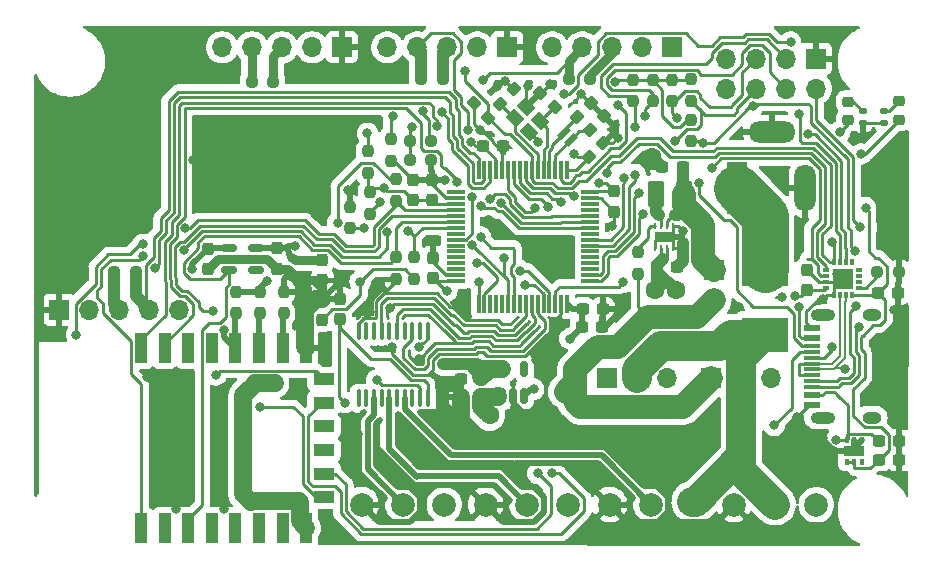
<source format=gtl>
G04 #@! TF.GenerationSoftware,KiCad,Pcbnew,7.0.2-0*
G04 #@! TF.CreationDate,2023-09-20T20:36:22-05:00*
G04 #@! TF.ProjectId,spudglo_driver_v5p0,73707564-676c-46f5-9f64-72697665725f,rev?*
G04 #@! TF.SameCoordinates,Original*
G04 #@! TF.FileFunction,Copper,L1,Top*
G04 #@! TF.FilePolarity,Positive*
%FSLAX46Y46*%
G04 Gerber Fmt 4.6, Leading zero omitted, Abs format (unit mm)*
G04 Created by KiCad (PCBNEW 7.0.2-0) date 2023-09-20 20:36:22*
%MOMM*%
%LPD*%
G01*
G04 APERTURE LIST*
G04 Aperture macros list*
%AMRoundRect*
0 Rectangle with rounded corners*
0 $1 Rounding radius*
0 $2 $3 $4 $5 $6 $7 $8 $9 X,Y pos of 4 corners*
0 Add a 4 corners polygon primitive as box body*
4,1,4,$2,$3,$4,$5,$6,$7,$8,$9,$2,$3,0*
0 Add four circle primitives for the rounded corners*
1,1,$1+$1,$2,$3*
1,1,$1+$1,$4,$5*
1,1,$1+$1,$6,$7*
1,1,$1+$1,$8,$9*
0 Add four rect primitives between the rounded corners*
20,1,$1+$1,$2,$3,$4,$5,0*
20,1,$1+$1,$4,$5,$6,$7,0*
20,1,$1+$1,$6,$7,$8,$9,0*
20,1,$1+$1,$8,$9,$2,$3,0*%
%AMRotRect*
0 Rectangle, with rotation*
0 The origin of the aperture is its center*
0 $1 length*
0 $2 width*
0 $3 Rotation angle, in degrees counterclockwise*
0 Add horizontal line*
21,1,$1,$2,0,0,$3*%
G04 Aperture macros list end*
G04 #@! TA.AperFunction,SMDPad,CuDef*
%ADD10RoundRect,0.237500X-0.237500X0.250000X-0.237500X-0.250000X0.237500X-0.250000X0.237500X0.250000X0*%
G04 #@! TD*
G04 #@! TA.AperFunction,SMDPad,CuDef*
%ADD11RoundRect,0.237500X0.300000X0.237500X-0.300000X0.237500X-0.300000X-0.237500X0.300000X-0.237500X0*%
G04 #@! TD*
G04 #@! TA.AperFunction,ComponentPad*
%ADD12R,1.700000X1.700000*%
G04 #@! TD*
G04 #@! TA.AperFunction,ComponentPad*
%ADD13O,1.700000X1.700000*%
G04 #@! TD*
G04 #@! TA.AperFunction,SMDPad,CuDef*
%ADD14RotRect,0.575000X1.140000X135.000000*%
G04 #@! TD*
G04 #@! TA.AperFunction,SMDPad,CuDef*
%ADD15RoundRect,0.237500X0.237500X-0.250000X0.237500X0.250000X-0.237500X0.250000X-0.237500X-0.250000X0*%
G04 #@! TD*
G04 #@! TA.AperFunction,SMDPad,CuDef*
%ADD16RoundRect,0.075000X-0.075000X0.700000X-0.075000X-0.700000X0.075000X-0.700000X0.075000X0.700000X0*%
G04 #@! TD*
G04 #@! TA.AperFunction,SMDPad,CuDef*
%ADD17RoundRect,0.075000X-0.700000X0.075000X-0.700000X-0.075000X0.700000X-0.075000X0.700000X0.075000X0*%
G04 #@! TD*
G04 #@! TA.AperFunction,SMDPad,CuDef*
%ADD18RoundRect,0.237500X0.380070X-0.044194X-0.044194X0.380070X-0.380070X0.044194X0.044194X-0.380070X0*%
G04 #@! TD*
G04 #@! TA.AperFunction,SMDPad,CuDef*
%ADD19RoundRect,0.237500X-0.237500X0.300000X-0.237500X-0.300000X0.237500X-0.300000X0.237500X0.300000X0*%
G04 #@! TD*
G04 #@! TA.AperFunction,SMDPad,CuDef*
%ADD20RoundRect,0.237500X0.250000X0.237500X-0.250000X0.237500X-0.250000X-0.237500X0.250000X-0.237500X0*%
G04 #@! TD*
G04 #@! TA.AperFunction,SMDPad,CuDef*
%ADD21R,4.000000X3.000000*%
G04 #@! TD*
G04 #@! TA.AperFunction,SMDPad,CuDef*
%ADD22RotRect,1.000000X1.200000X45.000000*%
G04 #@! TD*
G04 #@! TA.AperFunction,SMDPad,CuDef*
%ADD23RoundRect,0.237500X0.237500X-0.300000X0.237500X0.300000X-0.237500X0.300000X-0.237500X-0.300000X0*%
G04 #@! TD*
G04 #@! TA.AperFunction,SMDPad,CuDef*
%ADD24RoundRect,0.237500X-0.250000X-0.237500X0.250000X-0.237500X0.250000X0.237500X-0.250000X0.237500X0*%
G04 #@! TD*
G04 #@! TA.AperFunction,SMDPad,CuDef*
%ADD25RoundRect,0.237500X-0.300000X-0.237500X0.300000X-0.237500X0.300000X0.237500X-0.300000X0.237500X0*%
G04 #@! TD*
G04 #@! TA.AperFunction,SMDPad,CuDef*
%ADD26RoundRect,0.237500X-0.044194X-0.380070X0.380070X0.044194X0.044194X0.380070X-0.380070X-0.044194X0*%
G04 #@! TD*
G04 #@! TA.AperFunction,ComponentPad*
%ADD27C,2.000000*%
G04 #@! TD*
G04 #@! TA.AperFunction,SMDPad,CuDef*
%ADD28RoundRect,0.150000X0.150000X-0.512500X0.150000X0.512500X-0.150000X0.512500X-0.150000X-0.512500X0*%
G04 #@! TD*
G04 #@! TA.AperFunction,SMDPad,CuDef*
%ADD29RoundRect,0.218750X-0.256250X0.218750X-0.256250X-0.218750X0.256250X-0.218750X0.256250X0.218750X0*%
G04 #@! TD*
G04 #@! TA.AperFunction,SMDPad,CuDef*
%ADD30RoundRect,0.135000X-0.185000X0.135000X-0.185000X-0.135000X0.185000X-0.135000X0.185000X0.135000X0*%
G04 #@! TD*
G04 #@! TA.AperFunction,ComponentPad*
%ADD31R,1.800000X4.400000*%
G04 #@! TD*
G04 #@! TA.AperFunction,ComponentPad*
%ADD32O,1.800000X4.000000*%
G04 #@! TD*
G04 #@! TA.AperFunction,ComponentPad*
%ADD33O,4.000000X1.800000*%
G04 #@! TD*
G04 #@! TA.AperFunction,SMDPad,CuDef*
%ADD34R,1.450000X0.600000*%
G04 #@! TD*
G04 #@! TA.AperFunction,SMDPad,CuDef*
%ADD35R,1.450000X0.300000*%
G04 #@! TD*
G04 #@! TA.AperFunction,ComponentPad*
%ADD36O,2.100000X1.000000*%
G04 #@! TD*
G04 #@! TA.AperFunction,ComponentPad*
%ADD37O,1.600000X1.000000*%
G04 #@! TD*
G04 #@! TA.AperFunction,SMDPad,CuDef*
%ADD38R,1.000000X2.500000*%
G04 #@! TD*
G04 #@! TA.AperFunction,SMDPad,CuDef*
%ADD39R,1.800000X1.000000*%
G04 #@! TD*
G04 #@! TA.AperFunction,SMDPad,CuDef*
%ADD40R,0.400000X0.470000*%
G04 #@! TD*
G04 #@! TA.AperFunction,SMDPad,CuDef*
%ADD41R,1.700000X0.950000*%
G04 #@! TD*
G04 #@! TA.AperFunction,SMDPad,CuDef*
%ADD42R,0.625000X0.300000*%
G04 #@! TD*
G04 #@! TA.AperFunction,SMDPad,CuDef*
%ADD43R,0.300000X0.625000*%
G04 #@! TD*
G04 #@! TA.AperFunction,SMDPad,CuDef*
%ADD44R,1.700000X1.700000*%
G04 #@! TD*
G04 #@! TA.AperFunction,SMDPad,CuDef*
%ADD45RoundRect,0.250001X-0.462499X-0.849999X0.462499X-0.849999X0.462499X0.849999X-0.462499X0.849999X0*%
G04 #@! TD*
G04 #@! TA.AperFunction,SMDPad,CuDef*
%ADD46R,0.250000X0.500000*%
G04 #@! TD*
G04 #@! TA.AperFunction,ComponentPad*
%ADD47C,0.600000*%
G04 #@! TD*
G04 #@! TA.AperFunction,SMDPad,CuDef*
%ADD48R,1.600000X0.900000*%
G04 #@! TD*
G04 #@! TA.AperFunction,SMDPad,CuDef*
%ADD49RoundRect,0.150000X-0.512500X-0.150000X0.512500X-0.150000X0.512500X0.150000X-0.512500X0.150000X0*%
G04 #@! TD*
G04 #@! TA.AperFunction,SMDPad,CuDef*
%ADD50RoundRect,0.100000X-0.100000X0.637500X-0.100000X-0.637500X0.100000X-0.637500X0.100000X0.637500X0*%
G04 #@! TD*
G04 #@! TA.AperFunction,ViaPad*
%ADD51C,1.600000*%
G04 #@! TD*
G04 #@! TA.AperFunction,ViaPad*
%ADD52C,0.800000*%
G04 #@! TD*
G04 #@! TA.AperFunction,Conductor*
%ADD53C,0.250000*%
G04 #@! TD*
G04 #@! TA.AperFunction,Conductor*
%ADD54C,0.500000*%
G04 #@! TD*
G04 #@! TA.AperFunction,Conductor*
%ADD55C,0.750000*%
G04 #@! TD*
G04 #@! TA.AperFunction,Conductor*
%ADD56C,1.500000*%
G04 #@! TD*
G04 #@! TA.AperFunction,Conductor*
%ADD57C,1.000000*%
G04 #@! TD*
G04 #@! TA.AperFunction,Conductor*
%ADD58C,4.000000*%
G04 #@! TD*
G04 #@! TA.AperFunction,Conductor*
%ADD59C,2.000000*%
G04 #@! TD*
G04 #@! TA.AperFunction,Conductor*
%ADD60C,0.200000*%
G04 #@! TD*
G04 #@! TA.AperFunction,Conductor*
%ADD61C,2.500000*%
G04 #@! TD*
G04 APERTURE END LIST*
D10*
X124180000Y-141897500D03*
X124180000Y-143722500D03*
D11*
X106410812Y-165400000D03*
X104685812Y-165400000D03*
D12*
X108610985Y-135770481D03*
D13*
X106070985Y-135770481D03*
X103530985Y-135770481D03*
X100990985Y-135770481D03*
X98450985Y-135770481D03*
D14*
X113970812Y-143630000D03*
X113387448Y-143046636D03*
D15*
X87650812Y-158290000D03*
X87650812Y-156465000D03*
D16*
X113675812Y-146135000D03*
X113175812Y-146135000D03*
X112675812Y-146135000D03*
X112175812Y-146135000D03*
X111675812Y-146135000D03*
X111175812Y-146135000D03*
X110675812Y-146135000D03*
X110175812Y-146135000D03*
X109675812Y-146135000D03*
X109175812Y-146135000D03*
X108675812Y-146135000D03*
X108175812Y-146135000D03*
X107675812Y-146135000D03*
X107175812Y-146135000D03*
X106675812Y-146135000D03*
X106175812Y-146135000D03*
D17*
X104250812Y-148060000D03*
X104250812Y-148560000D03*
X104250812Y-149060000D03*
X104250812Y-149560000D03*
X104250812Y-150060000D03*
X104250812Y-150560000D03*
X104250812Y-151060000D03*
X104250812Y-151560000D03*
X104250812Y-152060000D03*
X104250812Y-152560000D03*
X104250812Y-153060000D03*
X104250812Y-153560000D03*
X104250812Y-154060000D03*
X104250812Y-154560000D03*
X104250812Y-155060000D03*
X104250812Y-155560000D03*
D16*
X106175812Y-157485000D03*
X106675812Y-157485000D03*
X107175812Y-157485000D03*
X107675812Y-157485000D03*
X108175812Y-157485000D03*
X108675812Y-157485000D03*
X109175812Y-157485000D03*
X109675812Y-157485000D03*
X110175812Y-157485000D03*
X110675812Y-157485000D03*
X111175812Y-157485000D03*
X111675812Y-157485000D03*
X112175812Y-157485000D03*
X112675812Y-157485000D03*
X113175812Y-157485000D03*
X113675812Y-157485000D03*
D17*
X115600812Y-155560000D03*
X115600812Y-155060000D03*
X115600812Y-154560000D03*
X115600812Y-154060000D03*
X115600812Y-153560000D03*
X115600812Y-153060000D03*
X115600812Y-152560000D03*
X115600812Y-152060000D03*
X115600812Y-151560000D03*
X115600812Y-151060000D03*
X115600812Y-150560000D03*
X115600812Y-150060000D03*
X115600812Y-149560000D03*
X115600812Y-149060000D03*
X115600812Y-148560000D03*
X115600812Y-148060000D03*
D18*
X107010572Y-141739760D03*
X105790812Y-140520000D03*
D11*
X123473312Y-145940000D03*
X121748312Y-145940000D03*
D12*
X126080812Y-154670000D03*
D13*
X126080812Y-157210000D03*
D19*
X92947812Y-153789000D03*
X92947812Y-155514000D03*
D12*
X94626961Y-135763288D03*
D13*
X92086961Y-135763288D03*
X89546961Y-135763288D03*
X87006961Y-135763288D03*
X84466961Y-135763288D03*
D20*
X115645812Y-138460000D03*
X113820812Y-138460000D03*
D10*
X96960812Y-148020000D03*
X96960812Y-149845000D03*
D21*
X130390812Y-154530000D03*
X130390812Y-160130000D03*
D22*
X109270812Y-141750000D03*
X110472893Y-142952081D03*
X111392132Y-142032842D03*
X110190051Y-140830761D03*
D10*
X100750812Y-153560000D03*
X100750812Y-155385000D03*
D23*
X102210812Y-148695000D03*
X102210812Y-146970000D03*
D12*
X117070812Y-163770000D03*
D13*
X119610812Y-163770000D03*
X122150812Y-163770000D03*
D24*
X139950812Y-154770000D03*
X141775812Y-154770000D03*
X75315812Y-154820000D03*
X77140812Y-154820000D03*
D23*
X102320812Y-155310000D03*
X102320812Y-153585000D03*
D24*
X100330812Y-145320000D03*
X102155812Y-145320000D03*
D10*
X122540812Y-138510000D03*
X122540812Y-140335000D03*
D25*
X114978312Y-157920000D03*
X116703312Y-157920000D03*
D26*
X114480240Y-141694760D03*
X115700000Y-140475000D03*
D20*
X102175812Y-143720000D03*
X100350812Y-143720000D03*
D12*
X70691547Y-157988904D03*
D13*
X73231547Y-157988904D03*
X75771547Y-157988904D03*
X78311547Y-157988904D03*
X80851547Y-157988904D03*
D15*
X119700812Y-154962500D03*
X119700812Y-153137500D03*
D27*
X134780813Y-174489989D03*
X131280813Y-174489989D03*
X127780813Y-174489989D03*
X124280813Y-174489989D03*
X120780813Y-174489989D03*
X117280813Y-174489989D03*
X113780813Y-174489989D03*
X110280813Y-174489989D03*
X106780813Y-174489989D03*
X103280813Y-174489989D03*
X99780813Y-174489989D03*
X96280813Y-174489989D03*
D25*
X121290812Y-154380000D03*
X123015812Y-154380000D03*
D20*
X103135812Y-138490000D03*
X101310812Y-138490000D03*
D15*
X85660812Y-158310000D03*
X85660812Y-156485000D03*
D28*
X108160812Y-165265000D03*
X109110812Y-165265000D03*
X110060812Y-165265000D03*
X110060812Y-162990000D03*
X108160812Y-162990000D03*
D26*
X107990932Y-140539880D03*
X109210692Y-139320120D03*
D25*
X106535812Y-144170000D03*
X108260812Y-144170000D03*
D12*
X134760000Y-136730000D03*
D13*
X134760000Y-139270000D03*
X132220000Y-136730000D03*
X132220000Y-139270000D03*
X129680000Y-136730000D03*
X129680000Y-139270000D03*
X127140000Y-136730000D03*
X127140000Y-139270000D03*
D29*
X141770000Y-140350000D03*
X141770000Y-141925000D03*
D10*
X98740812Y-143547500D03*
X98740812Y-145372500D03*
D30*
X138700000Y-141200000D03*
X138700000Y-142220000D03*
D15*
X99150812Y-148762500D03*
X99150812Y-146937500D03*
X99190812Y-155365000D03*
X99190812Y-153540000D03*
D25*
X140000812Y-156580000D03*
X141725812Y-156580000D03*
D31*
X128050812Y-147710000D03*
D32*
X133850812Y-147710000D03*
D33*
X131050812Y-142910000D03*
D26*
X115520932Y-145079880D03*
X116740692Y-143860120D03*
D15*
X95320812Y-151095000D03*
X95320812Y-149270000D03*
D12*
X125880812Y-163810000D03*
D13*
X128420812Y-163810000D03*
X130960812Y-163810000D03*
D34*
X134395812Y-166050000D03*
X134395812Y-165250000D03*
D35*
X134395812Y-164050000D03*
X134395812Y-163050000D03*
X134395812Y-162550000D03*
X134395812Y-161550000D03*
D34*
X134395812Y-160350000D03*
X134395812Y-159550000D03*
X134395812Y-159550000D03*
X134395812Y-160350000D03*
D35*
X134395812Y-161050000D03*
X134395812Y-162050000D03*
X134395812Y-163550000D03*
X134395812Y-164550000D03*
D34*
X134395812Y-165250000D03*
X134395812Y-166050000D03*
D36*
X135310812Y-167120000D03*
D37*
X139490812Y-167120000D03*
D36*
X135310812Y-158480000D03*
D37*
X139490812Y-158480000D03*
D38*
X77590812Y-176460000D03*
X79590812Y-176460000D03*
X81590812Y-176460000D03*
X83590812Y-176460000D03*
X85590812Y-176460000D03*
X87590812Y-176460000D03*
X89590812Y-176460000D03*
X91590812Y-176460000D03*
D39*
X93090812Y-173860000D03*
X93090812Y-171860000D03*
X93090812Y-169860000D03*
X93090812Y-167860000D03*
X93090812Y-165860000D03*
X93090812Y-163860000D03*
D38*
X91590812Y-161260000D03*
X89590812Y-161260000D03*
X87590812Y-161260000D03*
X85590812Y-161260000D03*
X83590812Y-161260000D03*
X81590812Y-161260000D03*
X79590812Y-161260000D03*
X77590812Y-161260000D03*
D11*
X106408312Y-163825000D03*
X104683312Y-163825000D03*
D25*
X140055812Y-169100000D03*
X141780812Y-169100000D03*
D12*
X122570073Y-135769092D03*
D13*
X120030073Y-135769092D03*
X117490073Y-135769092D03*
X114950073Y-135769092D03*
X112410073Y-135769092D03*
D25*
X114940812Y-159450000D03*
X116665812Y-159450000D03*
D10*
X89670812Y-156485000D03*
X89670812Y-158310000D03*
D40*
X138640812Y-169040000D03*
X137990812Y-169040000D03*
X137340812Y-169040000D03*
X137340812Y-170870000D03*
X137990812Y-170870000D03*
X138640812Y-170870000D03*
D41*
X137990812Y-169955000D03*
D26*
X115575000Y-142800000D03*
X116794760Y-141580240D03*
D15*
X96800812Y-146380000D03*
X96800812Y-144555000D03*
D42*
X138373312Y-156135000D03*
X138373312Y-155635000D03*
X138373312Y-155135000D03*
X138373312Y-154635000D03*
D43*
X137765812Y-153967500D03*
X137265812Y-153967500D03*
X136765812Y-153967500D03*
X136265812Y-153967500D03*
D42*
X135598312Y-154635000D03*
X135598312Y-155135000D03*
X135598312Y-155635000D03*
X135598312Y-156135000D03*
D43*
X136265812Y-156742500D03*
X136765812Y-156742500D03*
X137265812Y-156742500D03*
X137765812Y-156742500D03*
D44*
X136990812Y-155360000D03*
D19*
X83260812Y-152815000D03*
X83260812Y-154540000D03*
D45*
X121210812Y-148230000D03*
X123535812Y-148230000D03*
D18*
X112610572Y-140849760D03*
X111390812Y-139630000D03*
D20*
X88800812Y-138670000D03*
X86975812Y-138670000D03*
D23*
X100660812Y-148705000D03*
X100660812Y-146980000D03*
X92890812Y-158845000D03*
X92890812Y-157120000D03*
D19*
X117640812Y-147950000D03*
X117640812Y-149675000D03*
D46*
X121130812Y-152790000D03*
X121630812Y-152790000D03*
X122130812Y-152790000D03*
X122630812Y-152790000D03*
X122630812Y-150890000D03*
X122130812Y-150890000D03*
X121630812Y-150890000D03*
X121130812Y-150890000D03*
D47*
X121380812Y-151840000D03*
D48*
X121880812Y-151840000D03*
D47*
X122380812Y-151840000D03*
D49*
X85043312Y-152740000D03*
X85043312Y-153690000D03*
X85043312Y-154640000D03*
X87318312Y-154640000D03*
X87318312Y-152740000D03*
D50*
X101870812Y-159775000D03*
X101220812Y-159775000D03*
X100570812Y-159775000D03*
X99920812Y-159775000D03*
X99270812Y-159775000D03*
X98620812Y-159775000D03*
X97970812Y-159775000D03*
X97320812Y-159775000D03*
X96670812Y-159775000D03*
X96020812Y-159775000D03*
X96020812Y-165500000D03*
X96670812Y-165500000D03*
X97320812Y-165500000D03*
X97970812Y-165500000D03*
X98620812Y-165500000D03*
X99270812Y-165500000D03*
X99920812Y-165500000D03*
X100570812Y-165500000D03*
X101220812Y-165500000D03*
X101870812Y-165500000D03*
D10*
X124160812Y-138465000D03*
X124160812Y-140290000D03*
D29*
X137420000Y-140375000D03*
X137420000Y-141950000D03*
D25*
X140055812Y-170700000D03*
X141780812Y-170700000D03*
D19*
X89120812Y-152785000D03*
X89120812Y-154510000D03*
D10*
X119290812Y-138507500D03*
X119290812Y-140332500D03*
X120910812Y-138520000D03*
X120910812Y-140345000D03*
D23*
X94471812Y-158816000D03*
X94471812Y-157091000D03*
D30*
X140500000Y-141200000D03*
X140500000Y-142220000D03*
D23*
X133980812Y-156345000D03*
X133980812Y-154620000D03*
D51*
X130155812Y-149815000D03*
X130155812Y-149815000D03*
X130390812Y-152140000D03*
X131305812Y-150965000D03*
D52*
X94870812Y-165850000D03*
D51*
X107120812Y-166940000D03*
D52*
X81940812Y-154570000D03*
D51*
X113565406Y-164915406D03*
D52*
X110840812Y-164719000D03*
D51*
X114800812Y-166220000D03*
D52*
X106270812Y-142740000D03*
X123590812Y-152340000D03*
X104650000Y-168825000D03*
X135360812Y-157100000D03*
X82004500Y-145288000D03*
X98870812Y-161140000D03*
D51*
X104700000Y-167510000D03*
D52*
X111250812Y-143830000D03*
X122150000Y-171825000D03*
X118010812Y-158320000D03*
X102020812Y-152150000D03*
X110360812Y-139030000D03*
X131860812Y-156900000D03*
X80590811Y-174879241D03*
X101225000Y-170025000D03*
X117710812Y-142370000D03*
X123650000Y-176825000D03*
X95150812Y-147850000D03*
X108390812Y-138660000D03*
X97000812Y-158150000D03*
X104963809Y-158332003D03*
X112850812Y-153360000D03*
X115325000Y-168750000D03*
X100175000Y-168750000D03*
X138290000Y-143410000D03*
X90280812Y-154760000D03*
X111060812Y-162210000D03*
X117960812Y-143410000D03*
X133130812Y-167090000D03*
X139790812Y-161520000D03*
X125975000Y-169400000D03*
X112200812Y-138920000D03*
X91423812Y-156911000D03*
X101170053Y-162149241D03*
X136530812Y-154960000D03*
X93350000Y-175375000D03*
X116025000Y-176875000D03*
X103320812Y-147010000D03*
X117480812Y-150940000D03*
X110805312Y-166620000D03*
X96175000Y-163875000D03*
X128250000Y-157775000D03*
X123590812Y-152340000D03*
X114856702Y-139731703D03*
X115850000Y-171900000D03*
X78070812Y-163700000D03*
X123450812Y-151300000D03*
X95946312Y-168480000D03*
X103124000Y-164465000D03*
X90950812Y-164730000D03*
X135325000Y-168875000D03*
X98670812Y-157875000D03*
X94240812Y-155820000D03*
X103300000Y-167525000D03*
X95225000Y-171475000D03*
X136230812Y-169955000D03*
D51*
X120849522Y-145046068D03*
D52*
X84590813Y-174879241D03*
X106680000Y-168850000D03*
X111620812Y-161200000D03*
X141340312Y-157988000D03*
D51*
X122890812Y-156360000D03*
X121140812Y-156360000D03*
D52*
X105933312Y-162825001D03*
X103490205Y-156410607D03*
X116376927Y-147277540D03*
X104885812Y-162575000D03*
X105530812Y-143770000D03*
X113910812Y-160440000D03*
X117740812Y-138680000D03*
X132990812Y-156820000D03*
X103490205Y-156410607D03*
X131200812Y-167780000D03*
X103183812Y-162575000D03*
X106970812Y-163000000D03*
X103996812Y-162575000D03*
X98160812Y-147720000D03*
X114290812Y-144780000D03*
X136478413Y-168986651D03*
X133314487Y-157765640D03*
X103066312Y-141267832D03*
X133270000Y-141400000D03*
X106565459Y-138554647D03*
X118015812Y-140655000D03*
X105632689Y-148409500D03*
X105272139Y-142780701D03*
X117040812Y-146390000D03*
X114231957Y-148397912D03*
X125940000Y-145950000D03*
X113170812Y-148900000D03*
X136091312Y-161160000D03*
X137230812Y-163050000D03*
X136060812Y-152240000D03*
X138510812Y-150970000D03*
X96770812Y-143060000D03*
X105020812Y-137740000D03*
X138413812Y-159451000D03*
X134100312Y-143110500D03*
X106175812Y-155655000D03*
X100580812Y-142520000D03*
X106010812Y-154010000D03*
X113450812Y-139690000D03*
X132601741Y-135331668D03*
X138940357Y-149349642D03*
X101480812Y-141200000D03*
X138159812Y-157673000D03*
X118385812Y-155685000D03*
X138020812Y-153050000D03*
X129373604Y-140780000D03*
X125190000Y-143855500D03*
X90600812Y-152570000D03*
X90407812Y-153609000D03*
X88280812Y-155560000D03*
X87075812Y-164425000D03*
X88010812Y-164220000D03*
X94276015Y-150623997D03*
X96150812Y-155610000D03*
X88900812Y-164220000D03*
X120120812Y-149910000D03*
X122796470Y-143741030D03*
X124836848Y-147243957D03*
X97830812Y-148840000D03*
X106346377Y-151825485D03*
X101130812Y-161112000D03*
X98960812Y-141622000D03*
X107148432Y-148639316D03*
X97536000Y-163957000D03*
X108310812Y-153650000D03*
X96470812Y-151110000D03*
X105641743Y-152534353D03*
X119755812Y-148095000D03*
X122936000Y-141732000D03*
X119457463Y-146548559D03*
X120240812Y-141620000D03*
X118504500Y-146850000D03*
X119420812Y-142530000D03*
X81230312Y-152940000D03*
X77762174Y-153449470D03*
X100190812Y-151310000D03*
X98466312Y-151431779D03*
X87630812Y-166230000D03*
X77770000Y-152450000D03*
X72125000Y-160100000D03*
X81361213Y-151084213D03*
X111200000Y-171850000D03*
X110080812Y-155880000D03*
X112425000Y-171849500D03*
X109670812Y-154690000D03*
X83950812Y-163520000D03*
X78761547Y-154500000D03*
X83700812Y-158140000D03*
X84627065Y-159741744D03*
X104350812Y-147170000D03*
X106357189Y-149250000D03*
X108100812Y-148942594D03*
X102690812Y-142440000D03*
X112020812Y-149300000D03*
X138550953Y-144797100D03*
X110930812Y-149400000D03*
X136755497Y-142924503D03*
D53*
X136091312Y-161160000D02*
X136091312Y-161379500D01*
X136091312Y-161379500D02*
X135420812Y-162050000D01*
X135420812Y-162050000D02*
X134395812Y-162050000D01*
X112425000Y-171849500D02*
X113014157Y-171849500D01*
X113014157Y-171849500D02*
X115105813Y-173941156D01*
X115105813Y-173941156D02*
X115105813Y-175038822D01*
X115105813Y-175038822D02*
X113179646Y-176964989D01*
X113179646Y-176964989D02*
X96245584Y-176964989D01*
X96245584Y-176964989D02*
X94505813Y-175225218D01*
X94505813Y-175225218D02*
X94505813Y-173405001D01*
X94505813Y-173405001D02*
X94050812Y-172950000D01*
X94050812Y-172950000D02*
X92130812Y-172950000D01*
X92130812Y-172950000D02*
X91750812Y-172570000D01*
X91750812Y-172570000D02*
X91750812Y-167009188D01*
X91750812Y-167009188D02*
X92900000Y-165860000D01*
X92900000Y-165860000D02*
X93090812Y-165860000D01*
X87630812Y-166230000D02*
X90500000Y-166230000D01*
X92404416Y-173860000D02*
X93090812Y-173860000D01*
X90500000Y-166230000D02*
X91300812Y-167030812D01*
X91300812Y-167030812D02*
X91300812Y-172756396D01*
X91300812Y-172756396D02*
X92404416Y-173860000D01*
D54*
X110805312Y-166620000D02*
X109883756Y-166620000D01*
X109883756Y-166620000D02*
X109110812Y-165847056D01*
X109110812Y-165847056D02*
X109110812Y-165265000D01*
D53*
X129373604Y-140780000D02*
X129190000Y-140780000D01*
X129190000Y-140780000D02*
X126114500Y-143855500D01*
X126114500Y-143855500D02*
X125190000Y-143855500D01*
X129630000Y-140780000D02*
X129850000Y-140560000D01*
X134310000Y-140770000D02*
X134310000Y-142140000D01*
X137715812Y-152695000D02*
X138020812Y-153000000D01*
X134310000Y-142140000D02*
X137432208Y-145262208D01*
X134100000Y-140560000D02*
X134310000Y-140770000D01*
X129850000Y-140560000D02*
X134100000Y-140560000D01*
X137432208Y-145262208D02*
X137432208Y-151028604D01*
X137715812Y-151312208D02*
X137715812Y-152695000D01*
X137432208Y-151028604D02*
X137715812Y-151312208D01*
X138020812Y-153000000D02*
X138020812Y-153050000D01*
X132601741Y-135331668D02*
X131458064Y-135331668D01*
X131458064Y-135331668D02*
X130781396Y-134655000D01*
X123744092Y-134594092D02*
X117003372Y-134594092D01*
X130781396Y-134655000D02*
X128820507Y-134655000D01*
X128820507Y-134655000D02*
X128543507Y-134932000D01*
X128543507Y-134932000D02*
X126639903Y-134932000D01*
X126639903Y-134932000D02*
X125931903Y-135640000D01*
X125931903Y-135640000D02*
X124790000Y-135640000D01*
X124790000Y-135640000D02*
X123744092Y-134594092D01*
X117003372Y-134594092D02*
X116315073Y-135282391D01*
X116315073Y-135282391D02*
X116315073Y-136445789D01*
X116315073Y-136445789D02*
X114633312Y-138127550D01*
X114633312Y-138127550D02*
X114633312Y-138930495D01*
X114633312Y-138930495D02*
X113873807Y-139690000D01*
X113873807Y-139690000D02*
X113450812Y-139690000D01*
X119290812Y-140332500D02*
X119290812Y-140330000D01*
X118815812Y-139855000D02*
X117254111Y-139855000D01*
X119290812Y-140330000D02*
X118815812Y-139855000D01*
X116565812Y-139166701D02*
X116565812Y-138193299D01*
X117254111Y-139855000D02*
X116565812Y-139166701D01*
X116565812Y-138193299D02*
X117539111Y-137220000D01*
X117539111Y-137220000D02*
X122994416Y-137220000D01*
X122994416Y-137220000D02*
X123011916Y-137202500D01*
X123011916Y-137202500D02*
X124817703Y-137202500D01*
X124817703Y-137202500D02*
X124835203Y-137220000D01*
X124835203Y-137220000D02*
X125460000Y-137220000D01*
X125460000Y-137220000D02*
X125965000Y-136715000D01*
X125965000Y-136715000D02*
X125965000Y-136243299D01*
X125965000Y-136243299D02*
X126826299Y-135382000D01*
X126826299Y-135382000D02*
X128729903Y-135382000D01*
X128729903Y-135382000D02*
X129006903Y-135105000D01*
X129006903Y-135105000D02*
X130595000Y-135105000D01*
X130595000Y-135105000D02*
X132220000Y-136730000D01*
D54*
X92890812Y-157120000D02*
X92940812Y-157120000D01*
X92940812Y-157120000D02*
X94240812Y-155820000D01*
X92890812Y-157120000D02*
X94442812Y-157120000D01*
X94442812Y-157120000D02*
X94471812Y-157091000D01*
D55*
X92947812Y-155514000D02*
X92070000Y-155514000D01*
X92070000Y-155514000D02*
X91034812Y-155514000D01*
D54*
X92890812Y-157120000D02*
X92890812Y-156334812D01*
X92890812Y-156334812D02*
X92070000Y-155514000D01*
D55*
X91034812Y-155514000D02*
X90280812Y-154760000D01*
D56*
X91590812Y-161260000D02*
X91465812Y-161135000D01*
X91465812Y-161135000D02*
X91465812Y-158053121D01*
X92398933Y-157120000D02*
X92890812Y-157120000D01*
X91465812Y-158053121D02*
X92398933Y-157120000D01*
D57*
X77140812Y-154820000D02*
X77140812Y-156818169D01*
X77140812Y-156818169D02*
X78311547Y-157988904D01*
D53*
X73830000Y-156365146D02*
X73830000Y-156925656D01*
X76765812Y-160644870D02*
X76765812Y-163420305D01*
X77762174Y-153449470D02*
X77466144Y-153745500D01*
X77466144Y-153745500D02*
X75015312Y-153745500D01*
X74237000Y-154523812D02*
X74237000Y-155958146D01*
X74406547Y-158285605D02*
X76765812Y-160644870D01*
X74237000Y-155958146D02*
X73830000Y-156365146D01*
X73830000Y-156925656D02*
X74406547Y-157502203D01*
X75015312Y-153745500D02*
X74237000Y-154523812D01*
X74406547Y-157502203D02*
X74406547Y-158285605D01*
X76765812Y-163420305D02*
X77600000Y-164254493D01*
X77600000Y-164254493D02*
X77600000Y-176450812D01*
X77600000Y-176450812D02*
X77590812Y-176460000D01*
D57*
X75315812Y-154820000D02*
X75315812Y-157533169D01*
X75315812Y-157533169D02*
X75771547Y-157988904D01*
D53*
X77770000Y-152450000D02*
X77506507Y-152450000D01*
X77506507Y-152450000D02*
X76661007Y-153295500D01*
X74828916Y-153295500D02*
X73787000Y-154337416D01*
X76661007Y-153295500D02*
X74828916Y-153295500D01*
X73787000Y-154337416D02*
X73787000Y-155771750D01*
X73787000Y-155771750D02*
X72056547Y-157502203D01*
X72056547Y-157502203D02*
X72056547Y-158520732D01*
X72056547Y-158520732D02*
X72125000Y-158589185D01*
X72125000Y-158589185D02*
X72125000Y-160100000D01*
D57*
X101310812Y-138490000D02*
X101310812Y-136090308D01*
X101310812Y-136090308D02*
X100990985Y-135770481D01*
X103135812Y-138490000D02*
X103135812Y-136165654D01*
X103135812Y-136165654D02*
X103530985Y-135770481D01*
D58*
X130155812Y-149815000D02*
X130390812Y-150050000D01*
X130390812Y-150050000D02*
X130390812Y-154530000D01*
X128050812Y-147710000D02*
X130155812Y-149815000D01*
D53*
X97107271Y-162200000D02*
X94471812Y-159564541D01*
D56*
X107860812Y-165400000D02*
X107860812Y-165265000D01*
D54*
X83335812Y-152740000D02*
X83260812Y-152815000D01*
D53*
X94375000Y-158912812D02*
X94375000Y-165354188D01*
X100430812Y-163950000D02*
X98680812Y-162200000D01*
D54*
X110606812Y-164719000D02*
X110060812Y-165265000D01*
D56*
X106410812Y-165400000D02*
X106410812Y-166230000D01*
D59*
X114800812Y-166220000D02*
X123470812Y-166220000D01*
D53*
X101870812Y-165500000D02*
X101870812Y-164290000D01*
D59*
X114800812Y-166220000D02*
X114330812Y-165750000D01*
D53*
X98680812Y-162200000D02*
X97107271Y-162200000D01*
X101870812Y-164290000D02*
X101530812Y-163950000D01*
X101530812Y-163950000D02*
X100430812Y-163950000D01*
X94375000Y-165354188D02*
X94870812Y-165850000D01*
D59*
X116250812Y-161125000D02*
X118005812Y-161125000D01*
D54*
X81940812Y-154570000D02*
X81940812Y-154135000D01*
D59*
X114330812Y-164150000D02*
X113565406Y-164915406D01*
D54*
X110840812Y-164719000D02*
X110606812Y-164719000D01*
D53*
X94471812Y-158816000D02*
X94375000Y-158912812D01*
D54*
X81940812Y-154135000D02*
X83260812Y-152815000D01*
X85043312Y-152740000D02*
X83335812Y-152740000D01*
D59*
X114330812Y-165750000D02*
X114330812Y-164150000D01*
X120520812Y-158610000D02*
X124680812Y-158610000D01*
D56*
X106410812Y-165400000D02*
X107860812Y-165400000D01*
D59*
X114330812Y-163045000D02*
X116250812Y-161125000D01*
D53*
X119700812Y-157790000D02*
X120520812Y-158610000D01*
D59*
X124680812Y-158610000D02*
X126080812Y-157210000D01*
D53*
X119700812Y-157790000D02*
X119700812Y-155050000D01*
D59*
X114330812Y-164150000D02*
X114330812Y-163045000D01*
X118005812Y-161125000D02*
X120520812Y-158610000D01*
D56*
X106410812Y-166230000D02*
X107120812Y-166940000D01*
D59*
X123470812Y-166220000D02*
X125880812Y-163810000D01*
D53*
X119700812Y-155050000D02*
X119620812Y-154970000D01*
X94471812Y-159564541D02*
X94471812Y-158816000D01*
D54*
X108830813Y-174075000D02*
X108415824Y-174489989D01*
D53*
X100565406Y-162175406D02*
X100370000Y-161980000D01*
D54*
X96095812Y-168629500D02*
X96095812Y-171794937D01*
D55*
X90030812Y-154510000D02*
X90280812Y-154760000D01*
D53*
X106270812Y-142740000D02*
X105790812Y-142260000D01*
X96020812Y-159775000D02*
X96020812Y-159086459D01*
X98670812Y-157875000D02*
X98458312Y-158087500D01*
X101430812Y-161888482D02*
X101430812Y-162527208D01*
D54*
X108415824Y-174489989D02*
X106780813Y-174489989D01*
D53*
X104295812Y-159325000D02*
X104920812Y-159950000D01*
X103976510Y-157732906D02*
X105108604Y-158865000D01*
X109757208Y-160927208D02*
X109793604Y-160927208D01*
D54*
X105545812Y-172850000D02*
X105595812Y-172800000D01*
X122230813Y-175090599D02*
X121381423Y-175939989D01*
D53*
X116794760Y-141580240D02*
X116921052Y-141580240D01*
X111490812Y-139630000D02*
X111390812Y-139630000D01*
D54*
X118010812Y-158320000D02*
X116880812Y-159450000D01*
D53*
X138700000Y-143000000D02*
X138290000Y-143410000D01*
X109659416Y-161025000D02*
X107433199Y-161025000D01*
D57*
X120849522Y-145046068D02*
X120854380Y-145046068D01*
D53*
X102210812Y-146970000D02*
X103280812Y-146970000D01*
X117480812Y-150940000D02*
X117640812Y-150780000D01*
X99053312Y-145372500D02*
X100660812Y-146980000D01*
X105395633Y-159765000D02*
X107445991Y-159765000D01*
D54*
X104700000Y-167510000D02*
X103877500Y-166687500D01*
X105595812Y-172800000D02*
X107470812Y-172800000D01*
X101230813Y-175090599D02*
X101230813Y-173889379D01*
D53*
X102842086Y-161750000D02*
X105956217Y-161750000D01*
X112220812Y-158725000D02*
X112080812Y-158585000D01*
X104250812Y-155060000D02*
X103410127Y-155060000D01*
X99720812Y-158712500D02*
X99720812Y-158650000D01*
X115599999Y-140475000D02*
X115700000Y-140475000D01*
X95320812Y-149270000D02*
X95320812Y-148020000D01*
X122380812Y-151840000D02*
X122630812Y-151590000D01*
X133935812Y-158138274D02*
X133935812Y-159090000D01*
D54*
X91423812Y-156911000D02*
X92681812Y-156911000D01*
D53*
X106141217Y-161565000D02*
X106545812Y-161565000D01*
D54*
X109195812Y-171125000D02*
X109320812Y-171000000D01*
D53*
X108420812Y-160125000D02*
X109245812Y-160125000D01*
X97495812Y-158650000D02*
X97495812Y-157288604D01*
D54*
X110881423Y-175939989D02*
X111730813Y-175090599D01*
D53*
X111020812Y-159700000D02*
X111320812Y-159400000D01*
X135037538Y-157423274D02*
X135360812Y-157100000D01*
D54*
X116880774Y-169600000D02*
X120225793Y-172945019D01*
X97495812Y-167689950D02*
X97495812Y-169639950D01*
X97495812Y-169639950D02*
X100705862Y-172850000D01*
D53*
X100270812Y-161540000D02*
X100270812Y-161399937D01*
D54*
X126330813Y-175939989D02*
X121381423Y-175939989D01*
D53*
X110895812Y-159825000D02*
X111020812Y-159700000D01*
X104920812Y-159950000D02*
X105210633Y-159950000D01*
X109757208Y-160927208D02*
X109659416Y-161025000D01*
X97495812Y-157288604D02*
X98209416Y-156575000D01*
X106545812Y-161565000D02*
X106905812Y-161925000D01*
X136265812Y-156742500D02*
X136265812Y-156085000D01*
D54*
X137990812Y-169955000D02*
X137990812Y-169055000D01*
D53*
X122630812Y-152090000D02*
X122380812Y-151840000D01*
X133935812Y-159090000D02*
X134395812Y-159550000D01*
D54*
X119260843Y-173959969D02*
X118730823Y-174489989D01*
D53*
X135598312Y-155635000D02*
X134995812Y-155635000D01*
X101170053Y-162149241D02*
X101109294Y-162210000D01*
D54*
X101232945Y-166687500D02*
X104145445Y-169600000D01*
D53*
X104145812Y-160636396D02*
X104145812Y-160850000D01*
X102358812Y-163072000D02*
X102358812Y-162233274D01*
X101930812Y-163500000D02*
X102358812Y-163072000D01*
D54*
X100341434Y-173000000D02*
X99320812Y-173000000D01*
D53*
X102320812Y-153585000D02*
X102320812Y-152450000D01*
X108175812Y-144255000D02*
X108175812Y-146135000D01*
X116525812Y-148560000D02*
X117640812Y-149675000D01*
X110132208Y-161925000D02*
X111920812Y-160136396D01*
D54*
X116703312Y-157920000D02*
X116703312Y-159412500D01*
D55*
X85043312Y-153690000D02*
X84110812Y-153690000D01*
D53*
X105768425Y-160665000D02*
X105583425Y-160850000D01*
D54*
X108195812Y-171325000D02*
X101160762Y-171325000D01*
D53*
X134995812Y-155635000D02*
X133980812Y-154620000D01*
X101430812Y-162527208D02*
X101358020Y-162600000D01*
D54*
X108745812Y-174075000D02*
X108830813Y-174075000D01*
X100381423Y-175939989D02*
X101230813Y-175090599D01*
D55*
X88300812Y-153690000D02*
X85043312Y-153690000D01*
D53*
X102200812Y-146980000D02*
X102210812Y-146970000D01*
X105583425Y-160850000D02*
X104145812Y-160850000D01*
D55*
X92947812Y-157063000D02*
X92890812Y-157120000D01*
D54*
X97495812Y-171175000D02*
X97495812Y-170925000D01*
D53*
X102210812Y-147360685D02*
X102210812Y-146970000D01*
D54*
X101230813Y-173889379D02*
X100341434Y-173000000D01*
D53*
X111620812Y-161200000D02*
X111920812Y-160900000D01*
X104145812Y-160850000D02*
X102469294Y-160850000D01*
X115600812Y-148560000D02*
X116525812Y-148560000D01*
X108390812Y-138660000D02*
X109050932Y-139320120D01*
X111250812Y-143730000D02*
X111250812Y-143830000D01*
D56*
X104685812Y-167495812D02*
X104685812Y-165400000D01*
D54*
X118730813Y-175939989D02*
X117280813Y-174489989D01*
X137990812Y-169955000D02*
X137990812Y-169690000D01*
D53*
X108260812Y-144170000D02*
X108175812Y-144255000D01*
D54*
X101160762Y-171325000D02*
X99320812Y-169485050D01*
D53*
X134170812Y-166050000D02*
X133130812Y-167090000D01*
X98740812Y-145372500D02*
X99053312Y-145372500D01*
X98870812Y-161753604D02*
X100617208Y-163500000D01*
D54*
X122230813Y-173889379D02*
X122230813Y-175090599D01*
X137990812Y-169955000D02*
X136230812Y-169955000D01*
D53*
X136715812Y-155635000D02*
X136990812Y-155360000D01*
X107445991Y-159765000D02*
X107805991Y-160125000D01*
X108873020Y-159225000D02*
X109513020Y-158585000D01*
X102155812Y-146915000D02*
X102210812Y-146970000D01*
X138700000Y-142220000D02*
X138700000Y-143000000D01*
X97433312Y-158712500D02*
X97495812Y-158650000D01*
D54*
X111730813Y-175090599D02*
X111730813Y-173889379D01*
D53*
X116740692Y-143860120D02*
X117510692Y-143860120D01*
X102630000Y-156575000D02*
X103787906Y-157732906D01*
X108260812Y-144170000D02*
X107710812Y-144170000D01*
X112776497Y-158725000D02*
X113175812Y-158325685D01*
X112200812Y-138920000D02*
X111490812Y-139630000D01*
X110190051Y-139200761D02*
X110190051Y-140830761D01*
X110247510Y-159169302D02*
X110470812Y-158946000D01*
D55*
X92947812Y-155514000D02*
X92947812Y-157063000D01*
D54*
X127780813Y-174489989D02*
X126330813Y-175939989D01*
X116703312Y-159412500D02*
X116665812Y-159450000D01*
X95946312Y-167259550D02*
X96513337Y-166692525D01*
D53*
X101909416Y-158400000D02*
X103340114Y-159830698D01*
X107073199Y-160665000D02*
X105768425Y-160665000D01*
X98458312Y-158625000D02*
X98545812Y-158712500D01*
X100990000Y-162600000D02*
X100565406Y-162175406D01*
X103280812Y-146970000D02*
X103320812Y-147010000D01*
X102469294Y-160850000D02*
X101710053Y-161609241D01*
X114856702Y-139731703D02*
X115599999Y-140475000D01*
D54*
X111730813Y-173889379D02*
X110841434Y-173000000D01*
D53*
X111920812Y-160900000D02*
X111920812Y-160136396D01*
D54*
X97495812Y-170925000D02*
X97495812Y-167689950D01*
D53*
X107433199Y-161025000D02*
X107073199Y-160665000D01*
X107710812Y-144170000D02*
X107398312Y-143857500D01*
X111320812Y-159400000D02*
X111320812Y-159386396D01*
X134395812Y-166050000D02*
X134170812Y-166050000D01*
X95320812Y-148020000D02*
X95150812Y-147850000D01*
D54*
X108230813Y-175939989D02*
X110881423Y-175939989D01*
X99320812Y-173000000D02*
X97495812Y-171175000D01*
D53*
X109050932Y-139320120D02*
X109210692Y-139320120D01*
X107398312Y-143857500D02*
X107398312Y-143699505D01*
X123140812Y-152790000D02*
X122630812Y-152790000D01*
X99457208Y-157500000D02*
X102282208Y-157500000D01*
X99190812Y-155365000D02*
X99190812Y-155593604D01*
D54*
X96095812Y-171794937D02*
X98248343Y-173947469D01*
D57*
X104043312Y-164465000D02*
X104683312Y-163825000D01*
D53*
X112220812Y-159836396D02*
X112220812Y-158725000D01*
D55*
X84110812Y-153690000D02*
X83260812Y-154540000D01*
D54*
X97495812Y-167689950D02*
X97865787Y-167319975D01*
X89670812Y-155370000D02*
X90280812Y-154760000D01*
D53*
X136265812Y-156085000D02*
X136990812Y-155360000D01*
D55*
X89120812Y-154510000D02*
X88300812Y-153690000D01*
D54*
X96280813Y-174489989D02*
X97730813Y-175939989D01*
D53*
X102320812Y-152450000D02*
X102020812Y-152150000D01*
D54*
X110841434Y-173000000D02*
X109870812Y-173000000D01*
X104145445Y-169600000D02*
X116880774Y-169600000D01*
D53*
X136265812Y-156742500D02*
X135718312Y-156742500D01*
D54*
X121381423Y-175939989D02*
X118730813Y-175939989D01*
X89670812Y-156485000D02*
X89670812Y-155370000D01*
X135325000Y-169049188D02*
X136230812Y-169955000D01*
D53*
X99457208Y-157500000D02*
X99045812Y-157500000D01*
D54*
X107470812Y-172800000D02*
X108745812Y-174075000D01*
D53*
X135598312Y-155635000D02*
X136715812Y-155635000D01*
X117710812Y-142370000D02*
X117780812Y-142440000D01*
D54*
X97730813Y-175939989D02*
X100381423Y-175939989D01*
D53*
X96394771Y-158712500D02*
X97433312Y-158712500D01*
D54*
X97705823Y-174489989D02*
X96280813Y-174489989D01*
D53*
X105210633Y-159950000D02*
X105395633Y-159765000D01*
X141725812Y-156580000D02*
X141725812Y-154820000D01*
X107805991Y-160125000D02*
X108420812Y-160125000D01*
X122630812Y-150890000D02*
X123040812Y-150890000D01*
X102155812Y-145320000D02*
X102155812Y-146915000D01*
X98870812Y-161140000D02*
X98870812Y-161753604D01*
X101535053Y-161784241D02*
X101170053Y-162149241D01*
D54*
X109070812Y-171000000D02*
X109195812Y-171125000D01*
D53*
X110201510Y-159169302D02*
X110247510Y-159169302D01*
D54*
X118730823Y-174489989D02*
X117280813Y-174489989D01*
D53*
X113175812Y-158325685D02*
X113175812Y-157485000D01*
X105108604Y-158865000D02*
X105496806Y-158865000D01*
X102320812Y-153970685D02*
X102320812Y-153585000D01*
X109270812Y-160100000D02*
X110201510Y-159169302D01*
D54*
X100705862Y-172850000D02*
X105545812Y-172850000D01*
D53*
X123590812Y-152340000D02*
X123140812Y-152790000D01*
X140500000Y-142220000D02*
X138700000Y-142220000D01*
X106905812Y-161925000D02*
X110132208Y-161925000D01*
D54*
X106780813Y-174489989D02*
X108230813Y-175939989D01*
D53*
X100660812Y-146980000D02*
X102200812Y-146980000D01*
D54*
X138625812Y-169055000D02*
X138640812Y-169055000D01*
D53*
X122630812Y-152790000D02*
X122630812Y-152090000D01*
X99190812Y-155593604D02*
X98209416Y-156575000D01*
X134650812Y-157423274D02*
X133935812Y-158138274D01*
D56*
X104700000Y-167510000D02*
X104685812Y-167495812D01*
D53*
X141340312Y-157988000D02*
X141725812Y-157602500D01*
X123450812Y-151300000D02*
X123490812Y-151300000D01*
X121130812Y-152790000D02*
X121130812Y-152090000D01*
X96957271Y-158150000D02*
X96020812Y-159086459D01*
D57*
X120854380Y-145046068D02*
X121748312Y-145940000D01*
D53*
X117510692Y-143860120D02*
X117960812Y-143410000D01*
X100617208Y-163500000D02*
X101930812Y-163500000D01*
X111920812Y-160136396D02*
X112220812Y-159836396D01*
D57*
X103124000Y-164465000D02*
X104043312Y-164465000D01*
D53*
X117640812Y-150780000D02*
X117640812Y-149675000D01*
X123040812Y-150890000D02*
X123150812Y-151000000D01*
D54*
X120225793Y-172945019D02*
X121286453Y-172945019D01*
X103470812Y-171000000D02*
X109070812Y-171000000D01*
D53*
X98458312Y-158087500D02*
X98458312Y-158625000D01*
X102358812Y-162233274D02*
X102842086Y-161750000D01*
X116921052Y-141580240D02*
X117710812Y-142370000D01*
D54*
X95946312Y-168480000D02*
X95946312Y-167259550D01*
X121286453Y-172945019D02*
X122230813Y-173889379D01*
D53*
X101710053Y-161609241D02*
X101430812Y-161888482D01*
X99970812Y-158400000D02*
X101909416Y-158400000D01*
D54*
X99320812Y-166850000D02*
X103470812Y-171000000D01*
D53*
X101040812Y-162600000D02*
X100990000Y-162600000D01*
X106438807Y-142740000D02*
X106270812Y-142740000D01*
X105496806Y-158865000D02*
X107818783Y-158865000D01*
D54*
X116300874Y-171000000D02*
X119260843Y-173959969D01*
D53*
X98209416Y-156575000D02*
X102630000Y-156575000D01*
D54*
X109320812Y-171000000D02*
X116300874Y-171000000D01*
X137990812Y-169690000D02*
X138625812Y-169055000D01*
D53*
X102282208Y-157500000D02*
X104107208Y-159325000D01*
D54*
X135325000Y-168875000D02*
X135325000Y-169049188D01*
D53*
X103410127Y-155060000D02*
X102320812Y-153970685D01*
X104963809Y-158332003D02*
X105496806Y-158865000D01*
D55*
X89120812Y-154510000D02*
X90030812Y-154510000D01*
D53*
X110472893Y-142952081D02*
X111250812Y-143730000D01*
X107818783Y-158865000D02*
X108178783Y-159225000D01*
X99045812Y-157500000D02*
X98670812Y-157875000D01*
X123150812Y-151000000D02*
X123450812Y-151300000D01*
X112220812Y-158725000D02*
X112776497Y-158725000D01*
X134650812Y-157423274D02*
X135037538Y-157423274D01*
X141725812Y-157602500D02*
X141725812Y-156580000D01*
X105956217Y-161750000D02*
X106141217Y-161565000D01*
X99720812Y-158650000D02*
X99970812Y-158400000D01*
X104250812Y-148560000D02*
X103410127Y-148560000D01*
X100370000Y-161980000D02*
X100270812Y-161880812D01*
X94471812Y-156051000D02*
X94471812Y-157091000D01*
D54*
X95946312Y-168480000D02*
X96095812Y-168629500D01*
D53*
X135718312Y-156742500D02*
X135360812Y-157100000D01*
X109245812Y-160125000D02*
X109270812Y-160100000D01*
D54*
X103877500Y-166687500D02*
X101232945Y-166687500D01*
D53*
X101109294Y-162210000D02*
X101050812Y-162210000D01*
X107398312Y-143699505D02*
X106438807Y-142740000D01*
D54*
X98248343Y-173947469D02*
X97705823Y-174489989D01*
D53*
X110201510Y-159169302D02*
X110265114Y-159169302D01*
X105790812Y-142260000D02*
X105790812Y-140520000D01*
X96020812Y-159086459D02*
X96394771Y-158712500D01*
X108178783Y-159225000D02*
X108873020Y-159225000D01*
X109793604Y-160927208D02*
X110895812Y-159825000D01*
D54*
X99320812Y-169485050D02*
X99320812Y-166850000D01*
D53*
X141725812Y-154820000D02*
X141775812Y-154770000D01*
X101358020Y-162600000D02*
X101040812Y-162600000D01*
X103340114Y-159830698D02*
X104145812Y-160636396D01*
X122630812Y-151590000D02*
X122630812Y-150890000D01*
X103787906Y-157732906D02*
X103976510Y-157732906D01*
X121130812Y-152090000D02*
X121380812Y-151840000D01*
X110360812Y-139030000D02*
X110190051Y-139200761D01*
X97000812Y-158150000D02*
X96957271Y-158150000D01*
X104107208Y-159325000D02*
X104295812Y-159325000D01*
X103410127Y-148560000D02*
X102210812Y-147360685D01*
X110190051Y-140830761D02*
X111390812Y-139630000D01*
D57*
X123490812Y-153905000D02*
X123490812Y-152340000D01*
D54*
X116880812Y-159450000D02*
X116665812Y-159450000D01*
X92681812Y-156911000D02*
X92890812Y-157120000D01*
X109870812Y-173000000D02*
X108195812Y-171325000D01*
D53*
X100270812Y-161880812D02*
X100270812Y-161540000D01*
D57*
X123015812Y-154380000D02*
X123490812Y-153905000D01*
D53*
X101710053Y-161609241D02*
X101535053Y-161784241D01*
X94240812Y-155820000D02*
X94471812Y-156051000D01*
D57*
X121290812Y-156210000D02*
X121140812Y-156360000D01*
D53*
X122130812Y-153401675D02*
X121805812Y-153726675D01*
D57*
X121290812Y-154760000D02*
X122890812Y-156360000D01*
D53*
X121630812Y-153551675D02*
X121805812Y-153726675D01*
D57*
X121290812Y-154380000D02*
X121290812Y-154241675D01*
X121290812Y-154380000D02*
X121290812Y-156210000D01*
X121290812Y-154241675D02*
X121805812Y-153726675D01*
D53*
X121630812Y-152790000D02*
X121630812Y-153551675D01*
X122130812Y-152790000D02*
X122130812Y-153401675D01*
D57*
X121140812Y-156360000D02*
X121778312Y-155722500D01*
X121290812Y-154380000D02*
X121290812Y-154760000D01*
D53*
X103421419Y-156410607D02*
X102320812Y-155310000D01*
X96800812Y-147860000D02*
X96960812Y-148020000D01*
D54*
X114940812Y-157957500D02*
X114978312Y-157920000D01*
D53*
X132690812Y-162230000D02*
X132690812Y-162260000D01*
X133980812Y-156345000D02*
X135388312Y-156345000D01*
X135388312Y-156345000D02*
X135598312Y-156135000D01*
D54*
X113910812Y-160440000D02*
X113950812Y-160440000D01*
D53*
X122530812Y-138520000D02*
X122540812Y-138510000D01*
D54*
X113775812Y-157585000D02*
X113775812Y-157485000D01*
D53*
X102575812Y-149060000D02*
X102210812Y-148695000D01*
X122540812Y-138510000D02*
X124115812Y-138510000D01*
D54*
X114978312Y-157920000D02*
X114110812Y-157920000D01*
D53*
X132990812Y-156820000D02*
X133505812Y-156820000D01*
X97260812Y-147720000D02*
X96960812Y-148020000D01*
X121740812Y-141562117D02*
X121740812Y-139350000D01*
X103490205Y-156410607D02*
X103421419Y-156410607D01*
D57*
X104885812Y-162575000D02*
X103996812Y-162575000D01*
D53*
X115710812Y-147950000D02*
X115600812Y-148060000D01*
X132690812Y-162260000D02*
X132690812Y-166290000D01*
X122672695Y-142494000D02*
X121740812Y-141562117D01*
X114590692Y-145079880D02*
X114290812Y-144780000D01*
X114465812Y-146135000D02*
X115520932Y-145079880D01*
X117640812Y-147950000D02*
X115710812Y-147950000D01*
D57*
X105683311Y-162575000D02*
X105933312Y-162825001D01*
D53*
X106535812Y-144170000D02*
X105930812Y-144170000D01*
X96800812Y-146380000D02*
X96800812Y-147860000D01*
X98160812Y-147720000D02*
X97260812Y-147720000D01*
D57*
X104885812Y-162575000D02*
X105683311Y-162575000D01*
D53*
X127345812Y-138865000D02*
X127410812Y-138930000D01*
X115520932Y-145079880D02*
X114590692Y-145079880D01*
X121740812Y-139350000D02*
X120910812Y-138520000D01*
X100660812Y-148705000D02*
X99905812Y-147950000D01*
D54*
X113950812Y-160440000D02*
X114940812Y-159450000D01*
D53*
X133505812Y-156820000D02*
X133980812Y-156345000D01*
D56*
X107108312Y-163000000D02*
X106970812Y-163000000D01*
D53*
X102200812Y-148705000D02*
X102210812Y-148695000D01*
X107675812Y-146135000D02*
X107675812Y-145294315D01*
X105930812Y-144170000D02*
X105530812Y-143770000D01*
X100660812Y-148705000D02*
X102200812Y-148705000D01*
X104250812Y-149060000D02*
X102575812Y-149060000D01*
X104250812Y-155560000D02*
X102570812Y-155560000D01*
D56*
X107108312Y-163000000D02*
X106408312Y-163700000D01*
D53*
X106551497Y-144170000D02*
X106535812Y-144170000D01*
X123795805Y-141897500D02*
X123199305Y-142494000D01*
X99905812Y-147950000D02*
X98390812Y-147950000D01*
X120898312Y-138507500D02*
X120910812Y-138520000D01*
X117913312Y-138507500D02*
X117740812Y-138680000D01*
X127175000Y-138865000D02*
X127345812Y-138865000D01*
X124115812Y-138510000D02*
X124160812Y-138465000D01*
X134395812Y-161550000D02*
X133370812Y-161550000D01*
X116968352Y-147277540D02*
X117640812Y-147950000D01*
D56*
X106108311Y-163000000D02*
X105933312Y-162825001D01*
X106970812Y-163000000D02*
X106108311Y-163000000D01*
D53*
X133370812Y-161550000D02*
X132690812Y-162230000D01*
X119290812Y-138507500D02*
X117913312Y-138507500D01*
D57*
X103996812Y-162575000D02*
X103183812Y-162575000D01*
D53*
X102570812Y-155560000D02*
X102320812Y-155310000D01*
X120910812Y-138520000D02*
X122530812Y-138520000D01*
X113675812Y-146135000D02*
X114465812Y-146135000D01*
X119290812Y-138507500D02*
X120898312Y-138507500D01*
D56*
X106970812Y-163000000D02*
X108160812Y-163000000D01*
D53*
X124180000Y-141897500D02*
X123795805Y-141897500D01*
X132690812Y-166290000D02*
X131200812Y-167780000D01*
X123199305Y-142494000D02*
X122672695Y-142494000D01*
X98390812Y-147950000D02*
X98160812Y-147720000D01*
X107675812Y-145294315D02*
X106551497Y-144170000D01*
X116376927Y-147277540D02*
X116968352Y-147277540D01*
D54*
X114940812Y-159450000D02*
X114940812Y-157957500D01*
X114110812Y-157920000D02*
X113775812Y-157585000D01*
D53*
X136450812Y-165110000D02*
X137415812Y-166075000D01*
X135290863Y-165250000D02*
X134395812Y-165250000D01*
X137415812Y-166075000D02*
X137415812Y-168965000D01*
X133345812Y-160175000D02*
X133520812Y-160350000D01*
X137415812Y-168965000D02*
X137340812Y-169040000D01*
X135550863Y-164990000D02*
X135290863Y-165250000D01*
X136800812Y-165460000D02*
X136450812Y-165110000D01*
X137340812Y-168555000D02*
X137340812Y-169040000D01*
X136450812Y-165110000D02*
X136330812Y-164990000D01*
X137415812Y-168480000D02*
X137340812Y-168555000D01*
X137287463Y-168986651D02*
X137340812Y-169040000D01*
X140055812Y-169100000D02*
X139435812Y-168480000D01*
X133314487Y-157765640D02*
X133345812Y-157796965D01*
X133520812Y-160350000D02*
X134395812Y-160350000D01*
X139435812Y-168480000D02*
X137510812Y-168480000D01*
X136478413Y-168986651D02*
X137287463Y-168986651D01*
X136330812Y-164990000D02*
X135550863Y-164990000D01*
X133345812Y-157796965D02*
X133345812Y-160175000D01*
X137510812Y-168480000D02*
X137415812Y-168480000D01*
X136425812Y-145543400D02*
X134717412Y-143835000D01*
D55*
X113820812Y-136898353D02*
X114950073Y-135769092D01*
D53*
X106565459Y-138554647D02*
X107185106Y-137935000D01*
X103340812Y-141542332D02*
X103340812Y-141570000D01*
X105250812Y-147316396D02*
X105619416Y-147685000D01*
X133375812Y-141505812D02*
X133270000Y-141400000D01*
X103340812Y-141570000D02*
X103560812Y-141790000D01*
X105619416Y-147685000D02*
X106602893Y-147685000D01*
X107185106Y-137935000D02*
X112784165Y-137935000D01*
X106602893Y-147685000D02*
X107175812Y-147112081D01*
X103560812Y-143497487D02*
X103905812Y-143842487D01*
D55*
X113820812Y-138460000D02*
X113820812Y-136898353D01*
D53*
X103066312Y-141267832D02*
X103340812Y-141542332D01*
X133575000Y-143835000D02*
X133375812Y-143635812D01*
X105250812Y-145788097D02*
X105250812Y-147316396D01*
X134717412Y-143835000D02*
X133575000Y-143835000D01*
X103905812Y-144443097D02*
X105250812Y-145788097D01*
X107175812Y-147112081D02*
X107175812Y-146135000D01*
X136765812Y-153967500D02*
X136785812Y-153947500D01*
X136425812Y-151295000D02*
X136425812Y-145543400D01*
X103905812Y-143842487D02*
X103905812Y-144443097D01*
X133375812Y-143635812D02*
X133375812Y-141505812D01*
X103560812Y-141790000D02*
X103560812Y-143497487D01*
X136785812Y-153947500D02*
X136785812Y-151655000D01*
X112784165Y-137935000D02*
X114950073Y-135769092D01*
X136785812Y-151655000D02*
X136425812Y-151295000D01*
X118685812Y-141325000D02*
X118015812Y-140655000D01*
D55*
X86975812Y-138670000D02*
X86975812Y-135794437D01*
D53*
X114915812Y-146321396D02*
X115410788Y-146321396D01*
X113435127Y-147235000D02*
X113916497Y-147235000D01*
X114230812Y-146920685D02*
X114230812Y-146800000D01*
X118685812Y-143710305D02*
X118685812Y-141325000D01*
X114445812Y-146585000D02*
X114652208Y-146585000D01*
X114652208Y-146585000D02*
X114915812Y-146321396D01*
X117422064Y-144310120D02*
X118085997Y-144310120D01*
X113175812Y-146975685D02*
X113435127Y-147235000D01*
X113175812Y-146135000D02*
X113175812Y-146975685D01*
X114230812Y-146800000D02*
X114445812Y-146585000D01*
D55*
X86975812Y-135794437D02*
X87006961Y-135763288D01*
D53*
X118085997Y-144310120D02*
X118685812Y-143710305D01*
X118015812Y-140655000D02*
X117870812Y-140510000D01*
X115410788Y-146321396D02*
X117422064Y-144310120D01*
X113916497Y-147235000D02*
X114230812Y-146920685D01*
X104130812Y-139393604D02*
X104130812Y-136832355D01*
X104705985Y-140685173D02*
X104705985Y-139968777D01*
X104705985Y-139968777D02*
X104130812Y-139393604D01*
X102165985Y-134595481D02*
X100990985Y-135770481D01*
X104017686Y-134595481D02*
X102165985Y-134595481D01*
X105632689Y-148409500D02*
X105632689Y-151518808D01*
X104130812Y-136832355D02*
X104705985Y-136257182D01*
X105272139Y-142780701D02*
X105272139Y-141251327D01*
X105272139Y-141251327D02*
X104705985Y-140685173D01*
X105091497Y-152060000D02*
X104250812Y-152060000D01*
X104705985Y-135283780D02*
X104017686Y-134595481D01*
X104705985Y-136257182D02*
X104705985Y-135283780D01*
X105632689Y-151518808D02*
X105091497Y-152060000D01*
X104255985Y-140871569D02*
X104255985Y-140155173D01*
X104805812Y-144070305D02*
X104805812Y-143469695D01*
X105439504Y-144703997D02*
X104805812Y-144070305D01*
X79930000Y-140338312D02*
X79930000Y-149580933D01*
X105736814Y-144703997D02*
X105439504Y-144703997D01*
X78036547Y-154199695D02*
X78036547Y-157713904D01*
X79286213Y-151313210D02*
X78671000Y-151928423D01*
X78671000Y-151928423D02*
X78671000Y-153565242D01*
X104547139Y-143211022D02*
X104547139Y-141162723D01*
X104805812Y-143469695D02*
X104547139Y-143211022D01*
X106175812Y-145142995D02*
X105736814Y-144703997D01*
X78036547Y-157713904D02*
X78311547Y-157988904D01*
X103648312Y-139547500D02*
X80720812Y-139547500D01*
X79930000Y-149580933D02*
X79286213Y-150224720D01*
X104547139Y-141162723D02*
X104255985Y-140871569D01*
X80720812Y-139547500D02*
X79930000Y-140338312D01*
X78671000Y-153565242D02*
X78036547Y-154199695D01*
X79286213Y-150224720D02*
X79286213Y-151313210D01*
X104255985Y-140155173D02*
X103648312Y-139547500D01*
X106175812Y-146135000D02*
X106175812Y-145142995D01*
D54*
X96795812Y-167400000D02*
X97320812Y-166875000D01*
X96795812Y-171504988D02*
X96795812Y-167400000D01*
X97320812Y-166875000D02*
X97320812Y-165500000D01*
X99780813Y-174489989D02*
X96795812Y-171504988D01*
X110280813Y-174489989D02*
X107865824Y-172075000D01*
X98620812Y-169775000D02*
X98620812Y-165500000D01*
X107865824Y-172075000D02*
X101070812Y-172075000D01*
X101070812Y-172075000D02*
X100995812Y-172150000D01*
X100995812Y-172150000D02*
X98620812Y-169775000D01*
X99920812Y-166365317D02*
X103855495Y-170300000D01*
X99920812Y-165500000D02*
X99920812Y-166365317D01*
X116590824Y-170300000D02*
X120780813Y-174489989D01*
X103855495Y-170300000D02*
X116590824Y-170300000D01*
D55*
X115645812Y-138105000D02*
X117490073Y-136260739D01*
X117490073Y-136260739D02*
X117490073Y-135769092D01*
X115645812Y-138460000D02*
X115645812Y-138105000D01*
X88800812Y-136509437D02*
X89546961Y-135763288D01*
X88800812Y-138670000D02*
X88800812Y-136509437D01*
D53*
X117040812Y-145964164D02*
X117517488Y-145487488D01*
X121315513Y-143921068D02*
X122424445Y-145030000D01*
X119747841Y-143921068D02*
X121315513Y-143921068D01*
X112200812Y-147685000D02*
X110748731Y-147685000D01*
X135525812Y-150727995D02*
X134833807Y-151420000D01*
X126518604Y-144735000D02*
X134344620Y-144735000D01*
X117040812Y-146390000D02*
X117040812Y-145964164D01*
X134344620Y-144735000D02*
X135525812Y-145916192D01*
X113969045Y-148135000D02*
X112650812Y-148135000D01*
X110748731Y-147685000D02*
X110175812Y-147112081D01*
X122424445Y-145030000D02*
X126223604Y-145030000D01*
X126223604Y-145030000D02*
X126518604Y-144735000D01*
X118181421Y-145487488D02*
X119747841Y-143921068D01*
X135525812Y-145916192D02*
X135525812Y-150727995D01*
X110175812Y-147112081D02*
X110175812Y-146135000D01*
X112650812Y-148135000D02*
X112200812Y-147685000D01*
X114231957Y-148397912D02*
X113969045Y-148135000D01*
X117517488Y-145487488D02*
X118181421Y-145487488D01*
X135598312Y-154268109D02*
X135598312Y-154635000D01*
X134833807Y-153503604D02*
X135598312Y-154268109D01*
X134833807Y-151420000D02*
X134833807Y-153503604D01*
X135598312Y-155135000D02*
X135132208Y-155135000D01*
X135075812Y-146102588D02*
X135075812Y-150383402D01*
X134158224Y-145185000D02*
X135075812Y-146102588D01*
X125940000Y-145950000D02*
X126705000Y-145185000D01*
X134874010Y-154180203D02*
X134383807Y-153690000D01*
X109675812Y-146135000D02*
X109675812Y-147248477D01*
X111950812Y-148135000D02*
X112400812Y-148585000D01*
X134874010Y-154876802D02*
X134874010Y-154180203D01*
X135075812Y-150383402D02*
X134383807Y-151075407D01*
X126705000Y-145185000D02*
X134158224Y-145185000D01*
X110562335Y-148135000D02*
X111950812Y-148135000D01*
X134383807Y-153690000D02*
X134000812Y-153690000D01*
X112837208Y-148585000D02*
X112855812Y-148585000D01*
X109675812Y-147248477D02*
X110562335Y-148135000D01*
X135132208Y-155135000D02*
X134874010Y-154876802D01*
X112400812Y-148585000D02*
X112837208Y-148585000D01*
X134383807Y-151075407D02*
X134383807Y-153690000D01*
X112855812Y-148585000D02*
X113170812Y-148900000D01*
D60*
X135483313Y-162550000D02*
X135508313Y-162575000D01*
D53*
X133345812Y-163525000D02*
X133345812Y-162575000D01*
D60*
X136765812Y-157211251D02*
X136765812Y-156742500D01*
X135508313Y-162575000D02*
X136087612Y-162575000D01*
X136790812Y-157236251D02*
X136765812Y-157211251D01*
X136790812Y-161871800D02*
X136790812Y-157236251D01*
D53*
X133345812Y-162575000D02*
X133370812Y-162550000D01*
X133370812Y-163550000D02*
X133345812Y-163525000D01*
D60*
X136087612Y-162575000D02*
X136790812Y-161871800D01*
D53*
X134395812Y-163550000D02*
X133370812Y-163550000D01*
X133370812Y-162550000D02*
X134395812Y-162550000D01*
D60*
X134395812Y-162550000D02*
X135483313Y-162550000D01*
X135508313Y-163025000D02*
X136274012Y-163025000D01*
X137230812Y-163050000D02*
X137114912Y-162934100D01*
X136274012Y-163025000D02*
X136364912Y-162934100D01*
X134395812Y-163050000D02*
X135483313Y-163050000D01*
X137265812Y-157211251D02*
X137265812Y-156742500D01*
X137240812Y-162058200D02*
X137240812Y-157236251D01*
X137114912Y-162934100D02*
X136364912Y-162934100D01*
X135483313Y-163050000D02*
X135508313Y-163025000D01*
X136364912Y-162934100D02*
X137240812Y-162058200D01*
X137240812Y-157236251D02*
X137265812Y-157211251D01*
D53*
X114102893Y-147685000D02*
X114687208Y-147100685D01*
X110675812Y-146975685D02*
X110935127Y-147235000D01*
X138115812Y-159840000D02*
X138115812Y-159749000D01*
X136265812Y-153967500D02*
X136265812Y-152445000D01*
X135030812Y-138930000D02*
X134860000Y-138930000D01*
X112435127Y-147235000D02*
X112885127Y-147685000D01*
X138115812Y-159749000D02*
X138413812Y-159451000D01*
X135370812Y-164550000D02*
X135415812Y-164505000D01*
X135934099Y-153967500D02*
X136265812Y-153967500D01*
X136665812Y-164505000D02*
X136710812Y-164460000D01*
X105020812Y-137740000D02*
X105020812Y-138618628D01*
X138405812Y-161803604D02*
X138142208Y-161540000D01*
X135415812Y-164505000D02*
X136665812Y-164505000D01*
X135290812Y-153324213D02*
X135934099Y-153967500D01*
X138405812Y-162250000D02*
X138405812Y-162075000D01*
X135975812Y-150914391D02*
X135290812Y-151599391D01*
X107010572Y-140608388D02*
X107010572Y-141739760D01*
X108820812Y-143103122D02*
X108373934Y-143103122D01*
X122610841Y-144580000D02*
X126037208Y-144580000D01*
X136945812Y-164225000D02*
X137280812Y-164225000D01*
X117379494Y-144989086D02*
X118043427Y-144989086D01*
X135290812Y-151599391D02*
X135290812Y-153324213D01*
X96800812Y-144555000D02*
X96800812Y-143090000D01*
X138115812Y-161513604D02*
X138115812Y-159840000D01*
X105020812Y-138618628D02*
X107010572Y-140608388D01*
X137882208Y-145075812D02*
X134760000Y-141953604D01*
X137280812Y-164225000D02*
X137717513Y-164225000D01*
X136710812Y-164460000D02*
X136945812Y-164225000D01*
X136265812Y-152445000D02*
X136060812Y-152240000D01*
X108373934Y-143103122D02*
X107010572Y-141739760D01*
X110935127Y-147235000D02*
X112435127Y-147235000D01*
X121501909Y-143471068D02*
X122610841Y-144580000D01*
X110675812Y-146135000D02*
X110675812Y-146975685D01*
X110675812Y-144958122D02*
X108820812Y-143103122D01*
X110675812Y-146135000D02*
X110675812Y-144958122D01*
X126332208Y-144285000D02*
X134531016Y-144285000D01*
X115267895Y-147100685D02*
X117379494Y-144989086D01*
X126037208Y-144580000D02*
X126332208Y-144285000D01*
X96800812Y-143090000D02*
X96770812Y-143060000D01*
X134860000Y-138930000D02*
X134910812Y-138980812D01*
X114687208Y-147100685D02*
X115267895Y-147100685D01*
X135975812Y-145729796D02*
X135975812Y-150914391D01*
X134395812Y-164550000D02*
X135370812Y-164550000D01*
X134760000Y-141953604D02*
X134760000Y-139270000D01*
X138405812Y-163536701D02*
X138405812Y-162250000D01*
X118043427Y-144989086D02*
X119561445Y-143471068D01*
X137882208Y-150360000D02*
X137882208Y-145075812D01*
X138405812Y-162250000D02*
X138405812Y-161803604D01*
X138510812Y-150970000D02*
X137900812Y-150360000D01*
X137717513Y-164225000D02*
X138405812Y-163536701D01*
X112885127Y-147685000D02*
X114102893Y-147685000D01*
X119561445Y-143471068D02*
X121501909Y-143471068D01*
X138142208Y-161540000D02*
X138115812Y-161513604D01*
X134531016Y-144285000D02*
X135975812Y-145729796D01*
X137900812Y-150360000D02*
X137882208Y-150360000D01*
X134629308Y-143110500D02*
X136875812Y-145357004D01*
X137235812Y-152749695D02*
X137265812Y-152779695D01*
X136875812Y-145357004D02*
X136875812Y-151108604D01*
X137235812Y-151468604D02*
X137235812Y-152749695D01*
X106175812Y-157485000D02*
X106175812Y-155655000D01*
X106175812Y-155655000D02*
X106230812Y-155600000D01*
X137265812Y-152779695D02*
X137265812Y-153967500D01*
X134100312Y-143110500D02*
X134629308Y-143110500D01*
X136875812Y-151108604D02*
X137235812Y-151468604D01*
X107752429Y-155207013D02*
X107752429Y-155567698D01*
X107752429Y-155567698D02*
X106675812Y-156644315D01*
X106010812Y-154010000D02*
X106555416Y-154010000D01*
X100350812Y-143720000D02*
X100350812Y-142750000D01*
X100350812Y-142750000D02*
X100580812Y-142520000D01*
X100330812Y-143740000D02*
X100350812Y-143720000D01*
X100330812Y-145320000D02*
X100330812Y-143740000D01*
X106555416Y-154010000D02*
X107752429Y-155207013D01*
X106675812Y-156644315D02*
X106675812Y-157485000D01*
X137865812Y-164725000D02*
X138855812Y-163735000D01*
X140238807Y-167950000D02*
X138854086Y-167950000D01*
X139325812Y-171430000D02*
X140055812Y-170700000D01*
X138565812Y-161327208D02*
X138565812Y-160265188D01*
X139192000Y-152981188D02*
X139780812Y-153570000D01*
X101480812Y-141450000D02*
X101480812Y-141200000D01*
X101965812Y-141935000D02*
X101480812Y-141450000D01*
X138940357Y-149349642D02*
X139192000Y-149601285D01*
X140918312Y-168629505D02*
X140238807Y-167950000D01*
X138655000Y-160176000D02*
X138714117Y-160176000D01*
X138565812Y-160265188D02*
X138655000Y-160176000D01*
X139192000Y-150625883D02*
X139235812Y-150669695D01*
X140055812Y-170700000D02*
X140918312Y-169837500D01*
X139780812Y-153570000D02*
X140033807Y-153570000D01*
X137865812Y-166961726D02*
X137865812Y-164725000D01*
X138854086Y-167950000D02*
X137865812Y-166961726D01*
X139838312Y-156742500D02*
X137765812Y-156742500D01*
X102175812Y-143720000D02*
X101965812Y-143510000D01*
X138855812Y-161617208D02*
X138565812Y-161327208D01*
X140000812Y-156580000D02*
X139838312Y-156742500D01*
X140615812Y-157195000D02*
X140000812Y-156580000D01*
X139192000Y-151314117D02*
X139192000Y-152981188D01*
X138065812Y-171430000D02*
X139325812Y-171430000D01*
X140763312Y-155817500D02*
X140000812Y-156580000D01*
X140763312Y-154299505D02*
X140763312Y-155817500D01*
X137990812Y-170870000D02*
X137990812Y-171355000D01*
X139235812Y-150669695D02*
X139235812Y-151270305D01*
X140132538Y-159305000D02*
X140615812Y-158821726D01*
X101965812Y-143510000D02*
X101965812Y-141935000D01*
X140918312Y-169837500D02*
X140918312Y-168629505D01*
X139235812Y-151270305D02*
X139192000Y-151314117D01*
X138714117Y-160176000D02*
X139585117Y-159305000D01*
X139585117Y-159305000D02*
X140132538Y-159305000D01*
X139192000Y-149601285D02*
X139192000Y-150625883D01*
X137990812Y-171355000D02*
X138065812Y-171430000D01*
X137990812Y-170870000D02*
X137340812Y-170870000D01*
X138855812Y-163735000D02*
X138855812Y-161617208D01*
X140615812Y-158821726D02*
X140615812Y-157195000D01*
X140033807Y-153570000D02*
X140763312Y-154299505D01*
X138373312Y-156135000D02*
X138985812Y-156135000D01*
X139950812Y-155170000D02*
X139950812Y-154770000D01*
X138985812Y-156135000D02*
X139950812Y-155170000D01*
X137665812Y-161700000D02*
X137665812Y-159120000D01*
X112675812Y-157485000D02*
X112675812Y-156437188D01*
X129373604Y-140780000D02*
X129630000Y-140780000D01*
X118035812Y-156035000D02*
X118385812Y-155685000D01*
X118385812Y-155685000D02*
X118400812Y-155700000D01*
X125057000Y-143722500D02*
X124180000Y-143722500D01*
X112675812Y-156437188D02*
X113078000Y-156035000D01*
X136759416Y-163775000D02*
X137531117Y-163775000D01*
X136484416Y-164050000D02*
X136759416Y-163775000D01*
X125190000Y-143855500D02*
X125057000Y-143722500D01*
X137665812Y-159120000D02*
X137665812Y-158167000D01*
X137531117Y-163775000D02*
X137955812Y-163350305D01*
X134395812Y-164050000D02*
X136484416Y-164050000D01*
X137905812Y-157927000D02*
X138159812Y-157673000D01*
X137955812Y-163350305D02*
X137955812Y-161990000D01*
X137665812Y-158167000D02*
X137905812Y-157927000D01*
X137955812Y-161990000D02*
X137665812Y-161700000D01*
X113078000Y-156035000D02*
X118035812Y-156035000D01*
D54*
X87590812Y-161260000D02*
X87590812Y-158350000D01*
X87590812Y-158350000D02*
X87650812Y-158290000D01*
X90153812Y-153101000D02*
X90153812Y-153355000D01*
D53*
X96253312Y-145567500D02*
X94276015Y-147544797D01*
X94276015Y-147544797D02*
X94276015Y-150623997D01*
X98641307Y-146937500D02*
X97271307Y-145567500D01*
X97600812Y-154550000D02*
X97210812Y-154550000D01*
D54*
X90153812Y-153355000D02*
X90407812Y-153609000D01*
D53*
X96150812Y-155610000D02*
X96150812Y-156744995D01*
D54*
X89075812Y-152740000D02*
X89120812Y-152785000D01*
D56*
X86900812Y-174270000D02*
X86250812Y-173620000D01*
D53*
X97600812Y-154550000D02*
X97560812Y-154510000D01*
D56*
X86960812Y-174210000D02*
X86900812Y-174270000D01*
X86250812Y-165250000D02*
X87075812Y-164425000D01*
X86250812Y-173620000D02*
X86250812Y-165250000D01*
D54*
X87318312Y-152740000D02*
X89075812Y-152740000D01*
D53*
X100750812Y-155385000D02*
X99915812Y-154550000D01*
D54*
X89120812Y-152785000D02*
X89837812Y-152785000D01*
D53*
X97210812Y-154550000D02*
X96150812Y-155610000D01*
D55*
X90653315Y-153789000D02*
X90440563Y-153576248D01*
D54*
X89837812Y-152785000D02*
X90052812Y-152570000D01*
D53*
X99150812Y-146937500D02*
X98641307Y-146937500D01*
D56*
X91040812Y-175910000D02*
X91040812Y-174260000D01*
D55*
X92947812Y-153789000D02*
X90653315Y-153789000D01*
D56*
X91040812Y-174260000D02*
X90990812Y-174210000D01*
D53*
X96150812Y-156744995D02*
X94942307Y-157953500D01*
X99915812Y-154550000D02*
X97600812Y-154550000D01*
D54*
X89837812Y-152785000D02*
X90153812Y-153101000D01*
X87650812Y-156465000D02*
X87650812Y-156190000D01*
D53*
X93782312Y-157953500D02*
X92890812Y-158845000D01*
D56*
X87075812Y-164425000D02*
X87280812Y-164220000D01*
X90990812Y-174210000D02*
X86960812Y-174210000D01*
X87280812Y-164220000D02*
X88900812Y-164220000D01*
D54*
X87650812Y-156190000D02*
X88280812Y-155560000D01*
D53*
X97271307Y-145567500D02*
X96253312Y-145567500D01*
D56*
X91590812Y-176460000D02*
X91040812Y-175910000D01*
D54*
X90052812Y-152570000D02*
X90600812Y-152570000D01*
D53*
X94942307Y-157953500D02*
X93782312Y-157953500D01*
D54*
X85680812Y-156465000D02*
X85660812Y-156485000D01*
X87650812Y-156465000D02*
X85680812Y-156465000D01*
X89590812Y-161260000D02*
X89590812Y-158390000D01*
X89590812Y-158390000D02*
X89670812Y-158310000D01*
D53*
X117305396Y-153460000D02*
X117895305Y-153460000D01*
X133584416Y-161050000D02*
X134395812Y-161050000D01*
X132895812Y-158372270D02*
X132895812Y-160361396D01*
X129885812Y-138865000D02*
X129715000Y-138865000D01*
X127762000Y-141478000D02*
X128074000Y-141166000D01*
X129950812Y-138930000D02*
X129885812Y-138865000D01*
X128074000Y-141166000D02*
X128074000Y-140876000D01*
X124836848Y-147243957D02*
X124860812Y-147267921D01*
X132270812Y-157720000D02*
X132270812Y-157747270D01*
X117895305Y-153460000D02*
X119790812Y-151564493D01*
X132895812Y-160361396D02*
X133584416Y-161050000D01*
X122796470Y-143741030D02*
X123827500Y-142710000D01*
X119790812Y-151564493D02*
X119790812Y-150240000D01*
X126989835Y-150399023D02*
X127451789Y-150399023D01*
X123827500Y-142710000D02*
X124650495Y-142710000D01*
X119790812Y-150240000D02*
X120120812Y-149910000D01*
X128065812Y-156355000D02*
X129430812Y-157720000D01*
X124980000Y-141109188D02*
X124160812Y-140290000D01*
X124860812Y-147267921D02*
X124860812Y-148270000D01*
X128065812Y-151013046D02*
X128065812Y-156355000D01*
X116577893Y-155560000D02*
X117150812Y-154987081D01*
X117150812Y-154987081D02*
X117150812Y-153614584D01*
X117150812Y-153614584D02*
X117305396Y-153460000D01*
X125348812Y-141478000D02*
X127762000Y-141478000D01*
X129430812Y-157720000D02*
X132270812Y-157720000D01*
X115600812Y-155560000D02*
X116577893Y-155560000D01*
X127451789Y-150399023D02*
X128065812Y-151013046D01*
X124160812Y-140290000D02*
X125348812Y-141478000D01*
X128074000Y-140876000D02*
X129680000Y-139270000D01*
X124980000Y-142380495D02*
X124980000Y-141109188D01*
X124650495Y-142710000D02*
X124980000Y-142380495D01*
X132270812Y-157747270D02*
X132895812Y-158372270D01*
X124860812Y-148270000D02*
X126989835Y-150399023D01*
X106346377Y-151825485D02*
X107250892Y-152730000D01*
X96960812Y-149710000D02*
X97830812Y-148840000D01*
X101130812Y-161112000D02*
X101392812Y-160850000D01*
X108945812Y-154990305D02*
X109175812Y-155220305D01*
X96960812Y-149845000D02*
X96960812Y-149710000D01*
X109203812Y-152813000D02*
X109203812Y-154131695D01*
X108945812Y-154389695D02*
X108945812Y-154990305D01*
X101392812Y-160850000D02*
X101484353Y-160850000D01*
X101484353Y-160850000D02*
X101870812Y-160463541D01*
X109203812Y-154131695D02*
X108945812Y-154389695D01*
X107250892Y-152730000D02*
X109120812Y-152730000D01*
X109175812Y-155220305D02*
X109175812Y-157485000D01*
X101870812Y-160463541D02*
X101870812Y-159775000D01*
X109120812Y-152730000D02*
X109203812Y-152813000D01*
X107570154Y-148217594D02*
X108401117Y-148217594D01*
X98740812Y-141842000D02*
X98740812Y-143547500D01*
X109954614Y-150160000D02*
X112279721Y-150160000D01*
X108401117Y-148217594D02*
X108825812Y-148642289D01*
X108825812Y-148642289D02*
X108825812Y-149031198D01*
X98960812Y-141622000D02*
X98740812Y-141842000D01*
X107148432Y-148639316D02*
X107570154Y-148217594D01*
X112379721Y-150060000D02*
X115600812Y-150060000D01*
X108825812Y-149031198D02*
X109954614Y-150160000D01*
X112279721Y-150160000D02*
X112379721Y-150060000D01*
X108695812Y-155514000D02*
X108675812Y-155534000D01*
X106082689Y-152900877D02*
X108695812Y-155514000D01*
X101000812Y-164400000D02*
X101220812Y-164620000D01*
X95320812Y-151095000D02*
X96455812Y-151095000D01*
X106008267Y-152900877D02*
X106082689Y-152900877D01*
X96455812Y-151095000D02*
X96470812Y-151110000D01*
X97536000Y-163957000D02*
X97979000Y-164400000D01*
X101220812Y-164620000D02*
X101220812Y-165500000D01*
X105641743Y-152534353D02*
X106008267Y-152900877D01*
X97979000Y-164400000D02*
X101000812Y-164400000D01*
X108675812Y-155534000D02*
X108675812Y-157485000D01*
X108310812Y-155129000D02*
X108310812Y-153650000D01*
X108695812Y-155514000D02*
X108310812Y-155129000D01*
X115600812Y-155060000D02*
X116441497Y-155060000D01*
X122540812Y-140335000D02*
X122832817Y-140335000D01*
X127624000Y-140727000D02*
X127624000Y-140689604D01*
X117708909Y-153010000D02*
X119340812Y-151378097D01*
X122540812Y-141336812D02*
X122540812Y-140335000D01*
X122936000Y-141732000D02*
X122540812Y-141336812D01*
X117119000Y-153010000D02*
X117708909Y-153010000D01*
X128505000Y-139808604D02*
X128505000Y-137905000D01*
X119340812Y-151378097D02*
X119340812Y-148510000D01*
X127508000Y-140843000D02*
X127624000Y-140727000D01*
X125730000Y-140843000D02*
X127508000Y-140843000D01*
X119340812Y-148510000D02*
X119755812Y-148095000D01*
X127624000Y-140689604D02*
X128505000Y-139808604D01*
X116700812Y-153428188D02*
X117119000Y-153010000D01*
X123690317Y-139477500D02*
X124631307Y-139477500D01*
X116441497Y-155060000D02*
X116700812Y-154800685D01*
X116700812Y-154800685D02*
X116700812Y-153428188D01*
X128505000Y-137905000D02*
X129680000Y-136730000D01*
X124631307Y-139477500D02*
X124960812Y-139807005D01*
X119755812Y-148095000D02*
X119770812Y-148080000D01*
X122832817Y-140335000D02*
X123690317Y-139477500D01*
X124960812Y-140073812D02*
X125730000Y-140843000D01*
X124960812Y-139807005D02*
X124960812Y-140073812D01*
X124960812Y-137982005D02*
X124631307Y-137652500D01*
X120240812Y-141015000D02*
X120910812Y-140345000D01*
X124960812Y-138095000D02*
X124960812Y-137982005D01*
X130166701Y-135555000D02*
X129193299Y-135555000D01*
X117522513Y-152560000D02*
X115600812Y-152560000D01*
X117015812Y-138980305D02*
X117440507Y-139405000D01*
X123198312Y-137652500D02*
X123180812Y-137670000D01*
X117725507Y-137670000D02*
X117015812Y-138379695D01*
X130855000Y-136243299D02*
X130166701Y-135555000D01*
X120605812Y-139405000D02*
X120910812Y-139710000D01*
X124631307Y-137652500D02*
X123198312Y-137652500D01*
X120240812Y-141620000D02*
X120240812Y-141015000D01*
X117440507Y-139405000D02*
X120605812Y-139405000D01*
X128505000Y-137216701D02*
X127626701Y-138095000D01*
X119400812Y-146605210D02*
X119400812Y-147060000D01*
X120910812Y-139710000D02*
X120910812Y-140345000D01*
X123180812Y-137670000D02*
X117725507Y-137670000D01*
X118890812Y-151191701D02*
X117522513Y-152560000D01*
X118890812Y-147570000D02*
X118890812Y-151191701D01*
X127626701Y-138095000D02*
X124960812Y-138095000D01*
X119457463Y-146548559D02*
X119400812Y-146605210D01*
X117015812Y-138379695D02*
X117015812Y-138980305D01*
X132220000Y-139270000D02*
X130855000Y-137905000D01*
X129193299Y-135555000D02*
X128505000Y-136243299D01*
X130855000Y-137905000D02*
X130855000Y-136243299D01*
X119400812Y-147060000D02*
X118890812Y-147570000D01*
X128505000Y-136243299D02*
X128505000Y-137216701D01*
X118440812Y-151005305D02*
X117386117Y-152060000D01*
X119420812Y-142530000D02*
X119420812Y-140462500D01*
X118440812Y-147310000D02*
X118440812Y-151005305D01*
X118504500Y-146850000D02*
X118504500Y-147246312D01*
X118504500Y-147246312D02*
X118440812Y-147310000D01*
X117386117Y-152060000D02*
X115600812Y-152060000D01*
X119420812Y-140462500D02*
X119290812Y-140332500D01*
X97750812Y-153490000D02*
X98466312Y-152774500D01*
X81230312Y-152876109D02*
X82791421Y-151315000D01*
X92279896Y-152476500D02*
X93604703Y-152476500D01*
X100290812Y-151310000D02*
X100190812Y-151310000D01*
X94618203Y-153490000D02*
X97750812Y-153490000D01*
X100750812Y-151770000D02*
X101460812Y-151060000D01*
X93604703Y-152476500D02*
X94618203Y-153490000D01*
X81230312Y-152940000D02*
X81230312Y-152876109D01*
X101460812Y-151060000D02*
X101500812Y-151060000D01*
X104250812Y-151060000D02*
X101500812Y-151060000D01*
X100750812Y-151770000D02*
X100290812Y-151310000D01*
X82791421Y-151315000D02*
X91118396Y-151315000D01*
X98466312Y-152774500D02*
X98466312Y-151431779D01*
X91118396Y-151315000D02*
X92279896Y-152476500D01*
X100750812Y-153560000D02*
X100750812Y-151770000D01*
X81215812Y-154870305D02*
X81215812Y-154046828D01*
X82765812Y-159685000D02*
X83350812Y-159100000D01*
X84750812Y-156112005D02*
X85043312Y-155819505D01*
X99190812Y-151040000D02*
X99680812Y-150550000D01*
X99680812Y-150550000D02*
X100020812Y-150550000D01*
X92093500Y-152926500D02*
X93418307Y-152926500D01*
X82765812Y-174535000D02*
X82765812Y-159685000D01*
X85043312Y-155819505D02*
X85043312Y-154640000D01*
X84280812Y-155402500D02*
X81748007Y-155402500D01*
X81215812Y-154046828D02*
X82460812Y-152801828D01*
X93418307Y-152926500D02*
X94491807Y-154000000D01*
X82460812Y-152282005D02*
X82977817Y-151765000D01*
X81590812Y-176460000D02*
X81590812Y-175710000D01*
X82460812Y-152801828D02*
X82460812Y-152282005D01*
X84290812Y-159100000D02*
X84750812Y-158640000D01*
X82977817Y-151765000D02*
X90932000Y-151765000D01*
X94491807Y-154000000D02*
X98730812Y-154000000D01*
X99190812Y-153540000D02*
X99190812Y-151040000D01*
X85043312Y-154640000D02*
X84280812Y-155402500D01*
X90932000Y-151765000D02*
X92093500Y-152926500D01*
X100070812Y-150560000D02*
X104250812Y-150560000D01*
X98730812Y-154000000D02*
X99190812Y-153540000D01*
X83350812Y-159100000D02*
X84290812Y-159100000D01*
X81748007Y-155402500D02*
X81215812Y-154870305D01*
X84750812Y-158640000D02*
X84750812Y-156112005D01*
X81590812Y-175710000D02*
X82765812Y-174535000D01*
X120520812Y-151125000D02*
X120755812Y-150890000D01*
X120520812Y-151940000D02*
X120520812Y-151125000D01*
X119620812Y-152840000D02*
X120520812Y-151940000D01*
X119620812Y-153145000D02*
X119620812Y-152840000D01*
X120755812Y-150890000D02*
X121130812Y-150890000D01*
X81749416Y-151084213D02*
X82418629Y-150415000D01*
X91491188Y-150415000D02*
X92652688Y-151576500D01*
X94990995Y-152590000D02*
X97174416Y-152590000D01*
X99150812Y-149085578D02*
X99150812Y-148762500D01*
X81361213Y-151084213D02*
X81749416Y-151084213D01*
X104250812Y-149560000D02*
X104243312Y-149567500D01*
X99150812Y-148762500D02*
X99955812Y-149567500D01*
X82418629Y-150415000D02*
X91491188Y-150415000D01*
X97291312Y-152473104D02*
X97291312Y-150945078D01*
X104243312Y-149567500D02*
X100330812Y-149567500D01*
X97291312Y-150945078D02*
X99150812Y-149085578D01*
X93977495Y-151576500D02*
X94990995Y-152590000D01*
X99955812Y-149567500D02*
X100330812Y-149567500D01*
X92652688Y-151576500D02*
X93977495Y-151576500D01*
X97174416Y-152590000D02*
X97291312Y-152473104D01*
X110080812Y-155880000D02*
X110010812Y-155880000D01*
X111119595Y-176514989D02*
X96431980Y-176514989D01*
X112305813Y-175328771D02*
X111119595Y-176514989D01*
X94955813Y-175038822D02*
X94955813Y-172785001D01*
X94955813Y-172785001D02*
X94030812Y-171860000D01*
X111200000Y-171850000D02*
X112305813Y-172955813D01*
X94030812Y-171860000D02*
X93090812Y-171860000D01*
X96431980Y-176514989D02*
X94955813Y-175038822D01*
X111675812Y-156644315D02*
X110911497Y-155880000D01*
X111675812Y-157485000D02*
X111675812Y-156644315D01*
X110911497Y-155880000D02*
X110080812Y-155880000D01*
X112305813Y-172955813D02*
X112305813Y-175328771D01*
X140920000Y-141200000D02*
X141770000Y-140350000D01*
X140500000Y-141200000D02*
X140920000Y-141200000D01*
X137420000Y-140375000D02*
X137875000Y-140375000D01*
X137875000Y-140375000D02*
X138700000Y-141200000D01*
X112175812Y-157485000D02*
X112175812Y-156507919D01*
X112175812Y-156507919D02*
X110357893Y-154690000D01*
X110357893Y-154690000D02*
X109670812Y-154690000D01*
X105805812Y-147235000D02*
X105700812Y-147130000D01*
X84325812Y-163145000D02*
X83950812Y-163520000D01*
X92375812Y-163145000D02*
X84325812Y-163145000D01*
X80380000Y-140524708D02*
X80380000Y-149767329D01*
X103791312Y-141300500D02*
X103791312Y-140420500D01*
X104355812Y-144256701D02*
X104355812Y-143656091D01*
X105700812Y-147130000D02*
X105700812Y-145601701D01*
X104010812Y-141520000D02*
X103791312Y-141300500D01*
X79121000Y-152114819D02*
X79121000Y-154140547D01*
X79736213Y-150411116D02*
X79736213Y-151499606D01*
X103368312Y-139997500D02*
X80907208Y-139997500D01*
X103791312Y-140420500D02*
X103368312Y-139997500D01*
X106675812Y-146975685D02*
X106416497Y-147235000D01*
X105700812Y-145601701D02*
X104355812Y-144256701D01*
X106416497Y-147235000D02*
X105805812Y-147235000D01*
X80907208Y-139997500D02*
X80380000Y-140524708D01*
X78761547Y-154500000D02*
X78761547Y-154529265D01*
X79736213Y-151499606D02*
X79121000Y-152114819D01*
X104355812Y-143656091D02*
X104010812Y-143311091D01*
X80380000Y-149767329D02*
X79736213Y-150411116D01*
X93090812Y-163860000D02*
X92375812Y-163145000D01*
X106675812Y-146135000D02*
X106675812Y-146975685D01*
X104010812Y-143311091D02*
X104010812Y-141520000D01*
X78761547Y-154529265D02*
X78670812Y-154620000D01*
X79121000Y-154140547D02*
X78761547Y-154500000D01*
X82605025Y-150865000D02*
X81255025Y-152215000D01*
X82829000Y-158140000D02*
X83700812Y-158140000D01*
X92466292Y-152026500D02*
X91304792Y-150865000D01*
X81524644Y-156363904D02*
X82476547Y-157315807D01*
X93791099Y-152026500D02*
X92466292Y-152026500D01*
D54*
X85590812Y-161260000D02*
X85590812Y-158380000D01*
D53*
X81054300Y-156363904D02*
X81524644Y-156363904D01*
X97360812Y-153040000D02*
X94804599Y-153040000D01*
X104250812Y-150060000D02*
X99870812Y-150060000D01*
X81255025Y-152215000D02*
X80930007Y-152215000D01*
X97741312Y-152659500D02*
X97360812Y-153040000D01*
X99870812Y-150060000D02*
X98812786Y-150060000D01*
X80576547Y-155299339D02*
X80576547Y-155886151D01*
D54*
X84627065Y-159741744D02*
X84627065Y-160296253D01*
D53*
X98812786Y-150060000D02*
X97741312Y-151131474D01*
X80505812Y-152639195D02*
X80505812Y-155228604D01*
X94804599Y-153040000D02*
X93791099Y-152026500D01*
X99870812Y-150060000D02*
X99750812Y-150060000D01*
X91304792Y-150865000D02*
X82605025Y-150865000D01*
D54*
X85590812Y-158380000D02*
X85660812Y-158310000D01*
D53*
X80930007Y-152215000D02*
X80505812Y-152639195D01*
X82476547Y-157787547D02*
X82829000Y-158140000D01*
X97741312Y-151131474D02*
X97741312Y-152659500D01*
X82476547Y-157315807D02*
X82476547Y-157787547D01*
X80505812Y-155228604D02*
X80576547Y-155299339D01*
D54*
X84627065Y-160296253D02*
X85590812Y-161260000D01*
D53*
X80576547Y-155886151D02*
X81054300Y-156363904D01*
D57*
X121210812Y-149680000D02*
X121470812Y-149940000D01*
D53*
X121630812Y-150890000D02*
X121630812Y-149940000D01*
D57*
X121210812Y-148230000D02*
X121210812Y-149680000D01*
D53*
X106886803Y-161115000D02*
X107246803Y-161475000D01*
X100570812Y-159775000D02*
X100570812Y-160463541D01*
X109945812Y-161475000D02*
X111770812Y-159650000D01*
X111175812Y-158325685D02*
X111175812Y-157485000D01*
X101908812Y-162046878D02*
X102655690Y-161300000D01*
X105954821Y-161115000D02*
X106886803Y-161115000D01*
X111770812Y-158920685D02*
X111175812Y-158325685D01*
X101544416Y-163050000D02*
X101908812Y-162685604D01*
X99820812Y-162067208D02*
X100803604Y-163050000D01*
X101908812Y-162685604D02*
X101908812Y-162046878D01*
X102655690Y-161300000D02*
X105769821Y-161300000D01*
X99820812Y-161213541D02*
X99820812Y-162067208D01*
X105769821Y-161300000D02*
X105954821Y-161115000D01*
X111770812Y-159650000D02*
X111770812Y-158920685D01*
X100570812Y-160463541D02*
X99820812Y-161213541D01*
X100803604Y-163050000D02*
X101544416Y-163050000D01*
X107246803Y-161475000D02*
X109945812Y-161475000D01*
X80645000Y-151863611D02*
X80055812Y-152452799D01*
X81280000Y-140897500D02*
X81280000Y-150140121D01*
X101305812Y-144305001D02*
X101305812Y-142146254D01*
X100003500Y-140897500D02*
X81280000Y-140897500D01*
X80055812Y-155415000D02*
X80126547Y-155485735D01*
X104350812Y-147170000D02*
X104350812Y-147014695D01*
X80636213Y-151384518D02*
X80645000Y-151393305D01*
X80867904Y-156813904D02*
X81338248Y-156813904D01*
X100076000Y-140970000D02*
X100003500Y-140897500D01*
X82026547Y-157502203D02*
X82026547Y-158475605D01*
X103230812Y-146030000D02*
X103010812Y-145810000D01*
X109581822Y-151060000D02*
X115600812Y-151060000D01*
X79590812Y-160911340D02*
X79590812Y-161260000D01*
X80126547Y-155485735D02*
X80126547Y-156072547D01*
X80055812Y-152452799D02*
X80055812Y-155415000D01*
X106357189Y-149250000D02*
X106471505Y-149364316D01*
X103010812Y-144892005D02*
X102638807Y-144520000D01*
X80636213Y-150783908D02*
X80636213Y-151384518D01*
X80645000Y-151393305D02*
X80645000Y-151863611D01*
X101305812Y-142146254D02*
X100129558Y-140970000D01*
X107800507Y-149667594D02*
X108189416Y-149667594D01*
X80126547Y-156072547D02*
X80867904Y-156813904D01*
X100129558Y-140970000D02*
X100076000Y-140970000D01*
X108189416Y-149667594D02*
X109581822Y-151060000D01*
X107497229Y-149364316D02*
X107800507Y-149667594D01*
X81338248Y-156813904D02*
X82026547Y-157502203D01*
X101520811Y-144520000D02*
X101305812Y-144305001D01*
X106471505Y-149364316D02*
X107497229Y-149364316D01*
X82026547Y-158475605D02*
X79590812Y-160911340D01*
X81280000Y-150140121D02*
X80636213Y-150783908D01*
X104350812Y-147014695D02*
X103366117Y-146030000D01*
X103366117Y-146030000D02*
X103230812Y-146030000D01*
X103010812Y-145810000D02*
X103010812Y-144892005D01*
X102638807Y-144520000D02*
X101520811Y-144520000D01*
X79605812Y-152266403D02*
X80195000Y-151677215D01*
X81093604Y-140447500D02*
X101958312Y-140447500D01*
X113119111Y-150610000D02*
X113169111Y-150560000D01*
X77590812Y-160510000D02*
X79676547Y-158424265D01*
X79676547Y-155672131D02*
X79605812Y-155601396D01*
X108100812Y-148942594D02*
X109768218Y-150610000D01*
X101958312Y-140447500D02*
X102280812Y-140770000D01*
X77590812Y-161260000D02*
X77590812Y-160510000D01*
X113169111Y-150560000D02*
X115600812Y-150560000D01*
X102280812Y-140770000D02*
X102280812Y-141600000D01*
X80830000Y-140711104D02*
X81093604Y-140447500D01*
X80195000Y-151579701D02*
X80186213Y-151570914D01*
X80186213Y-151570914D02*
X80186213Y-150597512D01*
X79605812Y-155601396D02*
X79605812Y-152266403D01*
X80830000Y-149953725D02*
X80830000Y-140711104D01*
X80186213Y-150597512D02*
X80830000Y-149953725D01*
X109768218Y-150610000D02*
X113119111Y-150610000D01*
X80195000Y-151677215D02*
X80195000Y-151579701D01*
X102280812Y-141600000D02*
X102690812Y-142010000D01*
X102690812Y-142010000D02*
X102690812Y-142440000D01*
X79676547Y-158424265D02*
X79676547Y-155672131D01*
X105582029Y-160215000D02*
X105397029Y-160400000D01*
X105397029Y-160400000D02*
X104545812Y-160400000D01*
X99770812Y-157950000D02*
X99270812Y-158450000D01*
X110148020Y-159900000D02*
X109473020Y-160575000D01*
X99270812Y-158450000D02*
X99270812Y-159775000D01*
X107619595Y-160575000D02*
X107259595Y-160215000D01*
X110675812Y-158462081D02*
X110920812Y-158707081D01*
X109473020Y-160575000D02*
X107619595Y-160575000D01*
X102095812Y-157950000D02*
X99770812Y-157950000D01*
X110170812Y-159900000D02*
X110148020Y-159900000D01*
X107259595Y-160215000D02*
X105582029Y-160215000D01*
X104545812Y-160400000D02*
X102095812Y-157950000D01*
X110920812Y-159150000D02*
X110170812Y-159900000D01*
X110920812Y-158707081D02*
X110920812Y-159150000D01*
X110675812Y-157485000D02*
X110675812Y-158462081D01*
X104045812Y-158438604D02*
X104922208Y-159315000D01*
X98395812Y-157025000D02*
X102443604Y-157025000D01*
X109059416Y-159675000D02*
X109270812Y-159463604D01*
X109751510Y-158982906D02*
X109270812Y-159463604D01*
X104922208Y-159315000D02*
X107632387Y-159315000D01*
X97970812Y-159775000D02*
X97945812Y-159750000D01*
X107632387Y-159315000D02*
X107992387Y-159675000D01*
X110175812Y-158558604D02*
X109751510Y-158982906D01*
X110175812Y-157485000D02*
X110175812Y-158558604D01*
X97945812Y-157475000D02*
X98395812Y-157025000D01*
X102443604Y-157025000D02*
X103857208Y-158438604D01*
X103857208Y-158438604D02*
X104045812Y-158438604D01*
X107992387Y-159675000D02*
X109059416Y-159675000D01*
X97945812Y-159750000D02*
X97945812Y-157475000D01*
X109270812Y-159463604D02*
X109252614Y-159481802D01*
X112675812Y-144925000D02*
X113970812Y-143630000D01*
X114700000Y-142900000D02*
X115475000Y-142900000D01*
X113970812Y-143630000D02*
X114700000Y-142900812D01*
X115475000Y-142900000D02*
X115575000Y-142800000D01*
X112675812Y-146135000D02*
X112675812Y-144925000D01*
X114700000Y-142900812D02*
X114700000Y-142900000D01*
X112175812Y-144566701D02*
X112425812Y-144316701D01*
X112425812Y-144316701D02*
X112425812Y-144008272D01*
X113387448Y-142787552D02*
X114480240Y-141694760D01*
X112175812Y-146135000D02*
X112175812Y-144566701D01*
X113387448Y-143046636D02*
X113387448Y-142787552D01*
X112425812Y-144008272D02*
X113387448Y-143046636D01*
X111975812Y-144130305D02*
X111975812Y-142616522D01*
X111975812Y-142616522D02*
X111392132Y-142032842D01*
X112575214Y-140849760D02*
X111392132Y-142032842D01*
X112610572Y-140849760D02*
X112575214Y-140849760D01*
X111675812Y-144430305D02*
X111975812Y-144130305D01*
X111675812Y-146135000D02*
X111675812Y-144430305D01*
X111175812Y-144821726D02*
X109270812Y-142916726D01*
X109270812Y-141750000D02*
X109201052Y-141750000D01*
X109201052Y-141750000D02*
X107990932Y-140539880D01*
X111175812Y-146135000D02*
X111175812Y-144821726D01*
X109270812Y-142916726D02*
X109270812Y-141750000D01*
X111500812Y-148620000D02*
X112090812Y-149210000D01*
X138550953Y-144797100D02*
X138897900Y-144797100D01*
X112020812Y-149300000D02*
X112020812Y-149470000D01*
X112020812Y-149280000D02*
X112020812Y-149300000D01*
X109175812Y-147384873D02*
X110410939Y-148620000D01*
X110410939Y-148620000D02*
X111480812Y-148620000D01*
X111480812Y-148620000D02*
X111500812Y-148620000D01*
X109175812Y-146135000D02*
X109175812Y-147384873D01*
X138897900Y-144797100D02*
X141770000Y-141925000D01*
X112090812Y-149210000D02*
X112020812Y-149280000D01*
X108675812Y-146135000D02*
X108675812Y-147855893D01*
X109275812Y-148845000D02*
X110140812Y-149710000D01*
X110930812Y-149400000D02*
X110950812Y-149420000D01*
X137420000Y-142260000D02*
X137420000Y-141950000D01*
X110140812Y-149710000D02*
X110620812Y-149710000D01*
X109275812Y-148455893D02*
X109275812Y-148845000D01*
X108675812Y-147855893D02*
X109275812Y-148455893D01*
X110620812Y-149710000D02*
X110930812Y-149400000D01*
X136755497Y-142924503D02*
X137420000Y-142260000D01*
D61*
X124565989Y-174239989D02*
X124280813Y-174239989D01*
X130390812Y-160130000D02*
X128420812Y-162100000D01*
X128420812Y-163810000D02*
X128420812Y-170385166D01*
X128420812Y-170385166D02*
X124565989Y-174239989D01*
X130390812Y-160130000D02*
X127540812Y-160130000D01*
X128420812Y-162100000D02*
X128420812Y-163810000D01*
X127540812Y-160130000D02*
X126610812Y-161060000D01*
X121608120Y-161060000D02*
X119610812Y-163057308D01*
X128420812Y-171629988D02*
X131280813Y-174489989D01*
X119610812Y-163057308D02*
X119610812Y-163770000D01*
X126610812Y-161060000D02*
X121608120Y-161060000D01*
X128420812Y-163810000D02*
X128420812Y-171629988D01*
D53*
X122130812Y-150890000D02*
X122130812Y-150446726D01*
D57*
X123535812Y-149475000D02*
X123070812Y-149940000D01*
D53*
X122130812Y-150446726D02*
X122637538Y-149940000D01*
D57*
X123070812Y-149940000D02*
X122830812Y-149940000D01*
X123535812Y-148230000D02*
X123535812Y-149475000D01*
D59*
X123535812Y-149122258D02*
X123535812Y-148230000D01*
X126080812Y-154670000D02*
X125190812Y-153780000D01*
D57*
X123473312Y-148167500D02*
X123535812Y-148230000D01*
D53*
X122637538Y-149940000D02*
X122830812Y-149940000D01*
D57*
X123473312Y-145940000D02*
X123473312Y-148167500D01*
D59*
X125190812Y-150777258D02*
X123535812Y-149122258D01*
X125190812Y-153780000D02*
X125190812Y-150777258D01*
G04 #@! TA.AperFunction,Conductor*
G36*
X101617945Y-133945590D02*
G01*
X101684980Y-133965283D01*
X101730728Y-134018093D01*
X101740663Y-134087253D01*
X101713471Y-134148630D01*
X101700631Y-134164151D01*
X101692768Y-134172792D01*
X101448025Y-134417535D01*
X101386702Y-134451020D01*
X101336199Y-134448073D01*
X101335756Y-134450728D01*
X101103554Y-134411981D01*
X100878416Y-134411981D01*
X100656348Y-134449037D01*
X100443412Y-134522138D01*
X100245409Y-134629292D01*
X100067745Y-134767575D01*
X99915264Y-134933211D01*
X99824794Y-135071686D01*
X99771647Y-135117042D01*
X99702416Y-135126466D01*
X99639080Y-135096964D01*
X99617176Y-135071686D01*
X99597028Y-135040848D01*
X99526707Y-134933213D01*
X99374225Y-134767575D01*
X99196561Y-134629292D01*
X98998559Y-134522139D01*
X98998558Y-134522138D01*
X98998557Y-134522138D01*
X98785621Y-134449037D01*
X98563554Y-134411981D01*
X98338416Y-134411981D01*
X98116348Y-134449037D01*
X97903412Y-134522138D01*
X97705409Y-134629292D01*
X97527745Y-134767575D01*
X97375264Y-134933211D01*
X97252123Y-135121692D01*
X97162298Y-135326476D01*
X97161689Y-135327865D01*
X97130879Y-135449530D01*
X97106420Y-135546117D01*
X97087828Y-135770480D01*
X97106420Y-135994844D01*
X97106420Y-135994847D01*
X97106421Y-135994849D01*
X97161337Y-136211708D01*
X97161690Y-136213099D01*
X97252123Y-136419269D01*
X97252125Y-136419272D01*
X97375263Y-136607749D01*
X97527745Y-136773387D01*
X97705409Y-136911670D01*
X97903411Y-137018823D01*
X98116350Y-137091925D01*
X98338416Y-137128981D01*
X98563554Y-137128981D01*
X98785620Y-137091925D01*
X98998559Y-137018823D01*
X99196561Y-136911670D01*
X99374225Y-136773387D01*
X99526707Y-136607749D01*
X99617176Y-136469274D01*
X99670321Y-136423919D01*
X99739552Y-136414495D01*
X99802888Y-136443996D01*
X99824792Y-136469275D01*
X99915260Y-136607746D01*
X99915262Y-136607748D01*
X99915263Y-136607749D01*
X100067745Y-136773387D01*
X100245409Y-136911670D01*
X100245411Y-136911671D01*
X100253518Y-136917981D01*
X100251147Y-136921026D01*
X100286876Y-136956436D01*
X100302312Y-137016351D01*
X100302312Y-138539547D01*
X100302609Y-138542564D01*
X100302610Y-138542581D01*
X100314215Y-138660406D01*
X100314812Y-138672559D01*
X100314812Y-138774063D01*
X100314812Y-138774082D01*
X100314813Y-138777212D01*
X100315132Y-138780337D01*
X100315294Y-138783505D01*
X100314828Y-138777417D01*
X100302062Y-138846092D01*
X100254181Y-138896976D01*
X100191474Y-138914000D01*
X89920812Y-138914000D01*
X89853773Y-138894315D01*
X89808018Y-138841511D01*
X89796812Y-138790000D01*
X89796811Y-138385936D01*
X89796811Y-138385934D01*
X89796811Y-138382788D01*
X89786374Y-138280619D01*
X89786373Y-138280617D01*
X89743997Y-138152732D01*
X89731521Y-138115080D01*
X89720872Y-138097816D01*
X89702773Y-138068471D01*
X89684312Y-138003375D01*
X89684312Y-137222675D01*
X89703997Y-137155636D01*
X89756801Y-137109881D01*
X89787901Y-137100366D01*
X89881596Y-137084732D01*
X90094535Y-137011630D01*
X90292537Y-136904477D01*
X90470201Y-136766194D01*
X90622683Y-136600556D01*
X90713152Y-136462081D01*
X90766297Y-136416726D01*
X90835528Y-136407302D01*
X90898864Y-136436803D01*
X90920768Y-136462082D01*
X91011236Y-136600553D01*
X91032422Y-136623567D01*
X91163721Y-136766194D01*
X91341385Y-136904477D01*
X91539387Y-137011630D01*
X91752326Y-137084732D01*
X91974392Y-137121788D01*
X92199530Y-137121788D01*
X92421596Y-137084732D01*
X92634535Y-137011630D01*
X92832537Y-136904477D01*
X93010201Y-136766194D01*
X93079869Y-136690514D01*
X93139753Y-136654525D01*
X93209592Y-136656624D01*
X93267208Y-136696148D01*
X93287279Y-136731164D01*
X93333608Y-136855376D01*
X93419772Y-136970476D01*
X93534871Y-137056640D01*
X93669589Y-137106887D01*
X93725828Y-137112933D01*
X93732443Y-137113288D01*
X94376961Y-137113288D01*
X94376961Y-136198789D01*
X94484646Y-136247968D01*
X94591198Y-136263288D01*
X94662724Y-136263288D01*
X94769276Y-136247968D01*
X94876961Y-136198789D01*
X94876961Y-137113288D01*
X95521479Y-137113288D01*
X95528093Y-137112933D01*
X95584332Y-137106887D01*
X95719050Y-137056640D01*
X95834149Y-136970476D01*
X95920313Y-136855377D01*
X95970560Y-136720659D01*
X95976606Y-136664420D01*
X95976960Y-136657806D01*
X95976961Y-136013288D01*
X95060647Y-136013288D01*
X95086454Y-135973132D01*
X95126961Y-135835177D01*
X95126961Y-135691399D01*
X95086454Y-135553444D01*
X95060647Y-135513288D01*
X95976961Y-135513288D01*
X95976961Y-135513287D01*
X95976960Y-134868769D01*
X95976606Y-134862155D01*
X95970560Y-134805916D01*
X95920313Y-134671198D01*
X95834149Y-134556099D01*
X95719050Y-134469935D01*
X95584332Y-134419688D01*
X95528093Y-134413642D01*
X95521479Y-134413288D01*
X94876961Y-134413288D01*
X94876961Y-135327786D01*
X94769276Y-135278608D01*
X94662724Y-135263288D01*
X94591198Y-135263288D01*
X94484646Y-135278608D01*
X94376961Y-135327786D01*
X94376961Y-134413288D01*
X93732443Y-134413288D01*
X93725828Y-134413642D01*
X93669589Y-134419688D01*
X93534871Y-134469935D01*
X93419772Y-134556099D01*
X93333608Y-134671199D01*
X93287280Y-134795410D01*
X93245408Y-134851343D01*
X93179944Y-134875760D01*
X93111671Y-134860908D01*
X93079869Y-134836060D01*
X93010201Y-134760382D01*
X92983444Y-134739556D01*
X92832537Y-134622099D01*
X92634535Y-134514946D01*
X92634534Y-134514945D01*
X92634533Y-134514945D01*
X92421597Y-134441844D01*
X92199530Y-134404788D01*
X91974392Y-134404788D01*
X91752324Y-134441844D01*
X91539388Y-134514945D01*
X91341385Y-134622099D01*
X91163721Y-134760382D01*
X91011240Y-134926018D01*
X90920770Y-135064493D01*
X90867623Y-135109849D01*
X90798392Y-135119273D01*
X90735056Y-135089771D01*
X90713152Y-135064493D01*
X90675263Y-135006500D01*
X90622683Y-134926020D01*
X90470201Y-134760382D01*
X90292537Y-134622099D01*
X90094535Y-134514946D01*
X90094534Y-134514945D01*
X90094533Y-134514945D01*
X89881597Y-134441844D01*
X89659530Y-134404788D01*
X89434392Y-134404788D01*
X89212324Y-134441844D01*
X88999388Y-134514945D01*
X88801385Y-134622099D01*
X88623721Y-134760382D01*
X88471240Y-134926018D01*
X88380770Y-135064493D01*
X88327623Y-135109849D01*
X88258392Y-135119273D01*
X88195056Y-135089771D01*
X88173152Y-135064493D01*
X88135263Y-135006500D01*
X88082683Y-134926020D01*
X87930201Y-134760382D01*
X87752537Y-134622099D01*
X87554535Y-134514946D01*
X87554534Y-134514945D01*
X87554533Y-134514945D01*
X87341597Y-134441844D01*
X87119530Y-134404788D01*
X86894392Y-134404788D01*
X86672324Y-134441844D01*
X86459388Y-134514945D01*
X86261385Y-134622099D01*
X86083721Y-134760382D01*
X85931240Y-134926018D01*
X85840770Y-135064493D01*
X85787623Y-135109849D01*
X85718392Y-135119273D01*
X85655056Y-135089771D01*
X85633152Y-135064493D01*
X85595263Y-135006500D01*
X85542683Y-134926020D01*
X85390201Y-134760382D01*
X85212537Y-134622099D01*
X85014535Y-134514946D01*
X85014534Y-134514945D01*
X85014533Y-134514945D01*
X84801597Y-134441844D01*
X84579530Y-134404788D01*
X84354392Y-134404788D01*
X84132324Y-134441844D01*
X83919388Y-134514945D01*
X83721385Y-134622099D01*
X83543721Y-134760382D01*
X83391240Y-134926018D01*
X83268099Y-135114499D01*
X83177666Y-135320669D01*
X83177665Y-135320672D01*
X83156802Y-135403059D01*
X83122396Y-135538924D01*
X83103804Y-135763288D01*
X83122396Y-135987651D01*
X83122396Y-135987654D01*
X83122397Y-135987656D01*
X83175013Y-136195433D01*
X83177666Y-136205906D01*
X83268099Y-136412076D01*
X83268101Y-136412079D01*
X83391239Y-136600556D01*
X83543721Y-136766194D01*
X83721385Y-136904477D01*
X83919387Y-137011630D01*
X84132326Y-137084732D01*
X84354392Y-137121788D01*
X84579530Y-137121788D01*
X84801596Y-137084732D01*
X85014535Y-137011630D01*
X85212537Y-136904477D01*
X85390201Y-136766194D01*
X85542683Y-136600556D01*
X85621446Y-136480000D01*
X85633152Y-136462083D01*
X85686298Y-136416726D01*
X85755530Y-136407302D01*
X85818866Y-136436804D01*
X85840770Y-136462083D01*
X85931240Y-136600558D01*
X86059541Y-136739929D01*
X86090464Y-136802583D01*
X86092312Y-136823912D01*
X86092312Y-138003375D01*
X86073851Y-138068471D01*
X86045103Y-138115079D01*
X85990249Y-138280617D01*
X85980131Y-138379656D01*
X85980130Y-138379673D01*
X85979812Y-138382787D01*
X85979812Y-138640989D01*
X85979813Y-138790000D01*
X85960129Y-138857039D01*
X85907325Y-138902794D01*
X85855813Y-138914000D01*
X80804445Y-138914000D01*
X80783703Y-138911710D01*
X80780903Y-138911798D01*
X80712795Y-138913939D01*
X80708899Y-138914000D01*
X80680956Y-138914000D01*
X80677089Y-138914488D01*
X80677080Y-138914489D01*
X80676844Y-138914519D01*
X80665217Y-138915434D01*
X80620923Y-138916826D01*
X80601320Y-138922522D01*
X80582268Y-138926467D01*
X80562016Y-138929025D01*
X80520812Y-138945338D01*
X80509767Y-138949119D01*
X80467222Y-138961480D01*
X80467218Y-138961482D01*
X80467219Y-138961482D01*
X80449639Y-138971877D01*
X80432182Y-138980430D01*
X80413190Y-138987949D01*
X80377346Y-139013991D01*
X80367589Y-139020401D01*
X80329450Y-139042957D01*
X80315012Y-139057395D01*
X80300223Y-139070025D01*
X80283706Y-139082025D01*
X80255456Y-139116173D01*
X80247595Y-139124811D01*
X79541182Y-139831224D01*
X79524901Y-139844267D01*
X79476338Y-139895981D01*
X79473633Y-139898773D01*
X79453865Y-139918542D01*
X79451487Y-139921605D01*
X79451470Y-139921626D01*
X79451311Y-139921833D01*
X79443753Y-139930680D01*
X79413414Y-139962989D01*
X79403582Y-139980875D01*
X79392901Y-139997135D01*
X79380385Y-140013271D01*
X79362786Y-140053940D01*
X79357648Y-140064429D01*
X79336303Y-140103255D01*
X79331226Y-140123030D01*
X79324925Y-140141435D01*
X79316818Y-140160168D01*
X79309888Y-140203922D01*
X79307520Y-140215358D01*
X79296500Y-140258281D01*
X79296500Y-140278696D01*
X79294973Y-140298095D01*
X79291780Y-140318253D01*
X79295950Y-140362369D01*
X79296500Y-140374038D01*
X79296500Y-149267165D01*
X79276815Y-149334204D01*
X79260181Y-149354846D01*
X78897392Y-149717634D01*
X78881108Y-149730681D01*
X78832555Y-149782386D01*
X78829846Y-149785181D01*
X78812835Y-149802192D01*
X78812827Y-149802200D01*
X78810078Y-149804950D01*
X78807693Y-149808023D01*
X78807684Y-149808034D01*
X78807524Y-149808241D01*
X78799966Y-149817088D01*
X78769627Y-149849397D01*
X78759795Y-149867283D01*
X78749114Y-149883543D01*
X78736598Y-149899679D01*
X78718999Y-149940348D01*
X78713861Y-149950837D01*
X78692516Y-149989663D01*
X78687439Y-150009438D01*
X78681138Y-150027843D01*
X78673031Y-150046576D01*
X78666101Y-150090330D01*
X78663733Y-150101766D01*
X78652713Y-150144689D01*
X78652713Y-150165104D01*
X78651185Y-150184503D01*
X78647993Y-150204663D01*
X78650622Y-150232477D01*
X78652163Y-150248777D01*
X78652713Y-150260446D01*
X78652713Y-150999442D01*
X78633028Y-151066481D01*
X78616394Y-151087123D01*
X78282179Y-151421337D01*
X78265896Y-151434384D01*
X78217337Y-151486093D01*
X78214633Y-151488884D01*
X78194865Y-151508653D01*
X78192487Y-151511716D01*
X78192470Y-151511737D01*
X78192311Y-151511944D01*
X78184751Y-151520793D01*
X78163251Y-151543689D01*
X78103010Y-151579085D01*
X78047076Y-151580097D01*
X77865489Y-151541500D01*
X77865487Y-151541500D01*
X77674513Y-151541500D01*
X77674511Y-151541500D01*
X77487714Y-151581204D01*
X77313248Y-151658881D01*
X77158748Y-151771133D01*
X77030957Y-151913058D01*
X76935472Y-152078444D01*
X76922200Y-152119290D01*
X76891951Y-152168650D01*
X76434921Y-152625681D01*
X76373598Y-152659166D01*
X76347240Y-152662000D01*
X74912550Y-152662000D01*
X74891807Y-152659710D01*
X74820886Y-152661939D01*
X74816991Y-152662000D01*
X74789060Y-152662000D01*
X74785205Y-152662486D01*
X74785171Y-152662489D01*
X74784940Y-152662519D01*
X74773320Y-152663433D01*
X74729026Y-152664825D01*
X74709417Y-152670522D01*
X74690377Y-152674465D01*
X74670121Y-152677025D01*
X74628921Y-152693336D01*
X74617877Y-152697117D01*
X74575326Y-152709481D01*
X74575323Y-152709482D01*
X74557743Y-152719877D01*
X74540286Y-152728430D01*
X74521294Y-152735949D01*
X74485450Y-152761991D01*
X74475693Y-152768401D01*
X74437554Y-152790957D01*
X74423116Y-152805395D01*
X74408327Y-152818025D01*
X74391810Y-152830025D01*
X74363560Y-152864173D01*
X74355699Y-152872811D01*
X73398182Y-153830328D01*
X73381901Y-153843371D01*
X73333338Y-153895085D01*
X73330633Y-153897877D01*
X73310865Y-153917646D01*
X73308487Y-153920709D01*
X73308470Y-153920730D01*
X73308311Y-153920937D01*
X73300753Y-153929784D01*
X73270414Y-153962093D01*
X73260582Y-153979979D01*
X73249901Y-153996239D01*
X73237385Y-154012375D01*
X73219786Y-154053044D01*
X73214648Y-154063533D01*
X73193303Y-154102359D01*
X73188226Y-154122134D01*
X73181925Y-154140539D01*
X73173818Y-154159272D01*
X73166888Y-154203026D01*
X73164520Y-154214462D01*
X73153500Y-154257385D01*
X73153500Y-154277800D01*
X73151973Y-154297199D01*
X73149946Y-154310000D01*
X73148780Y-154317359D01*
X73149614Y-154326184D01*
X73152950Y-154361473D01*
X73153500Y-154373142D01*
X73153500Y-155457982D01*
X73133815Y-155525021D01*
X73117181Y-155545663D01*
X71964642Y-156698200D01*
X71903319Y-156731685D01*
X71833627Y-156726701D01*
X71802649Y-156709785D01*
X71783636Y-156695551D01*
X71648918Y-156645304D01*
X71592679Y-156639258D01*
X71586065Y-156638904D01*
X70941547Y-156638904D01*
X70941547Y-157553402D01*
X70833862Y-157504224D01*
X70727310Y-157488904D01*
X70655784Y-157488904D01*
X70549232Y-157504224D01*
X70441547Y-157553402D01*
X70441547Y-156638904D01*
X69797029Y-156638904D01*
X69790414Y-156639258D01*
X69734175Y-156645304D01*
X69599457Y-156695551D01*
X69484358Y-156781715D01*
X69398194Y-156896814D01*
X69347947Y-157031532D01*
X69341901Y-157087771D01*
X69341547Y-157094385D01*
X69341547Y-157738904D01*
X70257861Y-157738904D01*
X70232054Y-157779060D01*
X70191547Y-157917015D01*
X70191547Y-158060793D01*
X70232054Y-158198748D01*
X70257861Y-158238904D01*
X69341547Y-158238904D01*
X69341547Y-158883422D01*
X69341901Y-158890036D01*
X69347947Y-158946275D01*
X69398194Y-159080993D01*
X69484358Y-159196092D01*
X69599457Y-159282256D01*
X69734175Y-159332503D01*
X69790414Y-159338549D01*
X69797029Y-159338904D01*
X70441547Y-159338904D01*
X70441547Y-158424405D01*
X70549232Y-158473584D01*
X70655784Y-158488904D01*
X70727310Y-158488904D01*
X70833862Y-158473584D01*
X70941547Y-158424405D01*
X70941547Y-159338904D01*
X71309278Y-159338904D01*
X71376317Y-159358589D01*
X71422072Y-159411393D01*
X71432016Y-159480551D01*
X71402991Y-159544107D01*
X71401429Y-159545876D01*
X71385957Y-159563058D01*
X71290472Y-159728443D01*
X71231458Y-159910070D01*
X71211496Y-160100000D01*
X71231458Y-160289929D01*
X71290472Y-160471556D01*
X71338070Y-160553997D01*
X71354543Y-160621897D01*
X71331690Y-160687924D01*
X71276769Y-160731115D01*
X71230683Y-160739997D01*
X68970812Y-160739997D01*
X68970810Y-173412023D01*
X68957620Y-173467674D01*
X68812660Y-173756311D01*
X68812652Y-173756327D01*
X68811035Y-173759549D01*
X68809802Y-173762935D01*
X68809794Y-173762955D01*
X68806982Y-173770682D01*
X68765552Y-173826943D01*
X68700282Y-173851875D01*
X68631894Y-173837560D01*
X68582102Y-173788545D01*
X68566463Y-173728290D01*
X68559538Y-138152730D01*
X68579210Y-138085689D01*
X68632005Y-138039924D01*
X68701161Y-138029967D01*
X68764722Y-138058979D01*
X68800059Y-138110296D01*
X68811035Y-138140451D01*
X68812655Y-138143678D01*
X68812660Y-138143688D01*
X68875212Y-138268238D01*
X68967899Y-138452793D01*
X68969879Y-138455804D01*
X68969884Y-138455812D01*
X69104449Y-138660406D01*
X69159963Y-138744811D01*
X69162277Y-138747569D01*
X69162278Y-138747570D01*
X69382310Y-139009795D01*
X69382315Y-139009800D01*
X69384629Y-139012558D01*
X69638859Y-139252412D01*
X69641743Y-139254559D01*
X69641749Y-139254564D01*
X69763140Y-139344936D01*
X69919216Y-139461130D01*
X69922343Y-139462935D01*
X69922347Y-139462938D01*
X70018338Y-139518358D01*
X70221908Y-139635889D01*
X70225215Y-139637315D01*
X70225218Y-139637317D01*
X70283407Y-139662417D01*
X70542841Y-139774326D01*
X70877676Y-139874569D01*
X71221885Y-139935262D01*
X71483507Y-139950500D01*
X71485297Y-139950500D01*
X71656327Y-139950500D01*
X71658117Y-139950500D01*
X71919739Y-139935262D01*
X72263948Y-139874569D01*
X72598783Y-139774326D01*
X72919716Y-139635889D01*
X73222408Y-139461130D01*
X73502765Y-139252412D01*
X73756995Y-139012558D01*
X73981661Y-138744811D01*
X74173725Y-138452793D01*
X74330589Y-138140451D01*
X74450131Y-137812011D01*
X74530735Y-137471914D01*
X74571312Y-137124759D01*
X74571312Y-136775241D01*
X74530735Y-136428086D01*
X74529747Y-136423919D01*
X74484664Y-136233695D01*
X74450131Y-136087989D01*
X74330589Y-135759549D01*
X74173725Y-135447207D01*
X74168776Y-135439683D01*
X74029281Y-135227592D01*
X73981661Y-135155189D01*
X73890129Y-135046105D01*
X73759313Y-134890204D01*
X73759309Y-134890200D01*
X73756995Y-134887442D01*
X73502765Y-134647588D01*
X73499881Y-134645441D01*
X73499874Y-134645435D01*
X73225308Y-134441029D01*
X73222408Y-134438870D01*
X73219285Y-134437067D01*
X73219276Y-134437061D01*
X72922841Y-134265915D01*
X72922838Y-134265913D01*
X72919716Y-134264111D01*
X72916415Y-134262687D01*
X72916405Y-134262682D01*
X72724074Y-134179719D01*
X72670314Y-134135091D01*
X72649216Y-134068483D01*
X72667478Y-134001042D01*
X72719302Y-133954180D01*
X72773201Y-133941860D01*
X101617945Y-133945590D01*
G37*
G04 #@! TD.AperFunction*
G04 #@! TA.AperFunction,Conductor*
G36*
X94020127Y-154426390D02*
G01*
X94025542Y-154431185D01*
X94049508Y-154453690D01*
X94052272Y-154456369D01*
X94072037Y-154476134D01*
X94075291Y-154478658D01*
X94084174Y-154486244D01*
X94116486Y-154516586D01*
X94134379Y-154526422D01*
X94150638Y-154537103D01*
X94166766Y-154549613D01*
X94207432Y-154567210D01*
X94217913Y-154572346D01*
X94239374Y-154584144D01*
X94256747Y-154593695D01*
X94276517Y-154598771D01*
X94294922Y-154605071D01*
X94313662Y-154613181D01*
X94357437Y-154620113D01*
X94368848Y-154622477D01*
X94411777Y-154633500D01*
X94432191Y-154633500D01*
X94451590Y-154635027D01*
X94471750Y-154638220D01*
X94515863Y-154634050D01*
X94527533Y-154633500D01*
X95567584Y-154633500D01*
X95634623Y-154653185D01*
X95680378Y-154705989D01*
X95690322Y-154775147D01*
X95661297Y-154838703D01*
X95640472Y-154857815D01*
X95590832Y-154893882D01*
X95539560Y-154931133D01*
X95411769Y-155073058D01*
X95316284Y-155238443D01*
X95257270Y-155420070D01*
X95237308Y-155610000D01*
X95257270Y-155799929D01*
X95316284Y-155981556D01*
X95355467Y-156049422D01*
X95371940Y-156117322D01*
X95349087Y-156183349D01*
X95294166Y-156226540D01*
X95224613Y-156233181D01*
X95184458Y-156212480D01*
X95182186Y-156216164D01*
X95023113Y-156118046D01*
X94859463Y-156063818D01*
X94761589Y-156053819D01*
X94755312Y-156053500D01*
X94721812Y-156053500D01*
X94721812Y-157196000D01*
X94702127Y-157263039D01*
X94649323Y-157308794D01*
X94597812Y-157320000D01*
X93865940Y-157320000D01*
X93845204Y-157317711D01*
X93842403Y-157317799D01*
X93774313Y-157319939D01*
X93770418Y-157320000D01*
X93742456Y-157320000D01*
X93738602Y-157320486D01*
X93738595Y-157320487D01*
X93738337Y-157320520D01*
X93726714Y-157321434D01*
X93682422Y-157322826D01*
X93662819Y-157328522D01*
X93643768Y-157332467D01*
X93623515Y-157335025D01*
X93582320Y-157351335D01*
X93571277Y-157355116D01*
X93549304Y-157361500D01*
X93537001Y-157365075D01*
X93502403Y-157370000D01*
X91915813Y-157370000D01*
X91915813Y-157465997D01*
X91916133Y-157472279D01*
X91926130Y-157570150D01*
X91980358Y-157733801D01*
X92070868Y-157880540D01*
X92079136Y-157888808D01*
X92112621Y-157950131D01*
X92107637Y-158019823D01*
X92079138Y-158064169D01*
X92064154Y-158079152D01*
X92002500Y-158179110D01*
X91975278Y-158223244D01*
X91972602Y-158227582D01*
X91917749Y-158393117D01*
X91907631Y-158492156D01*
X91907630Y-158492173D01*
X91907312Y-158495287D01*
X91907312Y-158498433D01*
X91907312Y-158498434D01*
X91907312Y-159191563D01*
X91907312Y-159191582D01*
X91907313Y-159194712D01*
X91907632Y-159197843D01*
X91907633Y-159197846D01*
X91917749Y-159296882D01*
X91934356Y-159346997D01*
X91936757Y-159416825D01*
X91901025Y-159476867D01*
X91846982Y-159503829D01*
X91840811Y-159510000D01*
X91840811Y-161010000D01*
X92590812Y-161010000D01*
X92590812Y-160014999D01*
X92610497Y-159947960D01*
X92663301Y-159902205D01*
X92714808Y-159890999D01*
X93178024Y-159890999D01*
X93280193Y-159880562D01*
X93445732Y-159825709D01*
X93552403Y-159759912D01*
X93619795Y-159741472D01*
X93686459Y-159762394D01*
X93731228Y-159816036D01*
X93741500Y-159865451D01*
X93741500Y-162727500D01*
X93721815Y-162794539D01*
X93669011Y-162840294D01*
X93617500Y-162851500D01*
X93029580Y-162851500D01*
X92962541Y-162831815D01*
X92941900Y-162815182D01*
X92882902Y-162756185D01*
X92869861Y-162739905D01*
X92818143Y-162691340D01*
X92815345Y-162688628D01*
X92798339Y-162671622D01*
X92795582Y-162668865D01*
X92792298Y-162666317D01*
X92783435Y-162658746D01*
X92751133Y-162628414D01*
X92751132Y-162628413D01*
X92733244Y-162618579D01*
X92716981Y-162607896D01*
X92700852Y-162595384D01*
X92665567Y-162580116D01*
X92611858Y-162535426D01*
X92590837Y-162468794D01*
X92590812Y-162466314D01*
X92590812Y-161510000D01*
X91464812Y-161510000D01*
X91397773Y-161490315D01*
X91352018Y-161437511D01*
X91340812Y-161386000D01*
X91340812Y-159510000D01*
X91046294Y-159510000D01*
X91039679Y-159510354D01*
X90983440Y-159516400D01*
X90848722Y-159566647D01*
X90733622Y-159652811D01*
X90695386Y-159703888D01*
X90639452Y-159745758D01*
X90569761Y-159750742D01*
X90508438Y-159717256D01*
X90496853Y-159703886D01*
X90454074Y-159646739D01*
X90399001Y-159605512D01*
X90357130Y-159549578D01*
X90349312Y-159506245D01*
X90349312Y-159371957D01*
X90349312Y-159225362D01*
X90368995Y-159158327D01*
X90385621Y-159137694D01*
X90497470Y-159025846D01*
X90589021Y-158877420D01*
X90635629Y-158736764D01*
X90643874Y-158711882D01*
X90651941Y-158632918D01*
X90654312Y-158609713D01*
X90654311Y-158010288D01*
X90643874Y-157908119D01*
X90643663Y-157907483D01*
X90616472Y-157825423D01*
X90589021Y-157742580D01*
X90497470Y-157594154D01*
X90497469Y-157594153D01*
X90497468Y-157594151D01*
X90382487Y-157479170D01*
X90349002Y-157417847D01*
X90353986Y-157348155D01*
X90382487Y-157303807D01*
X90490756Y-157195537D01*
X90581265Y-157048801D01*
X90635493Y-156885151D01*
X90637041Y-156870000D01*
X91915812Y-156870000D01*
X92640812Y-156870000D01*
X93140812Y-156870000D01*
X93462897Y-156870000D01*
X93510816Y-156843834D01*
X93537174Y-156841000D01*
X94221812Y-156841000D01*
X94221812Y-156053500D01*
X94188316Y-156053500D01*
X94182031Y-156053821D01*
X94084158Y-156063819D01*
X94077763Y-156065938D01*
X94007934Y-156068336D01*
X93947894Y-156032601D01*
X93916705Y-155970079D01*
X93915407Y-155935627D01*
X93922492Y-155866276D01*
X93922812Y-155859999D01*
X93922812Y-155764000D01*
X93197812Y-155764000D01*
X93197812Y-156483137D01*
X93178127Y-156550176D01*
X93161494Y-156570817D01*
X93140812Y-156591499D01*
X93140812Y-156870000D01*
X92640812Y-156870000D01*
X92640812Y-156150862D01*
X92660497Y-156083823D01*
X92677131Y-156063181D01*
X92697812Y-156042500D01*
X92697812Y-155764000D01*
X91972813Y-155764000D01*
X91972813Y-155859997D01*
X91973133Y-155866279D01*
X91983130Y-155964150D01*
X92037358Y-156127801D01*
X92087048Y-156208360D01*
X92105488Y-156275752D01*
X92084566Y-156342416D01*
X92071773Y-156357991D01*
X91980358Y-156506198D01*
X91926130Y-156669848D01*
X91916131Y-156767722D01*
X91915812Y-156774000D01*
X91915812Y-156870000D01*
X90637041Y-156870000D01*
X90645492Y-156787277D01*
X90645812Y-156780999D01*
X90645812Y-156735000D01*
X89544812Y-156735000D01*
X89477773Y-156715315D01*
X89432018Y-156662511D01*
X89420812Y-156611000D01*
X89420812Y-156359000D01*
X89440497Y-156291961D01*
X89493301Y-156246206D01*
X89544812Y-156235000D01*
X90645811Y-156235000D01*
X90645811Y-156189002D01*
X90645490Y-156182720D01*
X90635493Y-156084849D01*
X90581265Y-155921198D01*
X90490755Y-155774459D01*
X90368852Y-155652556D01*
X90222113Y-155562046D01*
X90058463Y-155507818D01*
X89995977Y-155501435D01*
X89931286Y-155475039D01*
X89891134Y-155417858D01*
X89888271Y-155348047D01*
X89920900Y-155290394D01*
X89940757Y-155270537D01*
X90031265Y-155123801D01*
X90085493Y-154960151D01*
X90095492Y-154862277D01*
X90095811Y-154855999D01*
X90095811Y-154702079D01*
X90115495Y-154635039D01*
X90168299Y-154589284D01*
X90237457Y-154579340D01*
X90281813Y-154594692D01*
X90288878Y-154598771D01*
X90291984Y-154600564D01*
X90304883Y-154604755D01*
X90322861Y-154612202D01*
X90334951Y-154618362D01*
X90399157Y-154635565D01*
X90405383Y-154637409D01*
X90429823Y-154645350D01*
X90468613Y-154657954D01*
X90482112Y-154659372D01*
X90501225Y-154662914D01*
X90514344Y-154666430D01*
X90580751Y-154669909D01*
X90587199Y-154670417D01*
X90607009Y-154672500D01*
X90626918Y-154672500D01*
X90633407Y-154672669D01*
X90699808Y-154676150D01*
X90713211Y-154674027D01*
X90732610Y-154672500D01*
X91955630Y-154672500D01*
X92022669Y-154692185D01*
X92068424Y-154744989D01*
X92078368Y-154814147D01*
X92061168Y-154861597D01*
X92037359Y-154900195D01*
X91983130Y-155063848D01*
X91973131Y-155161722D01*
X91972812Y-155168000D01*
X91972812Y-155264000D01*
X93922811Y-155264000D01*
X93922811Y-155168002D01*
X93922490Y-155161720D01*
X93912493Y-155063849D01*
X93858265Y-154900198D01*
X93767757Y-154753463D01*
X93759488Y-154745194D01*
X93726002Y-154683871D01*
X93730984Y-154614180D01*
X93759483Y-154569832D01*
X93774470Y-154554846D01*
X93835135Y-154456492D01*
X93887083Y-154409768D01*
X93956045Y-154398547D01*
X94020127Y-154426390D01*
G37*
G04 #@! TD.AperFunction*
G04 #@! TA.AperFunction,Conductor*
G36*
X97560595Y-155185027D02*
G01*
X97580755Y-155188220D01*
X97624868Y-155184050D01*
X97636538Y-155183500D01*
X99316812Y-155183500D01*
X99383851Y-155203185D01*
X99429606Y-155255989D01*
X99440812Y-155307500D01*
X99440812Y-155491000D01*
X99421127Y-155558039D01*
X99368323Y-155603794D01*
X99316812Y-155615000D01*
X98215813Y-155615000D01*
X98215813Y-155660997D01*
X98216133Y-155667279D01*
X98226130Y-155765150D01*
X98280358Y-155928801D01*
X98370868Y-156075540D01*
X98475038Y-156179710D01*
X98508523Y-156241033D01*
X98503539Y-156310725D01*
X98461667Y-156366658D01*
X98396203Y-156391075D01*
X98391264Y-156391329D01*
X98387806Y-156391438D01*
X98383899Y-156391500D01*
X98355956Y-156391500D01*
X98352089Y-156391988D01*
X98352080Y-156391989D01*
X98351844Y-156392019D01*
X98340217Y-156392934D01*
X98295922Y-156394326D01*
X98276319Y-156400022D01*
X98257267Y-156403967D01*
X98237015Y-156406525D01*
X98195811Y-156422839D01*
X98184765Y-156426620D01*
X98142219Y-156438982D01*
X98124639Y-156449377D01*
X98107182Y-156457930D01*
X98088190Y-156465449D01*
X98052346Y-156491491D01*
X98042589Y-156497901D01*
X98004450Y-156520457D01*
X97990012Y-156534895D01*
X97975223Y-156547525D01*
X97958706Y-156559525D01*
X97930456Y-156593673D01*
X97922595Y-156602311D01*
X97556991Y-156967914D01*
X97540708Y-156980961D01*
X97492149Y-157032670D01*
X97489445Y-157035461D01*
X97469677Y-157055230D01*
X97467299Y-157058293D01*
X97467282Y-157058314D01*
X97467123Y-157058521D01*
X97459565Y-157067368D01*
X97429226Y-157099677D01*
X97423086Y-157110847D01*
X97420357Y-157115812D01*
X97419394Y-157117563D01*
X97408713Y-157133823D01*
X97396197Y-157149959D01*
X97378598Y-157190628D01*
X97373460Y-157201117D01*
X97352115Y-157239943D01*
X97347038Y-157259718D01*
X97340737Y-157278123D01*
X97332630Y-157296856D01*
X97325700Y-157340610D01*
X97323332Y-157352046D01*
X97312312Y-157394969D01*
X97312312Y-157415384D01*
X97310785Y-157434783D01*
X97308242Y-157450842D01*
X97307592Y-157454943D01*
X97310802Y-157488904D01*
X97311762Y-157499057D01*
X97312312Y-157510726D01*
X97312312Y-158405000D01*
X97292627Y-158472039D01*
X97239823Y-158517794D01*
X97188329Y-158529000D01*
X97184990Y-158529000D01*
X97184975Y-158529000D01*
X97180928Y-158529001D01*
X97176916Y-158529529D01*
X97176903Y-158529530D01*
X97061962Y-158544661D01*
X97043261Y-158552407D01*
X96973791Y-158559874D01*
X96948359Y-158552406D01*
X96929663Y-158544662D01*
X96814716Y-158529529D01*
X96814714Y-158529528D01*
X96810697Y-158529000D01*
X96806643Y-158529000D01*
X96534982Y-158529000D01*
X96534966Y-158529000D01*
X96530928Y-158529001D01*
X96526916Y-158529529D01*
X96526903Y-158529530D01*
X96411963Y-158544661D01*
X96382153Y-158557008D01*
X96312684Y-158564474D01*
X96287256Y-158557008D01*
X96277444Y-158552944D01*
X96220812Y-158545487D01*
X96220812Y-158577916D01*
X96201127Y-158644955D01*
X96172300Y-158676291D01*
X96136823Y-158703513D01*
X96043187Y-158825542D01*
X95986759Y-158866744D01*
X95917013Y-158870899D01*
X95856093Y-158836686D01*
X95823341Y-158774969D01*
X95820812Y-158750055D01*
X95820812Y-158545487D01*
X95764179Y-158552944D01*
X95626762Y-158609863D01*
X95557292Y-158617332D01*
X95494813Y-158586056D01*
X95459162Y-158525967D01*
X95455311Y-158495306D01*
X95455311Y-158466288D01*
X95449260Y-158407054D01*
X95462030Y-158338362D01*
X95484934Y-158306775D01*
X96539628Y-157252081D01*
X96555909Y-157239039D01*
X96557826Y-157236997D01*
X96557830Y-157236995D01*
X96604518Y-157187274D01*
X96607136Y-157184573D01*
X96626946Y-157164765D01*
X96629476Y-157161503D01*
X96637055Y-157152627D01*
X96667398Y-157120316D01*
X96677234Y-157102422D01*
X96687914Y-157086163D01*
X96700425Y-157070036D01*
X96718023Y-157029367D01*
X96723153Y-157018895D01*
X96744507Y-156980055D01*
X96749584Y-156960277D01*
X96755884Y-156941877D01*
X96763993Y-156923140D01*
X96770924Y-156879371D01*
X96773290Y-156867948D01*
X96784312Y-156825025D01*
X96784312Y-156804608D01*
X96785839Y-156785209D01*
X96786300Y-156782298D01*
X96789032Y-156765052D01*
X96784862Y-156720937D01*
X96784312Y-156709268D01*
X96784312Y-156311757D01*
X96803997Y-156244718D01*
X96816156Y-156228790D01*
X96889852Y-156146944D01*
X96899633Y-156130004D01*
X96985339Y-155981556D01*
X96996856Y-155946110D01*
X97044354Y-155799928D01*
X97061793Y-155633997D01*
X97088376Y-155569387D01*
X97097422Y-155559292D01*
X97436896Y-155219819D01*
X97498220Y-155186334D01*
X97524578Y-155183500D01*
X97541196Y-155183500D01*
X97560595Y-155185027D01*
G37*
G04 #@! TD.AperFunction*
G04 #@! TA.AperFunction,Conductor*
G36*
X105380445Y-156132178D02*
G01*
X105429710Y-156179713D01*
X105436769Y-156191941D01*
X105447159Y-156203480D01*
X105510463Y-156273786D01*
X105540692Y-156336776D01*
X105542312Y-156356757D01*
X105542312Y-156583914D01*
X105532875Y-156631362D01*
X105532331Y-156632674D01*
X105523594Y-156699037D01*
X105517312Y-156746756D01*
X105517312Y-158223244D01*
X105523038Y-158266738D01*
X105532331Y-158337324D01*
X105591125Y-158479267D01*
X105593232Y-158482013D01*
X105618427Y-158547181D01*
X105604389Y-158615626D01*
X105555576Y-158665617D01*
X105494857Y-158681500D01*
X105235974Y-158681500D01*
X105168935Y-158661815D01*
X105148293Y-158645181D01*
X104552903Y-158049791D01*
X104539856Y-158033505D01*
X104488143Y-157984944D01*
X104485345Y-157982232D01*
X104468339Y-157965226D01*
X104465582Y-157962469D01*
X104462298Y-157959921D01*
X104453435Y-157952350D01*
X104421133Y-157922018D01*
X104403245Y-157912184D01*
X104386981Y-157901500D01*
X104370852Y-157888989D01*
X104330189Y-157871393D01*
X104319695Y-157866252D01*
X104280874Y-157844909D01*
X104269198Y-157841911D01*
X104261096Y-157839831D01*
X104242691Y-157833530D01*
X104225200Y-157825961D01*
X104223957Y-157825423D01*
X104223955Y-157825422D01*
X104223954Y-157825422D01*
X104180195Y-157818491D01*
X104168763Y-157816124D01*
X104150312Y-157811386D01*
X104093472Y-157778964D01*
X103776502Y-157461994D01*
X103743017Y-157400671D01*
X103748001Y-157330979D01*
X103789873Y-157275046D01*
X103813748Y-157261033D01*
X103832698Y-157252596D01*
X103946957Y-157201725D01*
X104101458Y-157089473D01*
X104229245Y-156947551D01*
X104229600Y-156946937D01*
X104324732Y-156782163D01*
X104333744Y-156754427D01*
X104383747Y-156600535D01*
X104403709Y-156410607D01*
X104397912Y-156355461D01*
X104410483Y-156286731D01*
X104458215Y-156235708D01*
X104521234Y-156218500D01*
X104985003Y-156218500D01*
X104989056Y-156218500D01*
X105103136Y-156203481D01*
X105245080Y-156144686D01*
X105246833Y-156143340D01*
X105312000Y-156118143D01*
X105380445Y-156132178D01*
G37*
G04 #@! TD.AperFunction*
G04 #@! TA.AperFunction,Conductor*
G36*
X113233940Y-158641139D02*
G01*
X113251294Y-158652291D01*
X113277298Y-158672245D01*
X113318501Y-158728671D01*
X113322616Y-158752283D01*
X113325812Y-158755086D01*
X113388902Y-158746781D01*
X113432153Y-158752475D01*
X113432302Y-158751350D01*
X113448487Y-158753480D01*
X113448488Y-158753481D01*
X113562568Y-158768500D01*
X113566621Y-158768500D01*
X113785003Y-158768500D01*
X113789056Y-158768500D01*
X113815653Y-158764998D01*
X113884688Y-158775763D01*
X113936944Y-158822142D01*
X113955830Y-158889411D01*
X113949545Y-158926940D01*
X113905250Y-159060617D01*
X113895131Y-159159656D01*
X113895130Y-159159673D01*
X113894812Y-159162787D01*
X113894812Y-159165914D01*
X113894811Y-159165934D01*
X113894811Y-159371957D01*
X113875126Y-159438996D01*
X113858492Y-159459637D01*
X113804857Y-159513272D01*
X113743534Y-159546757D01*
X113742958Y-159546881D01*
X113628525Y-159571205D01*
X113454060Y-159648881D01*
X113299560Y-159761133D01*
X113299559Y-159761134D01*
X113297162Y-159763796D01*
X113171769Y-159903058D01*
X113076284Y-160068443D01*
X113017270Y-160250070D01*
X112997308Y-160440000D01*
X113017270Y-160629929D01*
X113076284Y-160811556D01*
X113171769Y-160976941D01*
X113171772Y-160976944D01*
X113299559Y-161118866D01*
X113454060Y-161231118D01*
X113628524Y-161308794D01*
X113656793Y-161314802D01*
X113718275Y-161347994D01*
X113752052Y-161409157D01*
X113747400Y-161478871D01*
X113718694Y-161523774D01*
X113275767Y-161966701D01*
X113273985Y-161968448D01*
X113198009Y-162041425D01*
X113154493Y-162099334D01*
X113149817Y-162105181D01*
X113102862Y-162160383D01*
X113082416Y-162194205D01*
X113075433Y-162204543D01*
X113051696Y-162236132D01*
X113018029Y-162300278D01*
X113014350Y-162306801D01*
X112976864Y-162368810D01*
X112962104Y-162405484D01*
X112956869Y-162416808D01*
X112938507Y-162451794D01*
X112915566Y-162520508D01*
X112912984Y-162527531D01*
X112885929Y-162594759D01*
X112877245Y-162633315D01*
X112873895Y-162645332D01*
X112861380Y-162682820D01*
X112849759Y-162754329D01*
X112848335Y-162761682D01*
X112832416Y-162832365D01*
X112830028Y-162871821D01*
X112828650Y-162884217D01*
X112822311Y-162923221D01*
X112822312Y-162995650D01*
X112822086Y-163003137D01*
X112817710Y-163075476D01*
X112821684Y-163114807D01*
X112822312Y-163127272D01*
X112822312Y-163473796D01*
X112802627Y-163540835D01*
X112785993Y-163561477D01*
X112457519Y-163889950D01*
X112457507Y-163889962D01*
X112455745Y-163891725D01*
X112454133Y-163893619D01*
X112454122Y-163893632D01*
X112337460Y-164030785D01*
X112211456Y-164239220D01*
X112120523Y-164465161D01*
X112067011Y-164702765D01*
X112061968Y-164786137D01*
X112052772Y-164938154D01*
X112052304Y-164945883D01*
X112076787Y-165188204D01*
X112139826Y-165423469D01*
X112239782Y-165645561D01*
X112372542Y-165846434D01*
X112374076Y-165848754D01*
X112539223Y-166027770D01*
X112730947Y-166177976D01*
X112872905Y-166256167D01*
X112922127Y-166305751D01*
X112924013Y-166309377D01*
X112959211Y-166379856D01*
X112962350Y-166386646D01*
X112983296Y-166435808D01*
X112990757Y-166453318D01*
X113011877Y-166486716D01*
X113018009Y-166497588D01*
X113035664Y-166532941D01*
X113078007Y-166591716D01*
X113082199Y-166597923D01*
X113120928Y-166659167D01*
X113147136Y-166688751D01*
X113154929Y-166698493D01*
X113158131Y-166702937D01*
X113178031Y-166730560D01*
X113178033Y-166730561D01*
X113178033Y-166730562D01*
X113229240Y-166781769D01*
X113234374Y-166787222D01*
X113275498Y-166833642D01*
X113282438Y-166841475D01*
X113313058Y-166866475D01*
X113322316Y-166874845D01*
X113722480Y-167275009D01*
X113724228Y-167276792D01*
X113797237Y-167352802D01*
X113855158Y-167396326D01*
X113860990Y-167400991D01*
X113916192Y-167447947D01*
X113950021Y-167468397D01*
X113960343Y-167475368D01*
X113991947Y-167499117D01*
X114056099Y-167532786D01*
X114062598Y-167536452D01*
X114124623Y-167573947D01*
X114135638Y-167578380D01*
X114161286Y-167588703D01*
X114172616Y-167593939D01*
X114207607Y-167612304D01*
X114276328Y-167635246D01*
X114283349Y-167637827D01*
X114350569Y-167664882D01*
X114350570Y-167664882D01*
X114350572Y-167664883D01*
X114389119Y-167673564D01*
X114401137Y-167676913D01*
X114438630Y-167689431D01*
X114510167Y-167701056D01*
X114517467Y-167702469D01*
X114588174Y-167718395D01*
X114627636Y-167720781D01*
X114640010Y-167722157D01*
X114679033Y-167728500D01*
X114751474Y-167728500D01*
X114758960Y-167728726D01*
X114763652Y-167729009D01*
X114831287Y-167733101D01*
X114869096Y-167729281D01*
X114870611Y-167729128D01*
X114883075Y-167728500D01*
X123454346Y-167728500D01*
X123456843Y-167728525D01*
X123562189Y-167730647D01*
X123633921Y-167720466D01*
X123641357Y-167719639D01*
X123713580Y-167713810D01*
X123751961Y-167704349D01*
X123764211Y-167701977D01*
X123766495Y-167701653D01*
X123770758Y-167701048D01*
X123803326Y-167696427D01*
X123803328Y-167696426D01*
X123803330Y-167696426D01*
X123872497Y-167674871D01*
X123879701Y-167672864D01*
X123950060Y-167655523D01*
X123986440Y-167640021D01*
X123998126Y-167635724D01*
X124035860Y-167623967D01*
X124100691Y-167591588D01*
X124107434Y-167588470D01*
X124174128Y-167560056D01*
X124207543Y-167538923D01*
X124218398Y-167532802D01*
X124253755Y-167515146D01*
X124312551Y-167472787D01*
X124318704Y-167468629D01*
X124379980Y-167429883D01*
X124409574Y-167403664D01*
X124419300Y-167395884D01*
X124451372Y-167372781D01*
X124502604Y-167321547D01*
X124508024Y-167316445D01*
X124562286Y-167268375D01*
X124587298Y-167237739D01*
X124595648Y-167228503D01*
X126450632Y-165373519D01*
X126511954Y-165340036D01*
X126581646Y-165345020D01*
X126637579Y-165386892D01*
X126661996Y-165452356D01*
X126662312Y-165461202D01*
X126662312Y-169605408D01*
X126642627Y-169672447D01*
X126625993Y-169693089D01*
X123784508Y-172534573D01*
X123742130Y-172562320D01*
X123515689Y-172651193D01*
X123287437Y-172782973D01*
X123081374Y-172947303D01*
X122902108Y-173140505D01*
X122753635Y-173358275D01*
X122639280Y-173595736D01*
X122561595Y-173847587D01*
X122522313Y-174108207D01*
X122522313Y-174235255D01*
X122502628Y-174302294D01*
X122449824Y-174348049D01*
X122380666Y-174357993D01*
X122317110Y-174328968D01*
X122279336Y-174270190D01*
X122277954Y-174262688D01*
X122277626Y-174262767D01*
X122275347Y-174253276D01*
X122219918Y-174022395D01*
X122129053Y-173803026D01*
X122004989Y-173600573D01*
X121850782Y-173420020D01*
X121670229Y-173265813D01*
X121467776Y-173141749D01*
X121338518Y-173088209D01*
X121248406Y-173050883D01*
X121017525Y-172995454D01*
X120780813Y-172976824D01*
X120544098Y-172995454D01*
X120462325Y-173015086D01*
X120392543Y-173011595D01*
X120345698Y-172982193D01*
X117172628Y-169809123D01*
X117160845Y-169795489D01*
X117146293Y-169775942D01*
X117146291Y-169775940D01*
X117107884Y-169743712D01*
X117099909Y-169736404D01*
X117098477Y-169734972D01*
X117095925Y-169732420D01*
X117093102Y-169730187D01*
X117093091Y-169730178D01*
X117071336Y-169712976D01*
X117068543Y-169710701D01*
X117009572Y-169661219D01*
X116992789Y-169650526D01*
X116922983Y-169617974D01*
X116919741Y-169616404D01*
X116850968Y-169581866D01*
X116832173Y-169575333D01*
X116756750Y-169559759D01*
X116753230Y-169558979D01*
X116678332Y-169541228D01*
X116658551Y-169539207D01*
X116657382Y-169539241D01*
X116581530Y-169541448D01*
X116577926Y-169541500D01*
X104221038Y-169541500D01*
X104153999Y-169521815D01*
X104133357Y-169505181D01*
X101578388Y-166950212D01*
X101544903Y-166888889D01*
X101549887Y-166819197D01*
X101591759Y-166763264D01*
X101657223Y-166738847D01*
X101682253Y-166739591D01*
X101730927Y-166746000D01*
X102010696Y-166745999D01*
X102129662Y-166730338D01*
X102277688Y-166669024D01*
X102404799Y-166571487D01*
X102502336Y-166444376D01*
X102563650Y-166296350D01*
X102579312Y-166177385D01*
X102579312Y-165650000D01*
X103648313Y-165650000D01*
X103648313Y-165683497D01*
X103648633Y-165689779D01*
X103658630Y-165787650D01*
X103712858Y-165951301D01*
X103803368Y-166098040D01*
X103925271Y-166219943D01*
X104072010Y-166310453D01*
X104235660Y-166364681D01*
X104333534Y-166374680D01*
X104339812Y-166374999D01*
X104435812Y-166374998D01*
X104435812Y-165650000D01*
X103648313Y-165650000D01*
X102579312Y-165650000D01*
X102579311Y-164822616D01*
X102563650Y-164703650D01*
X102513750Y-164583181D01*
X102504312Y-164535729D01*
X102504312Y-164373633D01*
X102506601Y-164352891D01*
X102506513Y-164350095D01*
X102506514Y-164350092D01*
X102504371Y-164281966D01*
X102504311Y-164278069D01*
X102504311Y-164269661D01*
X102504312Y-164250144D01*
X102503795Y-164246058D01*
X102502877Y-164234399D01*
X102501486Y-164190111D01*
X102495789Y-164170501D01*
X102491845Y-164151460D01*
X102489286Y-164131203D01*
X102472973Y-164090002D01*
X102469198Y-164078975D01*
X102468043Y-164075000D01*
X103645813Y-164075000D01*
X103645813Y-164108497D01*
X103646133Y-164114779D01*
X103656130Y-164212650D01*
X103710359Y-164376304D01*
X103800866Y-164523037D01*
X103803897Y-164526068D01*
X103837382Y-164587391D01*
X103832398Y-164657083D01*
X103803901Y-164701426D01*
X103803370Y-164701956D01*
X103712858Y-164848698D01*
X103658630Y-165012348D01*
X103648631Y-165110222D01*
X103648312Y-165116500D01*
X103648312Y-165150000D01*
X104435812Y-165150000D01*
X104435812Y-164809408D01*
X104433312Y-164786137D01*
X104433312Y-164075000D01*
X103645813Y-164075000D01*
X102468043Y-164075000D01*
X102456831Y-164036407D01*
X102446434Y-164018828D01*
X102437876Y-164001357D01*
X102435109Y-163994368D01*
X102430364Y-163982383D01*
X102404317Y-163946532D01*
X102397910Y-163936778D01*
X102375355Y-163898639D01*
X102368272Y-163891556D01*
X102360913Y-163884197D01*
X102348284Y-163869410D01*
X102336284Y-163852893D01*
X102336281Y-163852891D01*
X102336281Y-163852890D01*
X102302139Y-163824644D01*
X102293500Y-163816783D01*
X102071199Y-163594482D01*
X102037714Y-163533159D01*
X102042698Y-163463467D01*
X102071197Y-163419122D01*
X102249480Y-163240839D01*
X102310801Y-163207356D01*
X102380493Y-163212340D01*
X102433012Y-163249857D01*
X102467244Y-163291568D01*
X102620808Y-163417595D01*
X102796008Y-163511241D01*
X102986111Y-163568908D01*
X103134265Y-163583500D01*
X103947265Y-163583500D01*
X104809311Y-163583500D01*
X104876350Y-163603185D01*
X104922105Y-163655989D01*
X104933311Y-163707500D01*
X104933311Y-164415629D01*
X104935812Y-164438862D01*
X104935812Y-166374999D01*
X105031809Y-166374999D01*
X105041250Y-166374518D01*
X105038265Y-166374746D01*
X105106661Y-166387440D01*
X105157560Y-166435305D01*
X105170133Y-166465052D01*
X105179113Y-166497588D01*
X105193537Y-166549853D01*
X105194239Y-166552514D01*
X105205682Y-166597923D01*
X105218134Y-166647341D01*
X105219979Y-166651403D01*
X105226608Y-166669686D01*
X105227795Y-166673988D01*
X105245027Y-166709770D01*
X105270215Y-166762075D01*
X105271377Y-166764557D01*
X105311818Y-166853591D01*
X105314355Y-166857252D01*
X105324151Y-166874073D01*
X105326086Y-166878093D01*
X105383540Y-166957170D01*
X105385150Y-166959440D01*
X105440825Y-167039802D01*
X105443980Y-167042957D01*
X105456612Y-167057746D01*
X105459238Y-167061360D01*
X105459240Y-167061362D01*
X105459241Y-167061363D01*
X105520569Y-167119999D01*
X105529901Y-167128921D01*
X105531890Y-167130866D01*
X105955171Y-167554147D01*
X105979871Y-167589420D01*
X105983287Y-167596744D01*
X105983289Y-167596749D01*
X106114614Y-167784300D01*
X106276512Y-167946198D01*
X106464063Y-168077523D01*
X106464066Y-168077524D01*
X106464067Y-168077525D01*
X106542091Y-168113908D01*
X106671569Y-168174284D01*
X106892725Y-168233543D01*
X107120812Y-168253498D01*
X107348899Y-168233543D01*
X107570055Y-168174284D01*
X107777561Y-168077523D01*
X107965112Y-167946198D01*
X108127010Y-167784300D01*
X108258335Y-167596749D01*
X108355096Y-167389243D01*
X108414355Y-167168087D01*
X108434310Y-166940000D01*
X108427311Y-166859999D01*
X108414355Y-166711912D01*
X108397834Y-166650257D01*
X108399495Y-166580408D01*
X108438657Y-166522544D01*
X108463805Y-166506443D01*
X108508905Y-166484725D01*
X108525127Y-166472937D01*
X108539259Y-166464058D01*
X108556918Y-166454556D01*
X108614711Y-166408466D01*
X108679396Y-166382058D01*
X108726619Y-166386337D01*
X108858319Y-166424599D01*
X108860811Y-166424795D01*
X108860812Y-166424794D01*
X108860812Y-166214201D01*
X108878364Y-166150603D01*
X108901482Y-166111909D01*
X108925261Y-166072108D01*
X108928214Y-166067410D01*
X108973521Y-165998774D01*
X108981407Y-165980322D01*
X108988971Y-165965478D01*
X108999265Y-165948250D01*
X109023425Y-165883870D01*
X109065410Y-165828024D01*
X109130923Y-165803739D01*
X109199166Y-165818729D01*
X109248471Y-165868234D01*
X109258593Y-165892840D01*
X109301667Y-166041101D01*
X109343545Y-166111912D01*
X109360812Y-166175031D01*
X109360812Y-166424795D01*
X109363301Y-166424599D01*
X109536055Y-166374411D01*
X109536814Y-166377024D01*
X109582049Y-166365542D01*
X109640584Y-166382725D01*
X109647211Y-166386645D01*
X109698501Y-166401546D01*
X109806977Y-166433061D01*
X109806981Y-166433062D01*
X109844310Y-166436000D01*
X109846755Y-166436000D01*
X110274869Y-166436000D01*
X110277314Y-166436000D01*
X110314643Y-166433062D01*
X110474413Y-166386645D01*
X110617619Y-166301953D01*
X110735265Y-166184307D01*
X110819957Y-166041101D01*
X110866374Y-165881331D01*
X110869312Y-165844002D01*
X110869312Y-165742148D01*
X110888995Y-165675113D01*
X110941798Y-165629357D01*
X110967527Y-165620862D01*
X111082142Y-165596500D01*
X111123097Y-165587795D01*
X111123098Y-165587794D01*
X111123100Y-165587794D01*
X111297564Y-165510118D01*
X111452065Y-165397866D01*
X111579852Y-165255944D01*
X111582823Y-165250799D01*
X111675339Y-165090556D01*
X111699204Y-165017108D01*
X111734354Y-164908928D01*
X111754316Y-164719000D01*
X111734354Y-164529072D01*
X111694147Y-164405328D01*
X111675339Y-164347443D01*
X111579854Y-164182058D01*
X111555133Y-164154603D01*
X111452065Y-164040134D01*
X111316734Y-163941810D01*
X111297563Y-163927881D01*
X111123097Y-163850204D01*
X110945098Y-163812370D01*
X110883616Y-163779178D01*
X110849840Y-163718015D01*
X110851803Y-163656484D01*
X110858102Y-163634803D01*
X110866374Y-163606331D01*
X110869312Y-163569002D01*
X110869312Y-162410998D01*
X110866374Y-162373669D01*
X110864962Y-162368810D01*
X110819957Y-162213899D01*
X110735264Y-162070691D01*
X110617619Y-161953046D01*
X110595640Y-161940048D01*
X110547956Y-161888980D01*
X110535452Y-161820238D01*
X110562097Y-161755649D01*
X110571069Y-161745645D01*
X112159630Y-160157085D01*
X112175909Y-160144044D01*
X112177826Y-160142002D01*
X112177830Y-160142000D01*
X112224503Y-160092295D01*
X112227121Y-160089594D01*
X112246947Y-160069770D01*
X112249472Y-160066513D01*
X112257063Y-160057624D01*
X112287398Y-160025321D01*
X112297231Y-160007432D01*
X112307912Y-159991172D01*
X112320426Y-159975041D01*
X112338019Y-159934381D01*
X112343155Y-159923895D01*
X112364507Y-159885060D01*
X112369585Y-159865277D01*
X112375882Y-159846885D01*
X112383993Y-159828145D01*
X112390924Y-159784376D01*
X112393290Y-159772953D01*
X112404312Y-159730030D01*
X112404312Y-159709613D01*
X112405839Y-159690215D01*
X112406931Y-159683320D01*
X112409032Y-159670057D01*
X112407401Y-159652811D01*
X112404862Y-159625951D01*
X112404311Y-159614279D01*
X112404311Y-159309679D01*
X112404311Y-159004308D01*
X112406601Y-158983575D01*
X112406513Y-158980779D01*
X112406514Y-158980776D01*
X112404373Y-158912667D01*
X112404312Y-158908771D01*
X112404312Y-158889059D01*
X112423997Y-158822020D01*
X112476801Y-158776265D01*
X112544500Y-158766121D01*
X112562568Y-158768500D01*
X112566621Y-158768500D01*
X112785003Y-158768500D01*
X112789056Y-158768500D01*
X112903136Y-158753481D01*
X112903136Y-158753480D01*
X112919322Y-158751350D01*
X112919470Y-158752476D01*
X112962720Y-158746781D01*
X113025810Y-158755086D01*
X113031954Y-158749698D01*
X113045496Y-158703582D01*
X113074323Y-158672246D01*
X113100326Y-158652293D01*
X113165496Y-158627100D01*
X113233940Y-158641139D01*
G37*
G04 #@! TD.AperFunction*
G04 #@! TA.AperFunction,Conductor*
G36*
X133286261Y-166692978D02*
G01*
X133317231Y-166709890D01*
X133428722Y-166793352D01*
X133563440Y-166843599D01*
X133619679Y-166849645D01*
X133626294Y-166850000D01*
X133637212Y-166850000D01*
X133704251Y-166869685D01*
X133750006Y-166922489D01*
X133760614Y-166986153D01*
X133748596Y-167108178D01*
X133747432Y-167120000D01*
X133766903Y-167317698D01*
X133766904Y-167317701D01*
X133824571Y-167507804D01*
X133849342Y-167554147D01*
X133918216Y-167683003D01*
X133929232Y-167696426D01*
X134044244Y-167836568D01*
X134197808Y-167962595D01*
X134373008Y-168056241D01*
X134563111Y-168113908D01*
X134711265Y-168128500D01*
X134714315Y-168128500D01*
X135750081Y-168128500D01*
X135817120Y-168148185D01*
X135862875Y-168200989D01*
X135872819Y-168270147D01*
X135843794Y-168333703D01*
X135842300Y-168335394D01*
X135787581Y-168396165D01*
X135739370Y-168449709D01*
X135643885Y-168615094D01*
X135584871Y-168796721D01*
X135564909Y-168986651D01*
X135584871Y-169176580D01*
X135643885Y-169358207D01*
X135739370Y-169523592D01*
X135739373Y-169523595D01*
X135867160Y-169665517D01*
X136009724Y-169769096D01*
X136021661Y-169777769D01*
X136196127Y-169855446D01*
X136382924Y-169895151D01*
X136382926Y-169895151D01*
X136573902Y-169895151D01*
X136750765Y-169857557D01*
X136760701Y-169855445D01*
X136933793Y-169778379D01*
X137003040Y-169769096D01*
X137027560Y-169775479D01*
X137031606Y-169776988D01*
X137031609Y-169776988D01*
X137031611Y-169776989D01*
X137092174Y-169783500D01*
X137095484Y-169783500D01*
X137586140Y-169783500D01*
X137589450Y-169783500D01*
X137650013Y-169776989D01*
X137650015Y-169776988D01*
X137650017Y-169776988D01*
X137758824Y-169736404D01*
X137787016Y-169725889D01*
X137904073Y-169638261D01*
X137991701Y-169521204D01*
X138000631Y-169497261D01*
X138042502Y-169441330D01*
X138107966Y-169416913D01*
X138176239Y-169431765D01*
X138225644Y-169481171D01*
X138240812Y-169540597D01*
X138240812Y-170002500D01*
X138221127Y-170069539D01*
X138168323Y-170115294D01*
X138116812Y-170126500D01*
X137742174Y-170126500D01*
X137738896Y-170126852D01*
X137738884Y-170126853D01*
X137679066Y-170133284D01*
X137652558Y-170133284D01*
X137592739Y-170126853D01*
X137592728Y-170126852D01*
X137589450Y-170126500D01*
X137092174Y-170126500D01*
X137088894Y-170126852D01*
X137088887Y-170126853D01*
X137031610Y-170133011D01*
X136952439Y-170162541D01*
X136894608Y-170184111D01*
X136894607Y-170184111D01*
X136877903Y-170190342D01*
X136877271Y-170188647D01*
X136834279Y-170204684D01*
X136825432Y-170205000D01*
X136640812Y-170205000D01*
X136640812Y-170474517D01*
X136641165Y-170481124D01*
X136641239Y-170481805D01*
X136641213Y-170482009D01*
X136641344Y-170484449D01*
X136641173Y-170482326D01*
X136637696Y-170510015D01*
X136640487Y-170510315D01*
X136632666Y-170583057D01*
X136632664Y-170583081D01*
X136632312Y-170586362D01*
X136632312Y-171153638D01*
X136632664Y-171156918D01*
X136632665Y-171156924D01*
X136638823Y-171214205D01*
X136689922Y-171351203D01*
X136777550Y-171468261D01*
X136894608Y-171555889D01*
X137031606Y-171606988D01*
X137031609Y-171606988D01*
X137031611Y-171606989D01*
X137092174Y-171613500D01*
X137332393Y-171613500D01*
X137399432Y-171633185D01*
X137432711Y-171664615D01*
X137457303Y-171698463D01*
X137463717Y-171708227D01*
X137486270Y-171746362D01*
X137500702Y-171760794D01*
X137513338Y-171775589D01*
X137525338Y-171792105D01*
X137552249Y-171814368D01*
X137564552Y-171828322D01*
X137573811Y-171837016D01*
X137573812Y-171837018D01*
X137585209Y-171847720D01*
X137623481Y-171883659D01*
X137626281Y-171886373D01*
X137635379Y-171895472D01*
X137646042Y-171906135D01*
X137649118Y-171908521D01*
X137649315Y-171908674D01*
X137658184Y-171916249D01*
X137690491Y-171946586D01*
X137699048Y-171951290D01*
X137708376Y-171956418D01*
X137724637Y-171967099D01*
X137740771Y-171979614D01*
X137781437Y-171997210D01*
X137791924Y-172002348D01*
X137830752Y-172023695D01*
X137850520Y-172028770D01*
X137868931Y-172035073D01*
X137887667Y-172043181D01*
X137931438Y-172050113D01*
X137942853Y-172052477D01*
X137985782Y-172063500D01*
X138006196Y-172063500D01*
X138025595Y-172065027D01*
X138045755Y-172068220D01*
X138089868Y-172064050D01*
X138101538Y-172063500D01*
X138106602Y-172063500D01*
X138173641Y-172083185D01*
X138219396Y-172135989D01*
X138229340Y-172205147D01*
X138200315Y-172268703D01*
X138168602Y-172294887D01*
X137922347Y-172437061D01*
X137922330Y-172437071D01*
X137919216Y-172438870D01*
X137916323Y-172441023D01*
X137916315Y-172441029D01*
X137641749Y-172645435D01*
X137641733Y-172645448D01*
X137638859Y-172647588D01*
X137636242Y-172650056D01*
X137636236Y-172650062D01*
X137387257Y-172884962D01*
X137387251Y-172884967D01*
X137384629Y-172887442D01*
X137382322Y-172890190D01*
X137382310Y-172890204D01*
X137162278Y-173152429D01*
X137162270Y-173152438D01*
X137159963Y-173155189D01*
X137157983Y-173158198D01*
X137157978Y-173158206D01*
X136969884Y-173444187D01*
X136969874Y-173444203D01*
X136967899Y-173447207D01*
X136966279Y-173450431D01*
X136966277Y-173450436D01*
X136812660Y-173756311D01*
X136812652Y-173756327D01*
X136811035Y-173759549D01*
X136809801Y-173762940D01*
X136809797Y-173762950D01*
X136692726Y-174084599D01*
X136692722Y-174084612D01*
X136691493Y-174087989D01*
X136690664Y-174091482D01*
X136690661Y-174091496D01*
X136611719Y-174424579D01*
X136611715Y-174424598D01*
X136610889Y-174428086D01*
X136610472Y-174431647D01*
X136610470Y-174431663D01*
X136572197Y-174759110D01*
X136570312Y-174775241D01*
X136570312Y-175124759D01*
X136570728Y-175128324D01*
X136570729Y-175128329D01*
X136610470Y-175468336D01*
X136610472Y-175468349D01*
X136610889Y-175471914D01*
X136611716Y-175475404D01*
X136611719Y-175475420D01*
X136690661Y-175808503D01*
X136690663Y-175808512D01*
X136691493Y-175812011D01*
X136692723Y-175815392D01*
X136692726Y-175815400D01*
X136751316Y-175976374D01*
X136811035Y-176140451D01*
X136812655Y-176143678D01*
X136812660Y-176143688D01*
X136906978Y-176331489D01*
X136967899Y-176452793D01*
X136969879Y-176455804D01*
X136969884Y-176455812D01*
X137157978Y-176741793D01*
X137159963Y-176744811D01*
X137162277Y-176747569D01*
X137162278Y-176747570D01*
X137382310Y-177009795D01*
X137382315Y-177009800D01*
X137384629Y-177012558D01*
X137638859Y-177252412D01*
X137641743Y-177254559D01*
X137641749Y-177254564D01*
X137686546Y-177287914D01*
X137919216Y-177461130D01*
X137922343Y-177462935D01*
X137922347Y-177462938D01*
X138056897Y-177540620D01*
X138221908Y-177635889D01*
X138225215Y-177637315D01*
X138225218Y-177637317D01*
X138278687Y-177660381D01*
X138425129Y-177723550D01*
X138478888Y-177768177D01*
X138499986Y-177834785D01*
X138481724Y-177902226D01*
X138429900Y-177949087D01*
X138375976Y-177961408D01*
X92717042Y-177947249D01*
X92650008Y-177927544D01*
X92604270Y-177874725D01*
X92593791Y-177809992D01*
X92599312Y-177758638D01*
X92599312Y-177254755D01*
X92618997Y-177187716D01*
X92624640Y-177179656D01*
X92660722Y-177132268D01*
X92763565Y-176930425D01*
X92828717Y-176713462D01*
X92854081Y-176488352D01*
X92838842Y-176262332D01*
X92783491Y-176042663D01*
X92777413Y-176029282D01*
X92689806Y-175836408D01*
X92621384Y-175737647D01*
X92599387Y-175671331D01*
X92599312Y-175667031D01*
X92599312Y-175164671D01*
X92599312Y-175161362D01*
X92592801Y-175100799D01*
X92568569Y-175035833D01*
X92563586Y-174966142D01*
X92597070Y-174904819D01*
X92658393Y-174871334D01*
X92684752Y-174868500D01*
X93748313Y-174868500D01*
X93815352Y-174888185D01*
X93861107Y-174940989D01*
X93872313Y-174992500D01*
X93872313Y-175141585D01*
X93870023Y-175162326D01*
X93870111Y-175165126D01*
X93870111Y-175165127D01*
X93871134Y-175197654D01*
X93872252Y-175233234D01*
X93872313Y-175237130D01*
X93872313Y-175265074D01*
X93872800Y-175268934D01*
X93872801Y-175268940D01*
X93872832Y-175269183D01*
X93873747Y-175280814D01*
X93875139Y-175325106D01*
X93880835Y-175344710D01*
X93884780Y-175363762D01*
X93887338Y-175384016D01*
X93903651Y-175425219D01*
X93907434Y-175436267D01*
X93919795Y-175478811D01*
X93930187Y-175496384D01*
X93938744Y-175513851D01*
X93946261Y-175532836D01*
X93972304Y-175568681D01*
X93978718Y-175578445D01*
X94001271Y-175616580D01*
X94015703Y-175631012D01*
X94028339Y-175645807D01*
X94040339Y-175662323D01*
X94040340Y-175662324D01*
X94040341Y-175662325D01*
X94051595Y-175671635D01*
X94074480Y-175690567D01*
X94083121Y-175698430D01*
X95738496Y-177353806D01*
X95751540Y-177370087D01*
X95753583Y-177372005D01*
X95753584Y-177372007D01*
X95803269Y-177418664D01*
X95806033Y-177421343D01*
X95825814Y-177441124D01*
X95828890Y-177443510D01*
X95829087Y-177443663D01*
X95837956Y-177451238D01*
X95870263Y-177481575D01*
X95888148Y-177491407D01*
X95904409Y-177502088D01*
X95920543Y-177514603D01*
X95961209Y-177532199D01*
X95971696Y-177537337D01*
X96010524Y-177558684D01*
X96028761Y-177563366D01*
X96030292Y-177563759D01*
X96048703Y-177570062D01*
X96067439Y-177578170D01*
X96111210Y-177585102D01*
X96122625Y-177587466D01*
X96165554Y-177598489D01*
X96185968Y-177598489D01*
X96205367Y-177600016D01*
X96225527Y-177603209D01*
X96269640Y-177599039D01*
X96281310Y-177598489D01*
X113096013Y-177598489D01*
X113116754Y-177600778D01*
X113119551Y-177600690D01*
X113119555Y-177600691D01*
X113187663Y-177598549D01*
X113191559Y-177598489D01*
X113215604Y-177598489D01*
X113219502Y-177598489D01*
X113223370Y-177598000D01*
X113223593Y-177597972D01*
X113235254Y-177597053D01*
X113279535Y-177595662D01*
X113299144Y-177589964D01*
X113318177Y-177586022D01*
X113338443Y-177583463D01*
X113379652Y-177567146D01*
X113390683Y-177563369D01*
X113433239Y-177551007D01*
X113450806Y-177540617D01*
X113468278Y-177532057D01*
X113487263Y-177524541D01*
X113523121Y-177498487D01*
X113532869Y-177492085D01*
X113571008Y-177469531D01*
X113585446Y-177455092D01*
X113600234Y-177442461D01*
X113616753Y-177430461D01*
X113645005Y-177396308D01*
X113652849Y-177387688D01*
X115494629Y-175545908D01*
X115510910Y-175532866D01*
X115512827Y-175530824D01*
X115512831Y-175530822D01*
X115559519Y-175481101D01*
X115562137Y-175478400D01*
X115581947Y-175458592D01*
X115584477Y-175455330D01*
X115592056Y-175446454D01*
X115622399Y-175414143D01*
X115632235Y-175396249D01*
X115642915Y-175379990D01*
X115655426Y-175363863D01*
X115673024Y-175323194D01*
X115678154Y-175312722D01*
X115699508Y-175273882D01*
X115704585Y-175254104D01*
X115710887Y-175235700D01*
X115718994Y-175216967D01*
X115718994Y-175216964D01*
X115725216Y-175202588D01*
X115728618Y-175204060D01*
X115747149Y-175164952D01*
X115806454Y-175128010D01*
X115876316Y-175128995D01*
X115934556Y-175167594D01*
X115953262Y-175197654D01*
X115957079Y-175206356D01*
X116057376Y-175359871D01*
X116057377Y-175359871D01*
X116640672Y-174776575D01*
X116700493Y-174890555D01*
X116813218Y-175017795D01*
X116953118Y-175114360D01*
X116994355Y-175129999D01*
X116410755Y-175713598D01*
X116410755Y-175713599D01*
X116457579Y-175750044D01*
X116676206Y-175868357D01*
X116911319Y-175949072D01*
X117156520Y-175989989D01*
X117405106Y-175989989D01*
X117650306Y-175949072D01*
X117885419Y-175868357D01*
X118104046Y-175750042D01*
X118150869Y-175713598D01*
X117567270Y-175129999D01*
X117608508Y-175114360D01*
X117748408Y-175017795D01*
X117861133Y-174890555D01*
X117920952Y-174776576D01*
X118504247Y-175359871D01*
X118604543Y-175206358D01*
X118704399Y-174978710D01*
X118765426Y-174737721D01*
X118785954Y-174489989D01*
X118765426Y-174242256D01*
X118704399Y-174001267D01*
X118604546Y-173773623D01*
X118528734Y-173657584D01*
X118508547Y-173590694D01*
X118527727Y-173523509D01*
X118580185Y-173477358D01*
X118649267Y-173466895D01*
X118713039Y-173495441D01*
X118720224Y-173502081D01*
X119273017Y-174054874D01*
X119306502Y-174116197D01*
X119305910Y-174171501D01*
X119286278Y-174253274D01*
X119270973Y-174447746D01*
X119267648Y-174489989D01*
X119270001Y-174519880D01*
X119286278Y-174726701D01*
X119341707Y-174957582D01*
X119383666Y-175058879D01*
X119432573Y-175176952D01*
X119556637Y-175379405D01*
X119710844Y-175559958D01*
X119891397Y-175714165D01*
X120093850Y-175838229D01*
X120313219Y-175929094D01*
X120544102Y-175984524D01*
X120780813Y-176003154D01*
X121017524Y-175984524D01*
X121248407Y-175929094D01*
X121467776Y-175838229D01*
X121670229Y-175714165D01*
X121850782Y-175559958D01*
X122004989Y-175379405D01*
X122129053Y-175176952D01*
X122219918Y-174957583D01*
X122275348Y-174726700D01*
X122293498Y-174496075D01*
X122318381Y-174430793D01*
X122374612Y-174389322D01*
X122444337Y-174384835D01*
X122505420Y-174418757D01*
X122538466Y-174480317D01*
X122539730Y-174487328D01*
X122561595Y-174632390D01*
X122627712Y-174846737D01*
X122639281Y-174884243D01*
X122674600Y-174957583D01*
X122753635Y-175121701D01*
X122753636Y-175121703D01*
X122753637Y-175121704D01*
X122902107Y-175339470D01*
X122902109Y-175339472D01*
X122902111Y-175339475D01*
X123081371Y-175532671D01*
X123081375Y-175532675D01*
X123287437Y-175697004D01*
X123515689Y-175828785D01*
X123761033Y-175925076D01*
X124017987Y-175983724D01*
X124215013Y-175998489D01*
X124217335Y-175998489D01*
X124219653Y-175998576D01*
X124218174Y-175998548D01*
X124226393Y-175998871D01*
X124229048Y-175999079D01*
X124280813Y-176003154D01*
X124332577Y-175999079D01*
X124335233Y-175998871D01*
X124344961Y-175998489D01*
X124530783Y-175998489D01*
X124535420Y-175998576D01*
X124631923Y-176002187D01*
X124631923Y-176002186D01*
X124631925Y-176002187D01*
X124727933Y-175991368D01*
X124732481Y-175990942D01*
X124828815Y-175983724D01*
X124854228Y-175977922D01*
X124867935Y-175975595D01*
X124893823Y-175972678D01*
X124893823Y-175972677D01*
X124893831Y-175972677D01*
X124987177Y-175947664D01*
X124991580Y-175946573D01*
X125085769Y-175925076D01*
X125110033Y-175915552D01*
X125123231Y-175911209D01*
X125148413Y-175904462D01*
X125236963Y-175865827D01*
X125241161Y-175864088D01*
X125331113Y-175828785D01*
X125353680Y-175815754D01*
X125366102Y-175809484D01*
X125389985Y-175799065D01*
X125471794Y-175747660D01*
X125475684Y-175745316D01*
X125559365Y-175697004D01*
X125579740Y-175680755D01*
X125591069Y-175672715D01*
X125613150Y-175658842D01*
X125686370Y-175595830D01*
X125689898Y-175592906D01*
X125765427Y-175532675D01*
X125831118Y-175461875D01*
X125834307Y-175458564D01*
X126215764Y-175077107D01*
X126277085Y-175043624D01*
X126346777Y-175048608D01*
X126402710Y-175090480D01*
X126416999Y-175114980D01*
X126457081Y-175206358D01*
X126557376Y-175359871D01*
X126557377Y-175359871D01*
X127140672Y-174776575D01*
X127200493Y-174890555D01*
X127313218Y-175017795D01*
X127453118Y-175114360D01*
X127494355Y-175129999D01*
X126910755Y-175713598D01*
X126910755Y-175713599D01*
X126957579Y-175750044D01*
X127176206Y-175868357D01*
X127411319Y-175949072D01*
X127656520Y-175989989D01*
X127905106Y-175989989D01*
X128150306Y-175949072D01*
X128385419Y-175868357D01*
X128604046Y-175750042D01*
X128650869Y-175713598D01*
X128067270Y-175129999D01*
X128108508Y-175114360D01*
X128248408Y-175017795D01*
X128361133Y-174890555D01*
X128420952Y-174776576D01*
X129004247Y-175359871D01*
X129104543Y-175206358D01*
X129155351Y-175090530D01*
X129200307Y-175037044D01*
X129267043Y-175016354D01*
X129334371Y-175035029D01*
X129356587Y-175052659D01*
X130083893Y-175779964D01*
X130085652Y-175781478D01*
X130085662Y-175781487D01*
X130233650Y-175908841D01*
X130382210Y-176002187D01*
X130456816Y-176049065D01*
X130698389Y-176154462D01*
X130952971Y-176222677D01*
X131149400Y-176244809D01*
X131214876Y-176252187D01*
X131214876Y-176252186D01*
X131214877Y-176252187D01*
X131478255Y-176242332D01*
X131737222Y-176193333D01*
X131985995Y-176106284D01*
X132219015Y-175983128D01*
X132431077Y-175826619D01*
X132617443Y-175640253D01*
X132773952Y-175428191D01*
X132897108Y-175195171D01*
X132984156Y-174946399D01*
X132992024Y-174904819D01*
X133033156Y-174687431D01*
X133033833Y-174669350D01*
X133056010Y-174603094D01*
X133110488Y-174559345D01*
X133179970Y-174551995D01*
X133242396Y-174583376D01*
X133277946Y-174643525D01*
X133281363Y-174664253D01*
X133284807Y-174708011D01*
X133286278Y-174726701D01*
X133341707Y-174957582D01*
X133383666Y-175058879D01*
X133432573Y-175176952D01*
X133556637Y-175379405D01*
X133710844Y-175559958D01*
X133891397Y-175714165D01*
X134093850Y-175838229D01*
X134313219Y-175929094D01*
X134544102Y-175984524D01*
X134780813Y-176003154D01*
X135017524Y-175984524D01*
X135248407Y-175929094D01*
X135467776Y-175838229D01*
X135670229Y-175714165D01*
X135850782Y-175559958D01*
X136004989Y-175379405D01*
X136129053Y-175176952D01*
X136219918Y-174957583D01*
X136275348Y-174726700D01*
X136293978Y-174489989D01*
X136275348Y-174253278D01*
X136219918Y-174022395D01*
X136129053Y-173803026D01*
X136004989Y-173600573D01*
X135850782Y-173420020D01*
X135670229Y-173265813D01*
X135467776Y-173141749D01*
X135338518Y-173088209D01*
X135248406Y-173050883D01*
X135017525Y-172995454D01*
X134849031Y-172982193D01*
X134780813Y-172976824D01*
X134780812Y-172976824D01*
X134544100Y-172995454D01*
X134313219Y-173050883D01*
X134166588Y-173111620D01*
X134096854Y-173140505D01*
X134093848Y-173141750D01*
X133891398Y-173265812D01*
X133710844Y-173420020D01*
X133556636Y-173600574D01*
X133441447Y-173788545D01*
X133432573Y-173803026D01*
X133424712Y-173822004D01*
X133341707Y-174022395D01*
X133286278Y-174253276D01*
X133280026Y-174332716D01*
X133255142Y-174398005D01*
X133198910Y-174439475D01*
X133129185Y-174443962D01*
X133068103Y-174410040D01*
X133035057Y-174348479D01*
X133033188Y-174336871D01*
X133022678Y-174243591D01*
X133013501Y-174162147D01*
X132945286Y-173907565D01*
X132839889Y-173665992D01*
X132819498Y-173633540D01*
X132699665Y-173442826D01*
X132572311Y-173294838D01*
X132572302Y-173294828D01*
X132570788Y-173293069D01*
X130215631Y-170937912D01*
X130182146Y-170876589D01*
X130179312Y-170850231D01*
X130179312Y-170723261D01*
X130179312Y-170490866D01*
X130180089Y-170477021D01*
X130183010Y-170451102D01*
X130179399Y-170354595D01*
X130179312Y-170349958D01*
X130179312Y-169323638D01*
X130179311Y-168290480D01*
X130198996Y-168223445D01*
X130251799Y-168177690D01*
X130320958Y-168167746D01*
X130384514Y-168196771D01*
X130410698Y-168228483D01*
X130441202Y-168281316D01*
X130461772Y-168316944D01*
X130589559Y-168458866D01*
X130744059Y-168571118D01*
X130744060Y-168571118D01*
X130918526Y-168648795D01*
X131105323Y-168688500D01*
X131105325Y-168688500D01*
X131296301Y-168688500D01*
X131483097Y-168648795D01*
X131483098Y-168648794D01*
X131483100Y-168648794D01*
X131657564Y-168571118D01*
X131812065Y-168458866D01*
X131939852Y-168316944D01*
X131966871Y-168270147D01*
X132035339Y-168151556D01*
X132042830Y-168128500D01*
X132094354Y-167969928D01*
X132111793Y-167803998D01*
X132138378Y-167739386D01*
X132147424Y-167729290D01*
X133079628Y-166797086D01*
X133095909Y-166784044D01*
X133097826Y-166782002D01*
X133097830Y-166782000D01*
X133144518Y-166732279D01*
X133147137Y-166729577D01*
X133155247Y-166721468D01*
X133216569Y-166687989D01*
X133286261Y-166692978D01*
G37*
G04 #@! TD.AperFunction*
G04 #@! TA.AperFunction,Conductor*
G36*
X80678493Y-162809832D02*
G01*
X80690070Y-162823192D01*
X80727551Y-162873261D01*
X80727552Y-162873261D01*
X80727553Y-162873263D01*
X80844608Y-162960889D01*
X80981606Y-163011988D01*
X80981609Y-163011988D01*
X80981611Y-163011989D01*
X81042174Y-163018500D01*
X82008312Y-163018500D01*
X82075351Y-163038185D01*
X82121106Y-163090989D01*
X82132312Y-163142500D01*
X82132312Y-174221233D01*
X82112627Y-174288272D01*
X82095993Y-174308914D01*
X81739726Y-174665181D01*
X81678403Y-174698666D01*
X81652045Y-174701500D01*
X81042174Y-174701500D01*
X81038894Y-174701852D01*
X81038887Y-174701853D01*
X80981606Y-174708011D01*
X80844608Y-174759110D01*
X80727549Y-174846739D01*
X80690077Y-174896796D01*
X80634144Y-174938667D01*
X80564452Y-174943651D01*
X80503129Y-174910165D01*
X80491545Y-174896796D01*
X80454073Y-174846739D01*
X80454074Y-174846739D01*
X80454072Y-174846737D01*
X80337015Y-174759110D01*
X80200017Y-174708011D01*
X80142736Y-174701853D01*
X80142730Y-174701852D01*
X80139450Y-174701500D01*
X79042174Y-174701500D01*
X79038894Y-174701852D01*
X79038887Y-174701853D01*
X78981606Y-174708011D01*
X78844608Y-174759110D01*
X78727549Y-174846739D01*
X78690077Y-174896796D01*
X78634144Y-174938667D01*
X78564452Y-174943651D01*
X78503129Y-174910165D01*
X78491545Y-174896796D01*
X78454073Y-174846739D01*
X78454074Y-174846739D01*
X78454072Y-174846737D01*
X78337016Y-174759111D01*
X78314164Y-174750587D01*
X78258231Y-174708714D01*
X78233816Y-174643249D01*
X78233500Y-174634406D01*
X78233500Y-164338125D01*
X78235789Y-164317381D01*
X78235701Y-164314587D01*
X78235702Y-164314584D01*
X78233561Y-164246475D01*
X78233500Y-164242579D01*
X78233500Y-164218535D01*
X78233500Y-164214637D01*
X78232981Y-164210534D01*
X78232064Y-164198882D01*
X78230673Y-164154604D01*
X78224978Y-164135005D01*
X78221033Y-164115957D01*
X78218474Y-164095696D01*
X78202164Y-164054502D01*
X78198380Y-164043449D01*
X78188338Y-164008887D01*
X78186018Y-164000900D01*
X78175622Y-163983322D01*
X78167069Y-163965864D01*
X78159552Y-163946876D01*
X78133503Y-163911023D01*
X78127099Y-163901273D01*
X78104542Y-163863131D01*
X78090107Y-163848696D01*
X78077469Y-163833899D01*
X78065472Y-163817386D01*
X78031324Y-163789136D01*
X78022685Y-163781274D01*
X77471593Y-163230181D01*
X77438108Y-163168858D01*
X77443092Y-163099166D01*
X77484964Y-163043233D01*
X77550428Y-163018816D01*
X77559274Y-163018500D01*
X78136140Y-163018500D01*
X78139450Y-163018500D01*
X78200013Y-163011989D01*
X78200015Y-163011988D01*
X78200017Y-163011988D01*
X78305264Y-162972732D01*
X78337016Y-162960889D01*
X78454073Y-162873261D01*
X78491546Y-162823201D01*
X78547477Y-162781333D01*
X78617169Y-162776348D01*
X78678493Y-162809832D01*
X78690070Y-162823192D01*
X78727551Y-162873261D01*
X78727552Y-162873261D01*
X78727553Y-162873263D01*
X78844608Y-162960889D01*
X78981606Y-163011988D01*
X78981609Y-163011988D01*
X78981611Y-163011989D01*
X79042174Y-163018500D01*
X79045484Y-163018500D01*
X80136140Y-163018500D01*
X80139450Y-163018500D01*
X80200013Y-163011989D01*
X80200015Y-163011988D01*
X80200017Y-163011988D01*
X80305264Y-162972732D01*
X80337016Y-162960889D01*
X80454073Y-162873261D01*
X80491546Y-162823201D01*
X80547477Y-162781333D01*
X80617169Y-162776348D01*
X80678493Y-162809832D01*
G37*
G04 #@! TD.AperFunction*
G04 #@! TA.AperFunction,Conductor*
G36*
X85710201Y-163798185D02*
G01*
X85755956Y-163850989D01*
X85765900Y-163920147D01*
X85736875Y-163983703D01*
X85730861Y-163990161D01*
X85494023Y-164227000D01*
X85415817Y-164305206D01*
X85405453Y-164314468D01*
X85384754Y-164330976D01*
X85377594Y-164336686D01*
X85333694Y-164386932D01*
X85328011Y-164393011D01*
X85322916Y-164398106D01*
X85322896Y-164398126D01*
X85320951Y-164400073D01*
X85319185Y-164402187D01*
X85319177Y-164402197D01*
X85294648Y-164431578D01*
X85292842Y-164433692D01*
X85228545Y-164507285D01*
X85226256Y-164511117D01*
X85215012Y-164526965D01*
X85212145Y-164530399D01*
X85163901Y-164615420D01*
X85162502Y-164617821D01*
X85112358Y-164701750D01*
X85110784Y-164705943D01*
X85102550Y-164723544D01*
X85100343Y-164727433D01*
X85068046Y-164819730D01*
X85067099Y-164822343D01*
X85032758Y-164913844D01*
X85031960Y-164918244D01*
X85026999Y-164937038D01*
X85025525Y-164941251D01*
X85010236Y-165037777D01*
X85009771Y-165040517D01*
X84992312Y-165136734D01*
X84992312Y-165141194D01*
X84990785Y-165160592D01*
X84990087Y-165165000D01*
X84992013Y-165250794D01*
X84992281Y-165262754D01*
X84992312Y-165265536D01*
X84992312Y-173542360D01*
X84991532Y-173556244D01*
X84987542Y-173591647D01*
X84992031Y-173658212D01*
X84992312Y-173666554D01*
X84992312Y-173676522D01*
X84992560Y-173679285D01*
X84992561Y-173679293D01*
X84995987Y-173717371D01*
X84996205Y-173720138D01*
X85002782Y-173817670D01*
X85003874Y-173822004D01*
X85007128Y-173841158D01*
X85007529Y-173845613D01*
X85007530Y-173845619D01*
X85007531Y-173845622D01*
X85024626Y-173907563D01*
X85033537Y-173939852D01*
X85034247Y-173942542D01*
X85058134Y-174037341D01*
X85059979Y-174041403D01*
X85066608Y-174059686D01*
X85067795Y-174063988D01*
X85087054Y-174103978D01*
X85110214Y-174152073D01*
X85111376Y-174154555D01*
X85151818Y-174243591D01*
X85154355Y-174247252D01*
X85164151Y-174264073D01*
X85166086Y-174268093D01*
X85223540Y-174347170D01*
X85225150Y-174349440D01*
X85280825Y-174429802D01*
X85283980Y-174432957D01*
X85296612Y-174447746D01*
X85299238Y-174451360D01*
X85337428Y-174487874D01*
X85372280Y-174548431D01*
X85368861Y-174618217D01*
X85328254Y-174675075D01*
X85263354Y-174700955D01*
X85251736Y-174701500D01*
X85042174Y-174701500D01*
X85038894Y-174701852D01*
X85038887Y-174701853D01*
X84981606Y-174708011D01*
X84844608Y-174759110D01*
X84727549Y-174846739D01*
X84690077Y-174896796D01*
X84634144Y-174938667D01*
X84564452Y-174943651D01*
X84503129Y-174910165D01*
X84491545Y-174896796D01*
X84454073Y-174846739D01*
X84454074Y-174846739D01*
X84454072Y-174846737D01*
X84337015Y-174759110D01*
X84200017Y-174708011D01*
X84142736Y-174701853D01*
X84142730Y-174701852D01*
X84139450Y-174701500D01*
X84136140Y-174701500D01*
X83526023Y-174701500D01*
X83458984Y-174681815D01*
X83413229Y-174629011D01*
X83403285Y-174559853D01*
X83403550Y-174558101D01*
X83403607Y-174557734D01*
X83404032Y-174555057D01*
X83399862Y-174510942D01*
X83399312Y-174499273D01*
X83399312Y-164459876D01*
X83418997Y-164392837D01*
X83471801Y-164347082D01*
X83540959Y-164337138D01*
X83573746Y-164346596D01*
X83634472Y-164373633D01*
X83668524Y-164388794D01*
X83855323Y-164428500D01*
X83855325Y-164428500D01*
X84046301Y-164428500D01*
X84233097Y-164388795D01*
X84233098Y-164388794D01*
X84233100Y-164388794D01*
X84407564Y-164311118D01*
X84562065Y-164198866D01*
X84689852Y-164056944D01*
X84697644Y-164043449D01*
X84759230Y-163936778D01*
X84785339Y-163891556D01*
X84794233Y-163864181D01*
X84833672Y-163806506D01*
X84898031Y-163779308D01*
X84912165Y-163778500D01*
X85643162Y-163778500D01*
X85710201Y-163798185D01*
G37*
G04 #@! TD.AperFunction*
G04 #@! TA.AperFunction,Conductor*
G36*
X95514926Y-166594588D02*
G01*
X95529439Y-166604186D01*
X95613936Y-166669024D01*
X95761962Y-166730338D01*
X95880927Y-166746000D01*
X96088511Y-166745999D01*
X96155551Y-166765683D01*
X96201306Y-166818487D01*
X96211250Y-166887645D01*
X96183503Y-166949703D01*
X96157032Y-166981250D01*
X96146333Y-166998044D01*
X96113794Y-167067824D01*
X96112239Y-167071037D01*
X96081137Y-167132970D01*
X96077674Y-167139866D01*
X96071144Y-167158654D01*
X96055571Y-167234072D01*
X96054791Y-167237591D01*
X96037040Y-167312490D01*
X96035019Y-167332274D01*
X96037260Y-167409291D01*
X96037312Y-167412897D01*
X96037312Y-171440694D01*
X96036003Y-171458664D01*
X96032471Y-171482777D01*
X96036840Y-171532713D01*
X96037312Y-171543520D01*
X96037312Y-171549168D01*
X96037728Y-171552727D01*
X96037729Y-171552744D01*
X96040951Y-171580309D01*
X96041317Y-171583893D01*
X96048026Y-171660570D01*
X96052335Y-171680005D01*
X96052732Y-171681097D01*
X96052733Y-171681101D01*
X96067280Y-171721069D01*
X96078667Y-171752355D01*
X96079849Y-171755759D01*
X96104063Y-171828831D01*
X96112734Y-171846742D01*
X96155057Y-171911091D01*
X96156990Y-171914126D01*
X96196782Y-171978639D01*
X96196784Y-171978641D01*
X96197401Y-171979641D01*
X96209965Y-171995063D01*
X96210809Y-171995859D01*
X96210811Y-171995862D01*
X96248265Y-172031198D01*
X96265985Y-172047916D01*
X96268572Y-172050429D01*
X97252047Y-173033904D01*
X97285532Y-173095227D01*
X97280548Y-173164919D01*
X97238676Y-173220852D01*
X97173212Y-173245269D01*
X97105349Y-173230640D01*
X96885419Y-173111620D01*
X96650306Y-173030905D01*
X96405106Y-172989989D01*
X96156520Y-172989989D01*
X95911319Y-173030905D01*
X95753576Y-173085059D01*
X95683777Y-173088209D01*
X95623356Y-173053123D01*
X95591495Y-172990940D01*
X95589313Y-172967779D01*
X95589313Y-172931815D01*
X95589313Y-172868624D01*
X95591602Y-172847892D01*
X95591514Y-172845095D01*
X95591515Y-172845092D01*
X95589374Y-172776969D01*
X95589313Y-172773074D01*
X95589313Y-172749044D01*
X95589313Y-172745145D01*
X95588796Y-172741059D01*
X95587878Y-172729400D01*
X95587024Y-172702220D01*
X95586487Y-172685112D01*
X95580787Y-172665495D01*
X95576846Y-172646465D01*
X95574287Y-172626204D01*
X95557976Y-172585008D01*
X95554194Y-172573961D01*
X95546955Y-172549046D01*
X95541831Y-172531408D01*
X95531435Y-172513830D01*
X95522882Y-172496372D01*
X95515365Y-172477384D01*
X95489316Y-172441531D01*
X95482912Y-172431781D01*
X95460355Y-172393639D01*
X95445920Y-172379204D01*
X95433282Y-172364407D01*
X95421285Y-172347894D01*
X95387137Y-172319644D01*
X95378498Y-172311782D01*
X94537902Y-171471186D01*
X94520874Y-171449928D01*
X94518603Y-171446348D01*
X94499312Y-171379925D01*
X94499312Y-171314671D01*
X94499312Y-171311362D01*
X94492801Y-171250799D01*
X94492800Y-171250797D01*
X94492800Y-171250794D01*
X94441701Y-171113796D01*
X94354073Y-170996738D01*
X94304017Y-170959267D01*
X94262145Y-170903334D01*
X94257161Y-170833642D01*
X94290646Y-170772319D01*
X94304017Y-170760733D01*
X94354073Y-170723261D01*
X94354072Y-170723260D01*
X94441701Y-170606204D01*
X94487114Y-170484449D01*
X94492800Y-170469205D01*
X94492800Y-170469203D01*
X94492801Y-170469201D01*
X94499312Y-170408638D01*
X94499312Y-169311362D01*
X94492801Y-169250799D01*
X94492800Y-169250797D01*
X94492800Y-169250794D01*
X94441701Y-169113796D01*
X94354073Y-168996738D01*
X94304017Y-168959267D01*
X94262145Y-168903334D01*
X94257161Y-168833642D01*
X94290646Y-168772319D01*
X94304017Y-168760733D01*
X94354073Y-168723261D01*
X94371901Y-168699446D01*
X94441701Y-168606204D01*
X94492801Y-168469201D01*
X94499312Y-168408638D01*
X94499312Y-167311362D01*
X94492801Y-167250799D01*
X94492800Y-167250797D01*
X94492800Y-167250794D01*
X94441701Y-167113796D01*
X94354073Y-166996738D01*
X94304017Y-166959267D01*
X94262145Y-166903334D01*
X94257161Y-166833642D01*
X94290646Y-166772319D01*
X94304017Y-166760733D01*
X94324405Y-166745470D01*
X94354073Y-166723261D01*
X94355884Y-166720841D01*
X94411813Y-166678969D01*
X94481504Y-166673980D01*
X94505589Y-166681869D01*
X94588524Y-166718794D01*
X94775323Y-166758500D01*
X94775325Y-166758500D01*
X94966301Y-166758500D01*
X95153097Y-166718795D01*
X95153098Y-166718794D01*
X95153100Y-166718794D01*
X95327564Y-166641118D01*
X95381069Y-166602243D01*
X95446871Y-166578764D01*
X95514926Y-166594588D01*
G37*
G04 #@! TD.AperFunction*
G04 #@! TA.AperFunction,Conductor*
G36*
X97781646Y-167589359D02*
G01*
X97837579Y-167631231D01*
X97861996Y-167696695D01*
X97862312Y-167705541D01*
X97862312Y-169710706D01*
X97861003Y-169728676D01*
X97857471Y-169752789D01*
X97861840Y-169802725D01*
X97862312Y-169813532D01*
X97862312Y-169819180D01*
X97862728Y-169822739D01*
X97862729Y-169822756D01*
X97865951Y-169850321D01*
X97866317Y-169853905D01*
X97873026Y-169930582D01*
X97877335Y-169950017D01*
X97877732Y-169951109D01*
X97877733Y-169951113D01*
X97903667Y-170022367D01*
X97904849Y-170025771D01*
X97929063Y-170098843D01*
X97937734Y-170116754D01*
X97980057Y-170181103D01*
X97981990Y-170184138D01*
X98021782Y-170248651D01*
X98021784Y-170248653D01*
X98022401Y-170249653D01*
X98034965Y-170265075D01*
X98035809Y-170265871D01*
X98035811Y-170265874D01*
X98090985Y-170317928D01*
X98093572Y-170320441D01*
X100441311Y-172668180D01*
X100446246Y-172673410D01*
X100466621Y-172696305D01*
X100488132Y-172720477D01*
X100539724Y-172756602D01*
X100545501Y-172760903D01*
X100594906Y-172799967D01*
X100600448Y-172802551D01*
X100605281Y-172804805D01*
X100624001Y-172815613D01*
X100627494Y-172818058D01*
X100633377Y-172822178D01*
X100691906Y-172845429D01*
X100698525Y-172848284D01*
X100755606Y-172874902D01*
X100765491Y-172876943D01*
X100766818Y-172877217D01*
X100787522Y-172883415D01*
X100798162Y-172887642D01*
X100860486Y-172896770D01*
X100867546Y-172898015D01*
X100929254Y-172910758D01*
X100940698Y-172910424D01*
X100962274Y-172911681D01*
X100973601Y-172913341D01*
X101036340Y-172907851D01*
X101043522Y-172907432D01*
X101106491Y-172905601D01*
X101117556Y-172902635D01*
X101138825Y-172898885D01*
X101150238Y-172897887D01*
X101210039Y-172878070D01*
X101216921Y-172876010D01*
X101277761Y-172859709D01*
X101287843Y-172854272D01*
X101307678Y-172845715D01*
X101318550Y-172842114D01*
X101318552Y-172842112D01*
X101325563Y-172839790D01*
X101364556Y-172833500D01*
X102714640Y-172833500D01*
X102781679Y-172853185D01*
X102827434Y-172905989D01*
X102837378Y-172975147D01*
X102808353Y-173038703D01*
X102762093Y-173072060D01*
X102596854Y-173140505D01*
X102593848Y-173141750D01*
X102391398Y-173265812D01*
X102210844Y-173420020D01*
X102056636Y-173600574D01*
X101941447Y-173788545D01*
X101932573Y-173803026D01*
X101924712Y-173822004D01*
X101841707Y-174022395D01*
X101786278Y-174253276D01*
X101770973Y-174447746D01*
X101767648Y-174489989D01*
X101770001Y-174519880D01*
X101786278Y-174726701D01*
X101841707Y-174957582D01*
X101883666Y-175058879D01*
X101932573Y-175176952D01*
X102056637Y-175379405D01*
X102210844Y-175559958D01*
X102331724Y-175663199D01*
X102369917Y-175721706D01*
X102370415Y-175791574D01*
X102333062Y-175850620D01*
X102269715Y-175880098D01*
X102251192Y-175881489D01*
X100810434Y-175881489D01*
X100743395Y-175861804D01*
X100697640Y-175809000D01*
X100687696Y-175739842D01*
X100716721Y-175676286D01*
X100729902Y-175663199D01*
X100850782Y-175559958D01*
X101004989Y-175379405D01*
X101129053Y-175176952D01*
X101219918Y-174957583D01*
X101275348Y-174726700D01*
X101293978Y-174489989D01*
X101275348Y-174253278D01*
X101219918Y-174022395D01*
X101129053Y-173803026D01*
X101004989Y-173600573D01*
X100850782Y-173420020D01*
X100670229Y-173265813D01*
X100467776Y-173141749D01*
X100338518Y-173088209D01*
X100248406Y-173050883D01*
X100017525Y-172995454D01*
X99849031Y-172982193D01*
X99780813Y-172976824D01*
X99780812Y-172976824D01*
X99544098Y-172995454D01*
X99462325Y-173015086D01*
X99392543Y-173011595D01*
X99345698Y-172982193D01*
X97590630Y-171227125D01*
X97557145Y-171165802D01*
X97554311Y-171139444D01*
X97554311Y-169460819D01*
X97554311Y-167765538D01*
X97573996Y-167698503D01*
X97590625Y-167677866D01*
X97650633Y-167617858D01*
X97711954Y-167584375D01*
X97781646Y-167589359D01*
G37*
G04 #@! TD.AperFunction*
G04 #@! TA.AperFunction,Conductor*
G36*
X106310291Y-172853185D02*
G01*
X106356046Y-172905989D01*
X106365990Y-172975147D01*
X106336965Y-173038703D01*
X106283515Y-173074781D01*
X106176206Y-173111620D01*
X105957577Y-173229935D01*
X105910755Y-173266377D01*
X105910755Y-173266379D01*
X106494355Y-173849978D01*
X106453118Y-173865618D01*
X106313218Y-173962183D01*
X106200493Y-174089423D01*
X106140673Y-174203401D01*
X105557377Y-173620105D01*
X105457079Y-173773623D01*
X105357226Y-174001267D01*
X105296199Y-174242256D01*
X105275671Y-174489989D01*
X105296199Y-174737721D01*
X105357226Y-174978710D01*
X105457081Y-175206359D01*
X105557376Y-175359871D01*
X105557377Y-175359871D01*
X106140672Y-174776575D01*
X106200493Y-174890555D01*
X106313218Y-175017795D01*
X106453118Y-175114360D01*
X106494355Y-175129999D01*
X105910755Y-175713598D01*
X105913003Y-175749806D01*
X105897510Y-175817936D01*
X105847642Y-175866875D01*
X105789241Y-175881489D01*
X104310434Y-175881489D01*
X104243395Y-175861804D01*
X104197640Y-175809000D01*
X104187696Y-175739842D01*
X104216721Y-175676286D01*
X104229902Y-175663199D01*
X104350782Y-175559958D01*
X104504989Y-175379405D01*
X104629053Y-175176952D01*
X104719918Y-174957583D01*
X104775348Y-174726700D01*
X104793978Y-174489989D01*
X104775348Y-174253278D01*
X104719918Y-174022395D01*
X104629053Y-173803026D01*
X104504989Y-173600573D01*
X104350782Y-173420020D01*
X104170229Y-173265813D01*
X103967776Y-173141749D01*
X103799532Y-173072060D01*
X103745130Y-173028220D01*
X103723065Y-172961926D01*
X103740344Y-172894227D01*
X103791481Y-172846616D01*
X103846986Y-172833500D01*
X106243252Y-172833500D01*
X106310291Y-172853185D01*
G37*
G04 #@! TD.AperFunction*
G04 #@! TA.AperFunction,Conductor*
G36*
X108213039Y-173495441D02*
G01*
X108220224Y-173502081D01*
X108773017Y-174054874D01*
X108806502Y-174116197D01*
X108805910Y-174171501D01*
X108786278Y-174253274D01*
X108770973Y-174447746D01*
X108767648Y-174489989D01*
X108770001Y-174519880D01*
X108786278Y-174726701D01*
X108841707Y-174957582D01*
X108883666Y-175058879D01*
X108932573Y-175176952D01*
X109056637Y-175379405D01*
X109210844Y-175559958D01*
X109331724Y-175663199D01*
X109369917Y-175721706D01*
X109370415Y-175791574D01*
X109333062Y-175850620D01*
X109269715Y-175880098D01*
X109251192Y-175881489D01*
X107772384Y-175881489D01*
X107705345Y-175861804D01*
X107659590Y-175809000D01*
X107648622Y-175749806D01*
X107650869Y-175713598D01*
X107067270Y-175129999D01*
X107108508Y-175114360D01*
X107248408Y-175017795D01*
X107361133Y-174890555D01*
X107420952Y-174776576D01*
X108004247Y-175359871D01*
X108104543Y-175206358D01*
X108204399Y-174978710D01*
X108265426Y-174737721D01*
X108285954Y-174489988D01*
X108265426Y-174242256D01*
X108204399Y-174001267D01*
X108104546Y-173773623D01*
X108028734Y-173657584D01*
X108008547Y-173590694D01*
X108027727Y-173523509D01*
X108080185Y-173477358D01*
X108149267Y-173466895D01*
X108213039Y-173495441D01*
G37*
G04 #@! TD.AperFunction*
G04 #@! TA.AperFunction,Conductor*
G36*
X97713039Y-173495441D02*
G01*
X97720224Y-173502081D01*
X98273017Y-174054874D01*
X98306502Y-174116197D01*
X98305910Y-174171501D01*
X98286278Y-174253274D01*
X98270973Y-174447746D01*
X98267648Y-174489989D01*
X98270001Y-174519880D01*
X98286278Y-174726701D01*
X98341707Y-174957582D01*
X98383666Y-175058879D01*
X98432573Y-175176952D01*
X98556637Y-175379405D01*
X98710844Y-175559958D01*
X98831724Y-175663199D01*
X98869917Y-175721706D01*
X98870415Y-175791574D01*
X98833062Y-175850620D01*
X98769715Y-175880098D01*
X98751192Y-175881489D01*
X97272384Y-175881489D01*
X97205345Y-175861804D01*
X97159590Y-175809000D01*
X97148622Y-175749806D01*
X97150869Y-175713598D01*
X96567270Y-175129999D01*
X96608508Y-175114360D01*
X96748408Y-175017795D01*
X96861133Y-174890555D01*
X96920952Y-174776576D01*
X97504247Y-175359871D01*
X97604543Y-175206358D01*
X97704399Y-174978710D01*
X97765426Y-174737721D01*
X97785954Y-174489989D01*
X97765426Y-174242256D01*
X97704399Y-174001267D01*
X97604546Y-173773623D01*
X97528734Y-173657584D01*
X97508547Y-173590694D01*
X97527727Y-173523509D01*
X97580185Y-173477358D01*
X97649267Y-173466895D01*
X97713039Y-173495441D01*
G37*
G04 #@! TD.AperFunction*
G04 #@! TA.AperFunction,Conductor*
G36*
X99584515Y-167102146D02*
G01*
X99590978Y-167108164D01*
X101442081Y-168959267D01*
X103273691Y-170790877D01*
X103285472Y-170804509D01*
X103300025Y-170824057D01*
X103338428Y-170856281D01*
X103346403Y-170863589D01*
X103350394Y-170867580D01*
X103375000Y-170887036D01*
X103377762Y-170889286D01*
X103435855Y-170938032D01*
X103435858Y-170938033D01*
X103436756Y-170938787D01*
X103453533Y-170949474D01*
X103454587Y-170949965D01*
X103454589Y-170949967D01*
X103523280Y-170981998D01*
X103526526Y-170983569D01*
X103595356Y-171018136D01*
X103614133Y-171024662D01*
X103615283Y-171024899D01*
X103615289Y-171024902D01*
X103689592Y-171040243D01*
X103693055Y-171041011D01*
X103766839Y-171058500D01*
X103766840Y-171058500D01*
X103767979Y-171058770D01*
X103787763Y-171060791D01*
X103788932Y-171060757D01*
X103788937Y-171060758D01*
X103863798Y-171058580D01*
X103864769Y-171058552D01*
X103868374Y-171058500D01*
X110411655Y-171058500D01*
X110478694Y-171078185D01*
X110524449Y-171130989D01*
X110534393Y-171200147D01*
X110505368Y-171263703D01*
X110503804Y-171265473D01*
X110460959Y-171313056D01*
X110365472Y-171478443D01*
X110306458Y-171660070D01*
X110286496Y-171850000D01*
X110306458Y-172039929D01*
X110365472Y-172221556D01*
X110460957Y-172386941D01*
X110460960Y-172386944D01*
X110588747Y-172528866D01*
X110650815Y-172573961D01*
X110743248Y-172641118D01*
X110917714Y-172718795D01*
X111104511Y-172758500D01*
X111104513Y-172758500D01*
X111161234Y-172758500D01*
X111228273Y-172778185D01*
X111248914Y-172794818D01*
X111635994Y-173181899D01*
X111669478Y-173243220D01*
X111672312Y-173269578D01*
X111672312Y-173460367D01*
X111652627Y-173527406D01*
X111599823Y-173573161D01*
X111530665Y-173583105D01*
X111467109Y-173554080D01*
X111454025Y-173540902D01*
X111350782Y-173420020D01*
X111170229Y-173265813D01*
X110967776Y-173141749D01*
X110838518Y-173088209D01*
X110748406Y-173050883D01*
X110517525Y-172995454D01*
X110280813Y-172976824D01*
X110044098Y-172995454D01*
X109962325Y-173015086D01*
X109892543Y-173011595D01*
X109845698Y-172982193D01*
X108447628Y-171584123D01*
X108435845Y-171570489D01*
X108421293Y-171550942D01*
X108412448Y-171543520D01*
X108382884Y-171518712D01*
X108374909Y-171511404D01*
X108373477Y-171509972D01*
X108370925Y-171507420D01*
X108368102Y-171505187D01*
X108368091Y-171505178D01*
X108346336Y-171487976D01*
X108343543Y-171485701D01*
X108284572Y-171436219D01*
X108267789Y-171425526D01*
X108197983Y-171392974D01*
X108194741Y-171391404D01*
X108125968Y-171356866D01*
X108107173Y-171350333D01*
X108031750Y-171334759D01*
X108028230Y-171333979D01*
X108023736Y-171332914D01*
X107954480Y-171316500D01*
X107953332Y-171316228D01*
X107933551Y-171314207D01*
X107932382Y-171314241D01*
X107856530Y-171316448D01*
X107852926Y-171316500D01*
X101286355Y-171316500D01*
X101219316Y-171296815D01*
X101198674Y-171280181D01*
X99415631Y-169497138D01*
X99382146Y-169435815D01*
X99379312Y-169409457D01*
X99379312Y-167195859D01*
X99398997Y-167128820D01*
X99451801Y-167083065D01*
X99520959Y-167073121D01*
X99584515Y-167102146D01*
G37*
G04 #@! TD.AperFunction*
G04 #@! TA.AperFunction,Conductor*
G36*
X116292320Y-171078185D02*
G01*
X116312962Y-171094819D01*
X118252047Y-173033904D01*
X118285532Y-173095227D01*
X118280548Y-173164919D01*
X118238676Y-173220852D01*
X118173212Y-173245269D01*
X118105349Y-173230640D01*
X117885419Y-173111620D01*
X117650306Y-173030905D01*
X117405106Y-172989989D01*
X117156520Y-172989989D01*
X116911319Y-173030905D01*
X116676206Y-173111620D01*
X116457577Y-173229935D01*
X116410755Y-173266377D01*
X116410755Y-173266379D01*
X116994355Y-173849978D01*
X116953118Y-173865618D01*
X116813218Y-173962183D01*
X116700493Y-174089423D01*
X116640673Y-174203401D01*
X116057377Y-173620105D01*
X115957078Y-173773625D01*
X115952321Y-173784470D01*
X115907364Y-173837955D01*
X115840628Y-173858644D01*
X115773300Y-173839968D01*
X115726758Y-173787857D01*
X115723474Y-173780305D01*
X115707975Y-173741159D01*
X115704190Y-173730106D01*
X115703662Y-173728288D01*
X115691831Y-173687563D01*
X115686940Y-173679293D01*
X115681437Y-173669987D01*
X115672877Y-173652513D01*
X115665365Y-173633540D01*
X115665365Y-173633539D01*
X115639323Y-173597696D01*
X115632908Y-173587929D01*
X115610357Y-173549795D01*
X115609884Y-173549322D01*
X115595914Y-173535352D01*
X115583282Y-173520561D01*
X115571287Y-173504051D01*
X115568906Y-173502081D01*
X115537137Y-173475799D01*
X115528509Y-173467947D01*
X113521245Y-171460683D01*
X113508201Y-171444402D01*
X113506157Y-171442483D01*
X113506157Y-171442482D01*
X113456472Y-171395825D01*
X113453707Y-171393145D01*
X113436684Y-171376122D01*
X113433927Y-171373365D01*
X113430643Y-171370817D01*
X113421780Y-171363246D01*
X113389478Y-171332914D01*
X113371590Y-171323080D01*
X113355326Y-171312396D01*
X113339197Y-171299885D01*
X113330917Y-171296302D01*
X113277209Y-171251613D01*
X113256187Y-171184981D01*
X113274526Y-171117561D01*
X113326404Y-171070759D01*
X113380162Y-171058500D01*
X116225281Y-171058500D01*
X116292320Y-171078185D01*
G37*
G04 #@! TD.AperFunction*
G04 #@! TA.AperFunction,Conductor*
G36*
X116239445Y-133947481D02*
G01*
X116452594Y-133947509D01*
X116519631Y-133967202D01*
X116565379Y-134020012D01*
X116575314Y-134089172D01*
X116548120Y-134150552D01*
X116538016Y-134162765D01*
X116530155Y-134171403D01*
X115985641Y-134715917D01*
X115924318Y-134749402D01*
X115854626Y-134744418D01*
X115821797Y-134726089D01*
X115760633Y-134678483D01*
X115695649Y-134627903D01*
X115497647Y-134520750D01*
X115497646Y-134520749D01*
X115497645Y-134520749D01*
X115284709Y-134447648D01*
X115062642Y-134410592D01*
X114837504Y-134410592D01*
X114615436Y-134447648D01*
X114402500Y-134520749D01*
X114204497Y-134627903D01*
X114026833Y-134766186D01*
X113874352Y-134931822D01*
X113783882Y-135070297D01*
X113730735Y-135115653D01*
X113661504Y-135125077D01*
X113598168Y-135095575D01*
X113576264Y-135070297D01*
X113534583Y-135006500D01*
X113485795Y-134931824D01*
X113333313Y-134766186D01*
X113155649Y-134627903D01*
X112957647Y-134520750D01*
X112957646Y-134520749D01*
X112957645Y-134520749D01*
X112744709Y-134447648D01*
X112522642Y-134410592D01*
X112297504Y-134410592D01*
X112075436Y-134447648D01*
X111862500Y-134520749D01*
X111664497Y-134627903D01*
X111486833Y-134766186D01*
X111334352Y-134931822D01*
X111211211Y-135120303D01*
X111123324Y-135320669D01*
X111120777Y-135326476D01*
X111089386Y-135450436D01*
X111065508Y-135544728D01*
X111046916Y-135769091D01*
X111065508Y-135993455D01*
X111065508Y-135993458D01*
X111065509Y-135993460D01*
X111120225Y-136209529D01*
X111120778Y-136211710D01*
X111211211Y-136417880D01*
X111215588Y-136424579D01*
X111334351Y-136606360D01*
X111486833Y-136771998D01*
X111664497Y-136910281D01*
X111862499Y-137017434D01*
X111943726Y-137045319D01*
X111987127Y-137060219D01*
X112044142Y-137100604D01*
X112070273Y-137165404D01*
X112057222Y-137234044D01*
X112009133Y-137284731D01*
X111946864Y-137301500D01*
X109753152Y-137301500D01*
X109686113Y-137281815D01*
X109640358Y-137229011D01*
X109630414Y-137159853D01*
X109659439Y-137096297D01*
X109689486Y-137075434D01*
X109688801Y-137074518D01*
X109818173Y-136977669D01*
X109904337Y-136862570D01*
X109954584Y-136727852D01*
X109960630Y-136671613D01*
X109960984Y-136664999D01*
X109960985Y-136020481D01*
X109044671Y-136020481D01*
X109070478Y-135980325D01*
X109110985Y-135842370D01*
X109110985Y-135698592D01*
X109070478Y-135560637D01*
X109044671Y-135520481D01*
X109960984Y-135520481D01*
X109960984Y-134875962D01*
X109960630Y-134869348D01*
X109954584Y-134813109D01*
X109904337Y-134678391D01*
X109818173Y-134563292D01*
X109703074Y-134477128D01*
X109568356Y-134426881D01*
X109512117Y-134420835D01*
X109505503Y-134420481D01*
X108860985Y-134420481D01*
X108860984Y-135334979D01*
X108753300Y-135285801D01*
X108646748Y-135270481D01*
X108575222Y-135270481D01*
X108468670Y-135285801D01*
X108360985Y-135334979D01*
X108360985Y-134420481D01*
X107716467Y-134420481D01*
X107709852Y-134420835D01*
X107653613Y-134426881D01*
X107518895Y-134477128D01*
X107403796Y-134563292D01*
X107317632Y-134678392D01*
X107271304Y-134802603D01*
X107229432Y-134858536D01*
X107163968Y-134882953D01*
X107095695Y-134868101D01*
X107063893Y-134843253D01*
X106994225Y-134767575D01*
X106992440Y-134766186D01*
X106816561Y-134629292D01*
X106618559Y-134522139D01*
X106618558Y-134522138D01*
X106618557Y-134522138D01*
X106405621Y-134449037D01*
X106183554Y-134411981D01*
X105958416Y-134411981D01*
X105736348Y-134449037D01*
X105523412Y-134522138D01*
X105327976Y-134627903D01*
X105325409Y-134629292D01*
X105214115Y-134715917D01*
X105199260Y-134727479D01*
X105134266Y-134753122D01*
X105065726Y-134739556D01*
X105035416Y-134717307D01*
X104524777Y-134206668D01*
X104511730Y-134190382D01*
X104479764Y-134160364D01*
X104444369Y-134100123D01*
X104447161Y-134030309D01*
X104487255Y-133973087D01*
X104551920Y-133946626D01*
X104564649Y-133945971D01*
X116239445Y-133947481D01*
G37*
G04 #@! TD.AperFunction*
G04 #@! TA.AperFunction,Conductor*
G36*
X132525610Y-133949587D02*
G01*
X138348792Y-133950340D01*
X138415828Y-133970033D01*
X138461576Y-134022843D01*
X138471511Y-134092003D01*
X138442477Y-134155555D01*
X138397890Y-134188199D01*
X138225213Y-134262685D01*
X138225207Y-134262687D01*
X138221908Y-134264111D01*
X138218792Y-134265909D01*
X138218782Y-134265915D01*
X137922347Y-134437061D01*
X137922330Y-134437071D01*
X137919216Y-134438870D01*
X137916323Y-134441023D01*
X137916315Y-134441029D01*
X137641749Y-134645435D01*
X137641733Y-134645448D01*
X137638859Y-134647588D01*
X137636242Y-134650056D01*
X137636236Y-134650062D01*
X137387257Y-134884962D01*
X137387251Y-134884967D01*
X137384629Y-134887442D01*
X137382322Y-134890190D01*
X137382310Y-134890204D01*
X137162278Y-135152429D01*
X137162270Y-135152438D01*
X137159963Y-135155189D01*
X137157983Y-135158198D01*
X137157978Y-135158206D01*
X136969884Y-135444187D01*
X136969874Y-135444203D01*
X136967899Y-135447207D01*
X136966279Y-135450431D01*
X136966277Y-135450436D01*
X136812660Y-135756311D01*
X136812652Y-135756327D01*
X136811035Y-135759549D01*
X136809797Y-135762947D01*
X136809797Y-135762950D01*
X136692726Y-136084599D01*
X136692722Y-136084612D01*
X136691493Y-136087989D01*
X136690664Y-136091482D01*
X136690661Y-136091496D01*
X136611719Y-136424579D01*
X136611715Y-136424598D01*
X136610889Y-136428086D01*
X136610472Y-136431647D01*
X136610470Y-136431663D01*
X136571369Y-136766194D01*
X136570312Y-136775241D01*
X136570312Y-137124759D01*
X136570728Y-137128324D01*
X136570729Y-137128329D01*
X136610470Y-137468336D01*
X136610472Y-137468349D01*
X136610889Y-137471914D01*
X136611716Y-137475404D01*
X136611719Y-137475420D01*
X136690661Y-137808503D01*
X136690663Y-137808512D01*
X136691493Y-137812011D01*
X136692723Y-137815392D01*
X136692726Y-137815400D01*
X136773268Y-138036686D01*
X136811035Y-138140451D01*
X136812655Y-138143678D01*
X136812660Y-138143688D01*
X136875212Y-138268238D01*
X136967899Y-138452793D01*
X136969879Y-138455804D01*
X136969884Y-138455812D01*
X137104449Y-138660406D01*
X137159963Y-138744811D01*
X137162277Y-138747569D01*
X137162278Y-138747570D01*
X137382310Y-139009795D01*
X137382315Y-139009800D01*
X137384629Y-139012558D01*
X137499223Y-139120672D01*
X137598999Y-139214806D01*
X137634253Y-139275129D01*
X137631298Y-139344936D01*
X137591071Y-139402064D01*
X137526345Y-139428374D01*
X137513905Y-139429000D01*
X137118438Y-139429000D01*
X137118418Y-139429000D01*
X137115290Y-139429001D01*
X137112159Y-139429320D01*
X137112155Y-139429321D01*
X137015686Y-139439175D01*
X136854309Y-139492650D01*
X136709610Y-139581901D01*
X136589401Y-139702110D01*
X136500150Y-139846809D01*
X136446675Y-140008185D01*
X136436819Y-140104658D01*
X136436818Y-140104675D01*
X136436500Y-140107789D01*
X136436500Y-140110935D01*
X136436500Y-140110936D01*
X136436500Y-140639061D01*
X136436500Y-140639080D01*
X136436501Y-140642210D01*
X136436820Y-140645341D01*
X136436821Y-140645344D01*
X136446675Y-140741813D01*
X136500150Y-140903190D01*
X136500151Y-140903192D01*
X136525143Y-140943710D01*
X136589401Y-141047889D01*
X136616331Y-141074819D01*
X136649816Y-141136142D01*
X136644832Y-141205834D01*
X136616331Y-141250181D01*
X136589401Y-141277110D01*
X136500150Y-141421809D01*
X136446675Y-141583185D01*
X136436819Y-141679658D01*
X136436818Y-141679675D01*
X136436500Y-141682789D01*
X136436500Y-141685936D01*
X136436500Y-141991525D01*
X136416815Y-142058564D01*
X136364011Y-142104319D01*
X136362936Y-142104804D01*
X136298747Y-142133382D01*
X136144239Y-142245640D01*
X136138664Y-142251832D01*
X136079176Y-142288478D01*
X136009319Y-142287145D01*
X135958837Y-142256537D01*
X135714895Y-142012595D01*
X135429819Y-141727518D01*
X135396334Y-141666195D01*
X135393500Y-141639837D01*
X135393500Y-140545729D01*
X135413185Y-140478690D01*
X135458483Y-140436674D01*
X135505576Y-140411189D01*
X135683240Y-140272906D01*
X135835722Y-140107268D01*
X135958860Y-139918791D01*
X136049296Y-139712616D01*
X136104564Y-139494368D01*
X136123156Y-139270000D01*
X136104564Y-139045632D01*
X136049296Y-138827384D01*
X135958860Y-138621209D01*
X135835722Y-138432732D01*
X135684292Y-138268237D01*
X135653370Y-138205583D01*
X135661230Y-138136157D01*
X135705377Y-138082001D01*
X135732189Y-138068072D01*
X135852088Y-138023352D01*
X135967188Y-137937188D01*
X136053352Y-137822089D01*
X136103599Y-137687371D01*
X136109645Y-137631132D01*
X136110000Y-137624518D01*
X136110000Y-136980000D01*
X135193686Y-136980000D01*
X135219493Y-136939844D01*
X135260000Y-136801889D01*
X135260000Y-136658111D01*
X135219493Y-136520156D01*
X135193686Y-136480000D01*
X136110000Y-136480000D01*
X136110000Y-135835481D01*
X136109645Y-135828867D01*
X136103599Y-135772628D01*
X136053352Y-135637910D01*
X135967188Y-135522811D01*
X135852089Y-135436647D01*
X135717371Y-135386400D01*
X135661132Y-135380354D01*
X135654518Y-135380000D01*
X135010000Y-135380000D01*
X135010000Y-136294498D01*
X134902315Y-136245320D01*
X134795763Y-136230000D01*
X134724237Y-136230000D01*
X134617685Y-136245320D01*
X134510000Y-136294498D01*
X134510000Y-135380000D01*
X133865482Y-135380000D01*
X133858867Y-135380354D01*
X133802626Y-135386400D01*
X133681548Y-135431560D01*
X133611856Y-135436544D01*
X133550533Y-135403059D01*
X133517049Y-135341735D01*
X133514897Y-135328358D01*
X133495283Y-135141740D01*
X133464209Y-135046105D01*
X133436268Y-134960111D01*
X133340783Y-134794726D01*
X133295485Y-134744418D01*
X133212994Y-134652802D01*
X133089795Y-134563292D01*
X133058492Y-134540549D01*
X132884026Y-134462872D01*
X132697230Y-134423168D01*
X132697228Y-134423168D01*
X132506254Y-134423168D01*
X132506252Y-134423168D01*
X132319455Y-134462872D01*
X132144989Y-134540549D01*
X131990487Y-134652802D01*
X131986583Y-134657139D01*
X131927097Y-134693788D01*
X131894432Y-134698168D01*
X131771830Y-134698168D01*
X131704791Y-134678483D01*
X131684149Y-134661849D01*
X131288487Y-134266187D01*
X131275440Y-134249901D01*
X131223727Y-134201340D01*
X131220929Y-134198628D01*
X131203923Y-134181622D01*
X131201166Y-134178865D01*
X131197882Y-134176317D01*
X131189028Y-134168754D01*
X131183780Y-134163827D01*
X131148378Y-134103591D01*
X131151163Y-134033776D01*
X131191249Y-133976550D01*
X131255911Y-133950081D01*
X131268669Y-133949425D01*
X132525610Y-133949587D01*
G37*
G04 #@! TD.AperFunction*
G04 #@! TA.AperFunction,Conductor*
G36*
X138893039Y-141998184D02*
G01*
X138938794Y-142050988D01*
X138950000Y-142102499D01*
X138950000Y-142989930D01*
X138985127Y-142987166D01*
X139139192Y-142942406D01*
X139277290Y-142860735D01*
X139390735Y-142747290D01*
X139472406Y-142609192D01*
X139480924Y-142579875D01*
X139518530Y-142520989D01*
X139582002Y-142491783D01*
X139651189Y-142501529D01*
X139704123Y-142547133D01*
X139719076Y-142579875D01*
X139727593Y-142609192D01*
X139809264Y-142747290D01*
X139842852Y-142780878D01*
X139876337Y-142842201D01*
X139871353Y-142911893D01*
X139842852Y-142956240D01*
X138911813Y-143887280D01*
X138850490Y-143920765D01*
X138798351Y-143920889D01*
X138646442Y-143888600D01*
X138646440Y-143888600D01*
X138455466Y-143888600D01*
X138455464Y-143888600D01*
X138268667Y-143928304D01*
X138094198Y-144005982D01*
X137956358Y-144106129D01*
X137890552Y-144129609D01*
X137822498Y-144113783D01*
X137795792Y-144093492D01*
X137421016Y-143718716D01*
X137387531Y-143657393D01*
X137392515Y-143587701D01*
X137416546Y-143548064D01*
X137494537Y-143461447D01*
X137590024Y-143296059D01*
X137649039Y-143114431D01*
X137660897Y-143001601D01*
X137687482Y-142936989D01*
X137744779Y-142897004D01*
X137771614Y-142891207D01*
X137824314Y-142885824D01*
X137985692Y-142832349D01*
X137985694Y-142832347D01*
X137994683Y-142829369D01*
X138064511Y-142826967D01*
X138121368Y-142859394D01*
X138122709Y-142860735D01*
X138260807Y-142942406D01*
X138414872Y-142987166D01*
X138450000Y-142989930D01*
X138450000Y-142102499D01*
X138469685Y-142035460D01*
X138522489Y-141989705D01*
X138573996Y-141978499D01*
X138826000Y-141978499D01*
X138893039Y-141998184D01*
G37*
G04 #@! TD.AperFunction*
G04 #@! TA.AperFunction,Conductor*
G36*
X142529823Y-142772774D02*
G01*
X142574593Y-142826415D01*
X142584865Y-142875871D01*
X142581338Y-153786509D01*
X142561632Y-153853542D01*
X142508813Y-153899280D01*
X142439651Y-153909201D01*
X142392241Y-153892008D01*
X142339613Y-153859546D01*
X142175963Y-153805318D01*
X142078089Y-153795319D01*
X142071812Y-153795000D01*
X142025812Y-153795000D01*
X142025812Y-155683638D01*
X142006127Y-155750677D01*
X141989493Y-155771319D01*
X141975812Y-155785000D01*
X141975812Y-157554999D01*
X142071809Y-157554999D01*
X142078091Y-157554678D01*
X142175962Y-157544681D01*
X142339613Y-157490452D01*
X142391019Y-157458745D01*
X142458411Y-157440304D01*
X142525075Y-157461226D01*
X142569845Y-157514867D01*
X142580117Y-157564323D01*
X142576719Y-168079735D01*
X142557013Y-168146768D01*
X142504194Y-168192506D01*
X142435032Y-168202427D01*
X142408770Y-168192904D01*
X142408372Y-168194106D01*
X142230963Y-168135318D01*
X142133089Y-168125319D01*
X142126812Y-168125000D01*
X142030812Y-168125000D01*
X142030812Y-171674999D01*
X142126809Y-171674999D01*
X142133091Y-171674678D01*
X142230962Y-171664681D01*
X142408372Y-171605894D01*
X142409465Y-171609194D01*
X142453808Y-171597050D01*
X142520476Y-171617956D01*
X142565259Y-171671587D01*
X142575542Y-171721069D01*
X142574894Y-173727574D01*
X142555188Y-173794607D01*
X142502369Y-173840345D01*
X142433207Y-173850266D01*
X142369661Y-173821221D01*
X142334372Y-173769943D01*
X142330589Y-173759549D01*
X142173725Y-173447207D01*
X142170813Y-173442780D01*
X141999227Y-173181897D01*
X141981661Y-173155189D01*
X141914191Y-173074781D01*
X141759313Y-172890204D01*
X141759309Y-172890200D01*
X141756995Y-172887442D01*
X141502765Y-172647588D01*
X141499881Y-172645441D01*
X141499874Y-172645435D01*
X141225308Y-172441029D01*
X141222408Y-172438870D01*
X141219285Y-172437067D01*
X141219276Y-172437061D01*
X140922841Y-172265915D01*
X140922838Y-172265913D01*
X140919716Y-172264111D01*
X140916415Y-172262687D01*
X140916405Y-172262682D01*
X140672817Y-172157609D01*
X140598783Y-172125674D01*
X140595342Y-172124643D01*
X140595337Y-172124642D01*
X140267403Y-172026465D01*
X140267397Y-172026463D01*
X140263948Y-172025431D01*
X140260400Y-172024805D01*
X140260390Y-172024803D01*
X139956449Y-171971211D01*
X139893846Y-171940184D01*
X139857955Y-171880237D01*
X139860172Y-171810403D01*
X139890299Y-171761415D01*
X139931898Y-171719817D01*
X139993221Y-171686332D01*
X140019578Y-171683499D01*
X140402375Y-171683499D01*
X140405524Y-171683499D01*
X140507693Y-171673062D01*
X140673232Y-171618209D01*
X140821658Y-171526658D01*
X140836643Y-171511672D01*
X140897962Y-171478189D01*
X140967653Y-171483172D01*
X141012006Y-171511676D01*
X141020275Y-171519945D01*
X141167010Y-171610453D01*
X141330660Y-171664681D01*
X141428534Y-171674680D01*
X141434812Y-171674999D01*
X141530812Y-171674998D01*
X141530812Y-170029705D01*
X141532338Y-170010310D01*
X141538423Y-169971885D01*
X141540788Y-169960462D01*
X141551812Y-169917530D01*
X141551812Y-169897114D01*
X141553339Y-169877714D01*
X141556532Y-169857557D01*
X141552554Y-169815480D01*
X141552362Y-169813442D01*
X141551812Y-169801773D01*
X141551812Y-168713137D01*
X141554101Y-168692397D01*
X141554013Y-168689599D01*
X141554014Y-168689596D01*
X141551873Y-168621486D01*
X141551812Y-168617590D01*
X141551812Y-168593547D01*
X141551812Y-168589649D01*
X141551293Y-168585546D01*
X141550376Y-168573894D01*
X141550289Y-168571118D01*
X141548985Y-168529615D01*
X141543290Y-168510016D01*
X141539344Y-168490958D01*
X141534823Y-168455166D01*
X141535227Y-168455114D01*
X141530812Y-168431965D01*
X141530812Y-168124999D01*
X141434816Y-168125000D01*
X141428531Y-168125321D01*
X141379633Y-168130316D01*
X141310940Y-168117546D01*
X141279351Y-168094639D01*
X140771569Y-167586857D01*
X140738084Y-167525534D01*
X140740589Y-167463181D01*
X140745210Y-167447947D01*
X140784720Y-167317701D01*
X140804192Y-167120000D01*
X140784720Y-166922299D01*
X140727053Y-166732196D01*
X140633407Y-166556996D01*
X140507380Y-166403432D01*
X140381351Y-166300003D01*
X140353815Y-166277404D01*
X140212084Y-166201648D01*
X140178616Y-166183759D01*
X139988513Y-166126092D01*
X139988510Y-166126091D01*
X139843393Y-166111798D01*
X139843376Y-166111797D01*
X139840359Y-166111500D01*
X139141265Y-166111500D01*
X139138248Y-166111797D01*
X139138230Y-166111798D01*
X138993113Y-166126091D01*
X138831780Y-166175031D01*
X138803008Y-166183759D01*
X138681763Y-166248565D01*
X138613362Y-166262806D01*
X138548118Y-166237806D01*
X138506748Y-166181500D01*
X138499312Y-166139206D01*
X138499312Y-165038765D01*
X138518997Y-164971726D01*
X138535627Y-164951088D01*
X139244628Y-164242086D01*
X139260909Y-164229044D01*
X139262826Y-164227002D01*
X139262830Y-164227000D01*
X139309518Y-164177279D01*
X139312136Y-164174578D01*
X139331946Y-164154770D01*
X139334476Y-164151508D01*
X139342055Y-164142632D01*
X139372398Y-164110321D01*
X139382234Y-164092427D01*
X139392914Y-164076168D01*
X139405425Y-164060041D01*
X139423023Y-164019372D01*
X139428153Y-164008900D01*
X139449507Y-163970060D01*
X139454584Y-163950282D01*
X139460886Y-163931878D01*
X139468993Y-163913145D01*
X139475924Y-163869375D01*
X139478287Y-163857966D01*
X139489312Y-163815030D01*
X139489312Y-163794609D01*
X139490839Y-163775210D01*
X139494031Y-163755057D01*
X139489862Y-163710949D01*
X139489312Y-163699281D01*
X139489312Y-161700840D01*
X139491601Y-161680095D01*
X139491513Y-161677302D01*
X139491514Y-161677299D01*
X139489373Y-161609176D01*
X139489312Y-161605281D01*
X139489312Y-161581251D01*
X139489312Y-161577352D01*
X139488795Y-161573266D01*
X139487877Y-161561607D01*
X139486486Y-161517319D01*
X139480786Y-161497702D01*
X139476845Y-161478672D01*
X139474286Y-161458411D01*
X139457975Y-161417215D01*
X139454193Y-161406168D01*
X139441830Y-161363616D01*
X139441830Y-161363615D01*
X139431434Y-161346037D01*
X139422881Y-161328579D01*
X139415364Y-161309591D01*
X139389315Y-161273738D01*
X139382911Y-161263988D01*
X139360354Y-161225846D01*
X139345919Y-161211411D01*
X139333281Y-161196614D01*
X139331005Y-161193482D01*
X139321284Y-161180101D01*
X139313615Y-161173757D01*
X139287150Y-161151863D01*
X139278508Y-161143999D01*
X139235630Y-161101120D01*
X139202145Y-161039797D01*
X139199312Y-161013440D01*
X139199312Y-160638071D01*
X139218997Y-160571032D01*
X139235631Y-160550390D01*
X139811203Y-159974819D01*
X139872526Y-159941334D01*
X139898884Y-159938500D01*
X140048905Y-159938500D01*
X140069646Y-159940789D01*
X140072443Y-159940701D01*
X140072447Y-159940702D01*
X140140555Y-159938560D01*
X140144451Y-159938500D01*
X140168496Y-159938500D01*
X140172394Y-159938500D01*
X140176262Y-159938011D01*
X140176485Y-159937983D01*
X140188146Y-159937064D01*
X140232427Y-159935673D01*
X140252036Y-159929975D01*
X140271069Y-159926033D01*
X140291335Y-159923474D01*
X140332544Y-159907157D01*
X140343575Y-159903380D01*
X140386131Y-159891018D01*
X140403698Y-159880628D01*
X140421170Y-159872068D01*
X140440155Y-159864552D01*
X140476013Y-159838498D01*
X140485761Y-159832096D01*
X140523900Y-159809542D01*
X140538338Y-159795103D01*
X140553126Y-159782472D01*
X140569645Y-159770472D01*
X140597897Y-159736319D01*
X140605741Y-159727699D01*
X141004628Y-159328812D01*
X141020909Y-159315770D01*
X141022826Y-159313728D01*
X141022830Y-159313726D01*
X141069518Y-159264005D01*
X141072136Y-159261304D01*
X141091947Y-159241495D01*
X141094474Y-159238235D01*
X141102066Y-159229345D01*
X141132398Y-159197047D01*
X141142236Y-159179150D01*
X141152912Y-159162897D01*
X141165426Y-159146766D01*
X141183028Y-159106086D01*
X141188146Y-159095639D01*
X141209507Y-159056786D01*
X141214584Y-159037008D01*
X141220884Y-159018608D01*
X141228993Y-158999871D01*
X141235924Y-158956102D01*
X141238290Y-158944679D01*
X141249312Y-158901756D01*
X141249312Y-158881339D01*
X141250839Y-158861940D01*
X141251555Y-158857420D01*
X141254032Y-158841783D01*
X141250054Y-158799706D01*
X141249862Y-158797668D01*
X141249312Y-158785999D01*
X141249312Y-157678829D01*
X141268997Y-157611790D01*
X141321801Y-157566035D01*
X141379231Y-157555065D01*
X141376664Y-157555000D01*
X141379573Y-157554999D01*
X141379626Y-157554990D01*
X141379821Y-157554999D01*
X141475812Y-157554998D01*
X141475812Y-155666362D01*
X141495497Y-155599323D01*
X141512131Y-155578681D01*
X141525812Y-155565000D01*
X141525812Y-153795000D01*
X141479815Y-153795000D01*
X141473531Y-153795321D01*
X141375662Y-153805318D01*
X141290053Y-153833685D01*
X141220224Y-153836085D01*
X141163370Y-153803659D01*
X140540898Y-153181187D01*
X140527851Y-153164901D01*
X140476138Y-153116340D01*
X140473340Y-153113628D01*
X140456334Y-153096622D01*
X140453577Y-153093865D01*
X140450293Y-153091317D01*
X140441430Y-153083746D01*
X140409128Y-153053414D01*
X140391240Y-153043580D01*
X140374976Y-153032896D01*
X140358847Y-153020385D01*
X140318184Y-153002789D01*
X140307690Y-152997648D01*
X140268869Y-152976305D01*
X140257193Y-152973307D01*
X140249091Y-152971227D01*
X140230686Y-152964926D01*
X140211952Y-152956819D01*
X140211950Y-152956818D01*
X140211949Y-152956818D01*
X140168190Y-152949887D01*
X140156750Y-152947518D01*
X140113838Y-152936500D01*
X140113837Y-152936500D01*
X140094578Y-152936500D01*
X140027539Y-152916815D01*
X140006901Y-152900185D01*
X139861817Y-152755100D01*
X139828334Y-152693779D01*
X139825500Y-152667421D01*
X139825500Y-151536636D01*
X139829395Y-151505802D01*
X139834584Y-151485590D01*
X139840882Y-151467190D01*
X139848993Y-151448450D01*
X139855924Y-151404681D01*
X139858290Y-151393258D01*
X139869312Y-151350335D01*
X139869312Y-151329918D01*
X139870839Y-151310519D01*
X139874032Y-151290362D01*
X139869862Y-151246247D01*
X139869312Y-151234578D01*
X139869312Y-150753328D01*
X139871601Y-150732583D01*
X139871513Y-150729790D01*
X139871514Y-150729787D01*
X139869373Y-150661663D01*
X139869312Y-150657768D01*
X139869312Y-150633738D01*
X139869312Y-150629839D01*
X139868795Y-150625753D01*
X139867877Y-150614094D01*
X139866913Y-150583407D01*
X139866486Y-150569806D01*
X139860789Y-150550196D01*
X139856845Y-150531155D01*
X139854286Y-150510898D01*
X139837975Y-150469702D01*
X139834196Y-150458661D01*
X139830423Y-150445673D01*
X139825500Y-150411081D01*
X139825500Y-149684917D01*
X139827789Y-149664172D01*
X139827701Y-149661379D01*
X139827702Y-149661376D01*
X139825561Y-149593253D01*
X139825500Y-149589358D01*
X139825500Y-149585058D01*
X139831569Y-149546740D01*
X139833354Y-149541247D01*
X139833899Y-149539570D01*
X139853861Y-149349642D01*
X139833899Y-149159714D01*
X139780705Y-148996000D01*
X139774884Y-148978085D01*
X139679399Y-148812700D01*
X139602561Y-148727363D01*
X139551610Y-148670776D01*
X139436881Y-148587420D01*
X139397108Y-148558523D01*
X139222642Y-148480846D01*
X139035846Y-148441142D01*
X139035844Y-148441142D01*
X138844870Y-148441142D01*
X138844868Y-148441142D01*
X138665489Y-148479270D01*
X138595822Y-148473954D01*
X138540088Y-148431817D01*
X138515983Y-148366237D01*
X138515708Y-148357980D01*
X138515708Y-145829600D01*
X138535393Y-145762561D01*
X138588197Y-145716806D01*
X138639708Y-145705600D01*
X138646442Y-145705600D01*
X138833238Y-145665895D01*
X138833239Y-145665894D01*
X138833241Y-145665894D01*
X139007705Y-145588218D01*
X139162206Y-145475966D01*
X139289993Y-145334044D01*
X139317391Y-145286587D01*
X139329228Y-145269556D01*
X139335003Y-145262574D01*
X139335007Y-145262572D01*
X139363259Y-145228420D01*
X139371103Y-145219799D01*
X141683585Y-142907318D01*
X141744909Y-142873833D01*
X141771267Y-142870999D01*
X142071561Y-142870999D01*
X142074710Y-142870999D01*
X142174314Y-142860824D01*
X142335692Y-142807349D01*
X142395770Y-142770291D01*
X142463159Y-142751852D01*
X142529823Y-142772774D01*
G37*
G04 #@! TD.AperFunction*
G04 #@! TA.AperFunction,Conductor*
G36*
X107567320Y-172853185D02*
G01*
X107587962Y-172869819D01*
X107752047Y-173033904D01*
X107785532Y-173095227D01*
X107780548Y-173164919D01*
X107738676Y-173220852D01*
X107673212Y-173245269D01*
X107605349Y-173230640D01*
X107385419Y-173111620D01*
X107278111Y-173074781D01*
X107221096Y-173034395D01*
X107194965Y-172969596D01*
X107208017Y-172900956D01*
X107256105Y-172850268D01*
X107318374Y-172833500D01*
X107500281Y-172833500D01*
X107567320Y-172853185D01*
G37*
G04 #@! TD.AperFunction*
G04 #@! TA.AperFunction,Conductor*
G36*
X91625351Y-163798185D02*
G01*
X91671106Y-163850989D01*
X91682312Y-163902500D01*
X91682312Y-164408638D01*
X91682664Y-164411918D01*
X91682665Y-164411924D01*
X91688823Y-164469205D01*
X91739922Y-164
... [53902 chars truncated]
</source>
